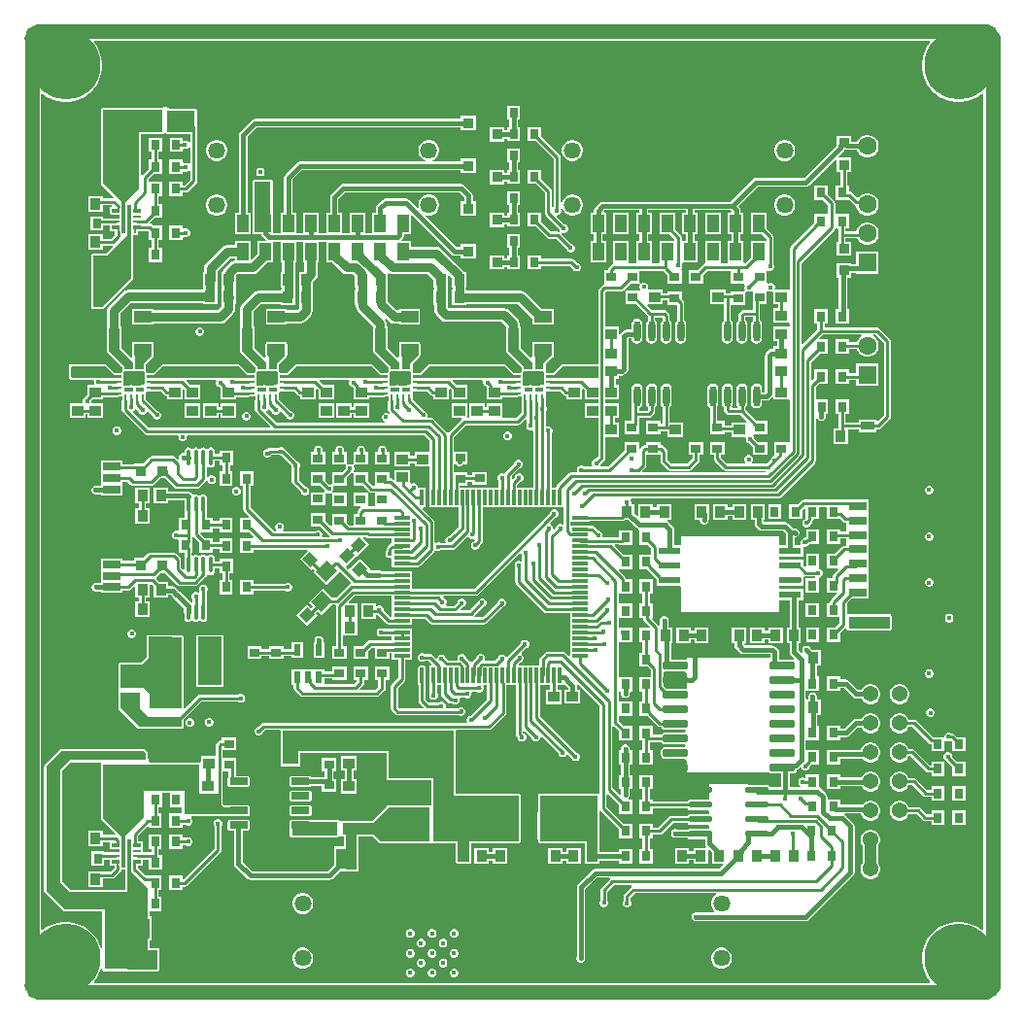
<source format=gbr>
G04*
G04 #@! TF.GenerationSoftware,Altium Limited,Altium Designer,24.1.2 (44)*
G04*
G04 Layer_Physical_Order=1*
G04 Layer_Color=255*
%FSLAX44Y44*%
%MOMM*%
G71*
G04*
G04 #@! TF.SameCoordinates,1E5C80FD-96BC-4AB1-9BEB-1594B19F9C97*
G04*
G04*
G04 #@! TF.FilePolarity,Positive*
G04*
G01*
G75*
%ADD11C,0.3810*%
%ADD14C,0.2540*%
%ADD25C,1.2700*%
%ADD26R,0.3300X1.3500*%
%ADD27R,1.3500X0.3300*%
%ADD28R,0.9000X0.8000*%
%ADD29R,1.2000X0.8000*%
%ADD30R,0.9000X1.0000*%
%ADD31R,2.0000X4.2000*%
%ADD32R,1.0000X0.9000*%
%ADD33R,0.4500X0.3000*%
%ADD34R,1.4000X1.8000*%
%ADD35R,1.8000X1.8000*%
%ADD36R,0.8000X0.9000*%
G04:AMPARAMS|DCode=37|XSize=1mm|YSize=0.9mm|CornerRadius=0mm|HoleSize=0mm|Usage=FLASHONLY|Rotation=225.000|XOffset=0mm|YOffset=0mm|HoleType=Round|Shape=Rectangle|*
%AMROTATEDRECTD37*
4,1,4,0.0354,0.6718,0.6718,0.0354,-0.0354,-0.6718,-0.6718,-0.0354,0.0354,0.6718,0.0*
%
%ADD37ROTATEDRECTD37*%

%ADD38R,0.9500X0.9000*%
%ADD39R,0.6500X0.2500*%
%ADD40R,0.6500X0.3000*%
%ADD41R,0.2500X0.6500*%
%ADD42R,0.3000X2.4000*%
%ADD43R,1.6000X0.8000*%
%ADD44R,3.0000X2.1000*%
%ADD45R,1.0000X1.5000*%
%ADD46R,1.5000X1.0000*%
%ADD47O,0.3500X1.4000*%
%ADD48O,0.6000X1.8000*%
%ADD49R,0.6500X0.3000*%
%ADD50R,0.7000X1.0000*%
%ADD51R,0.6500X0.2286*%
%ADD52R,1.5494X0.6604*%
%ADD53R,3.0988X2.2098*%
%ADD54R,1.7018X0.8128*%
%ADD55R,0.6000X1.0000*%
G04:AMPARAMS|DCode=56|XSize=1.4mm|YSize=1.2mm|CornerRadius=0mm|HoleSize=0mm|Usage=FLASHONLY|Rotation=45.000|XOffset=0mm|YOffset=0mm|HoleType=Round|Shape=Rectangle|*
%AMROTATEDRECTD56*
4,1,4,-0.0707,-0.9192,-0.9192,-0.0707,0.0707,0.9192,0.9192,0.0707,-0.0707,-0.9192,0.0*
%
%ADD56ROTATEDRECTD56*%

G04:AMPARAMS|DCode=57|XSize=1mm|YSize=0.9mm|CornerRadius=0mm|HoleSize=0mm|Usage=FLASHONLY|Rotation=315.000|XOffset=0mm|YOffset=0mm|HoleType=Round|Shape=Rectangle|*
%AMROTATEDRECTD57*
4,1,4,-0.6718,0.0354,-0.0354,0.6718,0.6718,-0.0354,0.0354,-0.6718,-0.6718,0.0354,0.0*
%
%ADD57ROTATEDRECTD57*%

%ADD58R,1.8000X1.4000*%
G04:AMPARAMS|DCode=59|XSize=0.7mm|YSize=2.4mm|CornerRadius=0.049mm|HoleSize=0mm|Usage=FLASHONLY|Rotation=180.000|XOffset=0mm|YOffset=0mm|HoleType=Round|Shape=RoundedRectangle|*
%AMROUNDEDRECTD59*
21,1,0.7000,2.3020,0,0,180.0*
21,1,0.6020,2.4000,0,0,180.0*
1,1,0.0980,-0.3010,1.1510*
1,1,0.0980,0.3010,1.1510*
1,1,0.0980,0.3010,-1.1510*
1,1,0.0980,-0.3010,-1.1510*
%
%ADD59ROUNDEDRECTD59*%
G04:AMPARAMS|DCode=60|XSize=3.2mm|YSize=2.4mm|CornerRadius=0.048mm|HoleSize=0mm|Usage=FLASHONLY|Rotation=180.000|XOffset=0mm|YOffset=0mm|HoleType=Round|Shape=RoundedRectangle|*
%AMROUNDEDRECTD60*
21,1,3.2000,2.3040,0,0,180.0*
21,1,3.1040,2.4000,0,0,180.0*
1,1,0.0960,-1.5520,1.1520*
1,1,0.0960,1.5520,1.1520*
1,1,0.0960,1.5520,-1.1520*
1,1,0.0960,-1.5520,-1.1520*
%
%ADD60ROUNDEDRECTD60*%
%ADD61R,3.5000X2.9500*%
G04:AMPARAMS|DCode=62|XSize=1.55mm|YSize=0.6mm|CornerRadius=0.03mm|HoleSize=0mm|Usage=FLASHONLY|Rotation=180.000|XOffset=0mm|YOffset=0mm|HoleType=Round|Shape=RoundedRectangle|*
%AMROUNDEDRECTD62*
21,1,1.5500,0.5400,0,0,180.0*
21,1,1.4900,0.6000,0,0,180.0*
1,1,0.0600,-0.7450,0.2700*
1,1,0.0600,0.7450,0.2700*
1,1,0.0600,0.7450,-0.2700*
1,1,0.0600,-0.7450,-0.2700*
%
%ADD62ROUNDEDRECTD62*%
G04:AMPARAMS|DCode=63|XSize=1.96mm|YSize=0.57mm|CornerRadius=0.1397mm|HoleSize=0mm|Usage=FLASHONLY|Rotation=0.000|XOffset=0mm|YOffset=0mm|HoleType=Round|Shape=RoundedRectangle|*
%AMROUNDEDRECTD63*
21,1,1.9600,0.2907,0,0,0.0*
21,1,1.6807,0.5700,0,0,0.0*
1,1,0.2793,0.8404,-0.1454*
1,1,0.2793,-0.8404,-0.1454*
1,1,0.2793,-0.8404,0.1454*
1,1,0.2793,0.8404,0.1454*
%
%ADD63ROUNDEDRECTD63*%
G04:AMPARAMS|DCode=64|XSize=2.16mm|YSize=0.72mm|CornerRadius=0.18mm|HoleSize=0mm|Usage=FLASHONLY|Rotation=180.000|XOffset=0mm|YOffset=0mm|HoleType=Round|Shape=RoundedRectangle|*
%AMROUNDEDRECTD64*
21,1,2.1600,0.3600,0,0,180.0*
21,1,1.8000,0.7200,0,0,180.0*
1,1,0.3600,-0.9000,0.1800*
1,1,0.3600,0.9000,0.1800*
1,1,0.3600,0.9000,-0.1800*
1,1,0.3600,-0.9000,-0.1800*
%
%ADD64ROUNDEDRECTD64*%
%ADD65R,1.9539X0.5821*%
%ADD66R,0.9000X0.9500*%
%ADD87R,1.9050X1.2954*%
%ADD105R,1.0000X1.6000*%
%ADD106R,2.9500X4.9000*%
%ADD107C,0.8000*%
%ADD108C,1.0000*%
%ADD109R,2.5606X2.8691*%
%ADD110R,2.9617X2.9437*%
%ADD111R,3.5281X3.3425*%
%ADD112R,3.1836X3.8025*%
%ADD113R,3.6068X1.0414*%
%ADD114R,1.4356X4.3646*%
%ADD115R,2.4265X1.8755*%
%ADD116R,2.3008X6.2150*%
%ADD117R,3.2228X0.6293*%
%ADD118R,4.0132X1.1430*%
%ADD119R,1.5972X0.9999*%
%ADD120R,1.6000X1.6000*%
%ADD121C,1.6000*%
%ADD122C,1.4580*%
%ADD123C,0.3000*%
%ADD124C,1.3700*%
%ADD125R,1.3700X1.3700*%
%ADD126C,1.0000*%
%ADD127C,6.0000*%
%ADD128C,0.4000*%
G36*
X788735Y835446D02*
X789382Y834176D01*
X786822Y830653D01*
X784551Y826196D01*
X783006Y821439D01*
X782223Y816498D01*
Y811496D01*
X783006Y806555D01*
X784551Y801797D01*
X786822Y797340D01*
X789763Y793294D01*
X793300Y789756D01*
X797347Y786816D01*
X801804Y784545D01*
X806561Y782999D01*
X811502Y782217D01*
X816504D01*
X821445Y782999D01*
X826202Y784545D01*
X830659Y786816D01*
X834183Y789376D01*
X835453Y788729D01*
X835453Y61265D01*
X834183Y60618D01*
X830659Y63177D01*
X826202Y65448D01*
X821445Y66994D01*
X816504Y67777D01*
X811502D01*
X806561Y66994D01*
X801804Y65448D01*
X797347Y63177D01*
X793300Y60237D01*
X789763Y56700D01*
X786822Y52653D01*
X784551Y48196D01*
X783006Y43439D01*
X782223Y38498D01*
Y33496D01*
X783006Y28555D01*
X784551Y23798D01*
X786822Y19340D01*
X789382Y15817D01*
X788735Y14547D01*
X61271Y14547D01*
X60624Y15817D01*
X63184Y19340D01*
X65455Y23798D01*
X66514Y27058D01*
X67784Y26857D01*
Y26493D01*
X67922Y25798D01*
X68316Y25210D01*
X68905Y24816D01*
X69599Y24678D01*
X115678D01*
X115728Y24668D01*
X116074Y24598D01*
X116078Y24599D01*
X116081Y24598D01*
X116423Y24666D01*
X116769Y24734D01*
X116772Y24735D01*
X116776Y24736D01*
X117068Y24932D01*
X117264Y25062D01*
X117952D01*
Y31562D01*
Y41355D01*
X117958Y42833D01*
X117957Y42836D01*
X117958Y42840D01*
X117952Y42868D01*
Y44622D01*
X116313D01*
X116150Y44655D01*
X116146Y44654D01*
X116143Y44655D01*
X109260D01*
Y51305D01*
X110787D01*
Y72865D01*
X109260D01*
Y77238D01*
X119644D01*
Y89798D01*
X116974D01*
Y95332D01*
X119644D01*
Y107893D01*
X111434D01*
X111134Y107952D01*
X106036D01*
X99102Y114886D01*
Y117138D01*
X103022D01*
Y122065D01*
X108461D01*
Y113429D01*
X120021D01*
Y125989D01*
X118184D01*
X116974Y126059D01*
X116974Y126060D01*
Y131524D01*
X119644D01*
Y144084D01*
X108084D01*
Y131524D01*
X110754D01*
Y128285D01*
X103051D01*
Y137698D01*
X99131D01*
Y142906D01*
X106911Y150685D01*
X108084Y150199D01*
Y149620D01*
X119644D01*
Y162180D01*
X116974D01*
Y167717D01*
X119892D01*
Y179825D01*
X126491D01*
Y167718D01*
X137480D01*
Y162181D01*
X126243D01*
Y149621D01*
X137803D01*
Y152474D01*
X140456D01*
X140551Y152380D01*
X141940Y151804D01*
X143444D01*
X144833Y152380D01*
X145897Y153443D01*
X146472Y154832D01*
Y156336D01*
X145897Y157725D01*
X145131Y158491D01*
X145552Y159761D01*
X194680D01*
X195374Y159899D01*
X195963Y160293D01*
X196356Y160881D01*
X196495Y161576D01*
X196429Y161907D01*
Y167590D01*
X196290Y168285D01*
X195897Y168873D01*
X195308Y169267D01*
X194614Y169405D01*
X194518D01*
X194203Y169468D01*
X179303D01*
X178988Y169405D01*
X174650D01*
X172933Y171122D01*
Y198949D01*
X177878D01*
Y194296D01*
X177803Y194246D01*
X177344Y193558D01*
X177182Y192747D01*
Y187347D01*
X177344Y186535D01*
X177803Y185847D01*
X178491Y185387D01*
X179303Y185226D01*
X194203D01*
X195015Y185387D01*
X195703Y185847D01*
X196162Y186535D01*
X196324Y187347D01*
Y192747D01*
X196162Y193558D01*
X195703Y194246D01*
X195015Y194706D01*
X194203Y194868D01*
X184097D01*
Y198949D01*
X184748D01*
Y210509D01*
X172933D01*
Y217108D01*
X184747D01*
Y228668D01*
X172187D01*
Y225997D01*
X171311D01*
X170121Y225761D01*
X169112Y225087D01*
X167624Y223599D01*
X166950Y222590D01*
X166714Y221400D01*
Y212028D01*
X153635D01*
Y207622D01*
X152584Y206586D01*
X109816D01*
X108608Y207727D01*
X108221Y209671D01*
X107739Y210835D01*
Y214512D01*
X107601Y215207D01*
X107207Y215795D01*
X104918Y218085D01*
X104330Y218478D01*
X103635Y218616D01*
X32403D01*
X31709Y218478D01*
X31120Y218085D01*
X17770Y204734D01*
X17376Y204145D01*
X17238Y203451D01*
X17238Y94739D01*
X17376Y94044D01*
X17770Y93455D01*
X33772Y77453D01*
X34360Y77060D01*
X35055Y76922D01*
X67784D01*
Y45137D01*
X66514Y44935D01*
X65455Y48196D01*
X63184Y52653D01*
X60244Y56700D01*
X56706Y60237D01*
X52659Y63177D01*
X48202Y65448D01*
X43445Y66994D01*
X38504Y67777D01*
X33502D01*
X28561Y66994D01*
X23804Y65448D01*
X19347Y63177D01*
X15823Y60618D01*
X14553Y61265D01*
X14554Y788729D01*
X15824Y789376D01*
X19347Y786816D01*
X23804Y784545D01*
X28561Y782999D01*
X33502Y782217D01*
X38504D01*
X43445Y782999D01*
X48202Y784545D01*
X52659Y786816D01*
X56706Y789756D01*
X60244Y793294D01*
X63184Y797340D01*
X65455Y801797D01*
X67000Y806555D01*
X67783Y811496D01*
Y816498D01*
X67000Y821439D01*
X65455Y826196D01*
X63184Y830653D01*
X60624Y834176D01*
X61271Y835446D01*
X788735Y835446D01*
D02*
G37*
G36*
X68532Y204771D02*
X152585D01*
Y179245D01*
X171079D01*
Y170409D01*
X173898Y167590D01*
X194614D01*
Y161642D01*
X194680Y161576D01*
X139555D01*
X139295Y161836D01*
X139295Y181640D01*
X103635Y181640D01*
Y158747D01*
X87728Y142839D01*
Y115428D01*
X84853D01*
Y142115D01*
X68329Y158638D01*
Y204975D01*
X68532Y204771D01*
D02*
G37*
G36*
X66435Y185430D02*
X66514D01*
Y158638D01*
X66652Y157944D01*
X67046Y157355D01*
X79421Y144980D01*
X78895Y143710D01*
X68142D01*
Y147380D01*
X55582D01*
Y133820D01*
X68142D01*
Y137490D01*
X74492D01*
Y131138D01*
X82982D01*
Y128205D01*
X79923D01*
X79522Y128285D01*
X69674D01*
Y129277D01*
X58114D01*
Y116717D01*
X69674D01*
Y122065D01*
X74492D01*
Y117138D01*
X78028D01*
X78398Y116688D01*
Y114991D01*
X75177Y111771D01*
X68283D01*
Y111777D01*
X55723D01*
Y98217D01*
X68283D01*
Y105552D01*
X76466D01*
X77656Y105788D01*
X78665Y106462D01*
X83707Y111504D01*
X84381Y112513D01*
X84602Y113628D01*
X84782D01*
X84853Y113613D01*
X87728D01*
X87951Y112373D01*
Y95792D01*
X40633D01*
X33060Y103364D01*
Y199421D01*
X40626Y206884D01*
X66435D01*
Y185430D01*
D02*
G37*
G36*
X105924Y214512D02*
Y208699D01*
X39881D01*
X31245Y200180D01*
Y102613D01*
X39881Y93977D01*
X89766D01*
Y139425D01*
X92759Y139418D01*
Y111901D01*
X107445Y97215D01*
Y42840D01*
X116143D01*
X116081Y26413D01*
X116001Y26493D01*
X89766D01*
Y78737D01*
X35055D01*
X19053Y94739D01*
X19053Y203451D01*
X32403Y216801D01*
X103635D01*
X105924Y214512D01*
D02*
G37*
%LPC*%
G36*
X123477Y777576D02*
X122486Y777576D01*
X121494Y777576D01*
X119549Y777189D01*
X119440Y777144D01*
X68329D01*
X67635Y777005D01*
X67046Y776612D01*
X67028Y776595D01*
X66635Y776006D01*
X66497Y775311D01*
Y711439D01*
X66635Y710745D01*
X67028Y710156D01*
X77545Y699640D01*
X77019Y698370D01*
X68263D01*
Y700109D01*
X55703D01*
Y686549D01*
X68263D01*
Y692150D01*
X76095D01*
X76437Y691697D01*
X75804Y690427D01*
X74612D01*
Y683867D01*
X83021D01*
X83021Y680934D01*
X80043D01*
X79642Y681013D01*
X68903D01*
Y682721D01*
X57343D01*
Y670161D01*
X68903D01*
Y674794D01*
X74612D01*
Y669867D01*
X77327D01*
X78533Y669417D01*
Y666339D01*
X75300Y663107D01*
X68263D01*
Y666777D01*
X55703D01*
Y653217D01*
X68263D01*
Y656887D01*
X76588D01*
X76743Y656918D01*
X77369Y655748D01*
X71895Y650274D01*
X60210D01*
X59516Y650136D01*
X58927Y649742D01*
X58534Y649153D01*
X58396Y648459D01*
Y603600D01*
X58459Y603280D01*
X58473Y603197D01*
Y601717D01*
X62443D01*
X67864Y601553D01*
X67892Y601558D01*
X67919Y601552D01*
X68239Y601616D01*
X68562Y601670D01*
X68586Y601685D01*
X68614Y601690D01*
X68886Y601872D01*
X69163Y602046D01*
X69179Y602068D01*
X69202Y602084D01*
X94175Y627056D01*
X94568Y627645D01*
X94707Y628340D01*
Y666367D01*
X99143D01*
Y669867D01*
X103143D01*
Y670037D01*
X108205D01*
Y661916D01*
X110875D01*
Y655277D01*
X108205D01*
Y642717D01*
X119765D01*
Y655277D01*
X117094D01*
Y661916D01*
X119765D01*
Y674476D01*
X112579D01*
X111709Y675346D01*
X110700Y676020D01*
X109848Y676190D01*
X109268Y677405D01*
X112980Y681117D01*
X120142D01*
Y693677D01*
X117094D01*
Y700316D01*
X119765D01*
Y712876D01*
X108324D01*
Y715237D01*
X112603Y719516D01*
X119765D01*
Y732076D01*
X117094D01*
Y738717D01*
X119967D01*
Y751277D01*
X108407D01*
Y738717D01*
X110875D01*
Y732076D01*
X108205D01*
Y723913D01*
X103164Y718873D01*
X102554Y718974D01*
X101894Y719332D01*
X101894Y754254D01*
X120433Y754255D01*
X121128Y754394D01*
X121128Y754394D01*
X121711Y754783D01*
X121717Y754787D01*
X122896Y754925D01*
X123119Y754874D01*
X123200Y754842D01*
X123757Y754470D01*
X124452Y754332D01*
X144363D01*
Y747638D01*
X143607Y747312D01*
X143093Y747249D01*
X142141Y748201D01*
X140751Y748777D01*
X139248D01*
X139182Y748750D01*
X138126Y749455D01*
Y751278D01*
X126566D01*
Y738718D01*
X138126D01*
Y740538D01*
X139182Y741244D01*
X139248Y741217D01*
X140751D01*
X142141Y741792D01*
X143093Y742745D01*
X143607Y742682D01*
X144363Y742356D01*
Y728847D01*
X143093Y728321D01*
X142797Y728618D01*
X141407Y729193D01*
X139903D01*
X139193Y728899D01*
X137923Y729686D01*
Y732077D01*
X126363D01*
Y719517D01*
X137923D01*
Y721140D01*
X139193Y721927D01*
X139903Y721633D01*
X141407D01*
X142797Y722209D01*
X143093Y722505D01*
X144363Y721980D01*
Y714579D01*
X139491Y709706D01*
X137923D01*
Y712877D01*
X126363D01*
Y700317D01*
X137923D01*
Y703487D01*
X140779D01*
X141969Y703724D01*
X142978Y704398D01*
X149672Y711092D01*
X150346Y712101D01*
X150583Y713291D01*
X150583Y713291D01*
Y755928D01*
X150556Y756064D01*
Y760281D01*
X150531Y760406D01*
Y774901D01*
X150393Y775596D01*
X150000Y776185D01*
X149411Y776578D01*
X148716Y776716D01*
X126564D01*
X125422Y777189D01*
X123477Y777576D01*
D02*
G37*
G36*
X432121Y779198D02*
X420561D01*
Y766638D01*
X422584D01*
Y760561D01*
X420561D01*
Y757983D01*
X418523D01*
Y760452D01*
X405463D01*
Y747892D01*
X418523D01*
Y750469D01*
X420561D01*
Y748000D01*
X432121D01*
Y760561D01*
X430098D01*
Y766638D01*
X432121D01*
Y779198D01*
D02*
G37*
G36*
X393523Y769952D02*
X380463D01*
Y767429D01*
X200814D01*
X199376Y767143D01*
X198157Y766328D01*
X187846Y756018D01*
X187032Y754799D01*
X186746Y753361D01*
Y685777D01*
X183223D01*
Y667217D01*
X196783D01*
Y685777D01*
X194260D01*
Y751805D01*
X202370Y759914D01*
X380463D01*
Y757392D01*
X393523D01*
Y769952D01*
D02*
G37*
G36*
X735891Y753545D02*
X733316D01*
X730828Y752879D01*
X728598Y751591D01*
X726777Y749771D01*
X725717Y747934D01*
X720835D01*
Y752885D01*
X707775D01*
Y744378D01*
X679490Y716093D01*
X637406D01*
X635968Y715807D01*
X634749Y714993D01*
X615156Y695399D01*
X503857D01*
X502420Y695113D01*
X501201Y694299D01*
X497346Y690444D01*
X496532Y689225D01*
X496246Y687788D01*
Y685777D01*
X493223D01*
Y667217D01*
X496246D01*
Y660777D01*
X493223D01*
Y642217D01*
X506783D01*
Y660777D01*
X503760D01*
Y667217D01*
X506783D01*
Y685777D01*
X505102D01*
X504576Y687047D01*
X505414Y687885D01*
X536246D01*
Y685777D01*
X533223D01*
Y667217D01*
X536246D01*
Y660777D01*
X533223D01*
Y642795D01*
X533223Y642217D01*
X532240Y641525D01*
X527766D01*
X526783Y642217D01*
X526783Y642795D01*
Y660777D01*
X513223D01*
X513223Y642507D01*
X513083Y641915D01*
X512730Y641151D01*
X511927Y640614D01*
X509440Y638128D01*
X508766Y637119D01*
X508530Y635929D01*
Y635387D01*
X505191D01*
Y623827D01*
X504244Y623049D01*
X503565Y622595D01*
X500938Y619968D01*
X500264Y618959D01*
X500027Y617769D01*
Y553560D01*
X499871Y553432D01*
X468638D01*
X467943Y553294D01*
X467355Y552901D01*
X460854Y546400D01*
X454850D01*
X454399Y547113D01*
X454213Y547576D01*
Y553980D01*
X459981Y559748D01*
X460938D01*
Y561200D01*
X461002Y561520D01*
Y571528D01*
X460938Y571847D01*
Y573307D01*
X459363D01*
X459187Y573342D01*
X444182D01*
X444006Y573307D01*
X442378D01*
Y571632D01*
X442355Y571516D01*
Y561554D01*
X442378Y561439D01*
Y560101D01*
X441231Y559452D01*
X432405Y568278D01*
Y585257D01*
X432376Y585402D01*
Y587034D01*
X431489D01*
Y589213D01*
X431040Y591469D01*
X429763Y593381D01*
X422272Y600872D01*
X420360Y602150D01*
X418104Y602598D01*
X369918D01*
X368684Y603832D01*
Y605103D01*
X369092D01*
Y618663D01*
X368705D01*
Y620339D01*
X369092D01*
Y630384D01*
X370265Y630870D01*
X372419Y628717D01*
Y627623D01*
X372532Y627054D01*
Y620343D01*
X372919D01*
Y618663D01*
X372532D01*
Y605103D01*
X385092D01*
Y605990D01*
X429825D01*
X442378Y593436D01*
Y588210D01*
X460938D01*
Y601770D01*
X450713D01*
X436433Y616050D01*
X434521Y617327D01*
X432266Y617776D01*
X385092D01*
Y618663D01*
X384705D01*
Y620343D01*
X385092D01*
Y633903D01*
X383429D01*
X382479Y635325D01*
X382479Y635325D01*
X363183Y654621D01*
X361271Y655898D01*
X359016Y656347D01*
X336783D01*
Y660777D01*
X328547D01*
X328021Y662047D01*
X329756Y663782D01*
X330570Y665001D01*
X330856Y666439D01*
Y667217D01*
X336783D01*
Y683291D01*
X337956Y683777D01*
X372432Y649301D01*
X373651Y648486D01*
X375089Y648200D01*
X380463D01*
Y645678D01*
X393523D01*
Y658238D01*
X380463D01*
Y655715D01*
X376645D01*
X349860Y682500D01*
X350517Y683639D01*
X351309Y683427D01*
X353697D01*
X356004Y684045D01*
X358072Y685239D01*
X359761Y686928D01*
X360955Y688996D01*
X361573Y691303D01*
Y693691D01*
X360955Y695998D01*
X359761Y698066D01*
X358072Y699755D01*
X356004Y700949D01*
X353697Y701567D01*
X351309D01*
X349002Y700949D01*
X346934Y699755D01*
X345245Y698066D01*
X344051Y695998D01*
X343433Y693691D01*
Y691303D01*
X343645Y690511D01*
X342506Y689854D01*
X335229Y697131D01*
X334010Y697945D01*
X332573Y698232D01*
X314736D01*
X313299Y697945D01*
X312080Y697131D01*
X307346Y692398D01*
X306532Y691179D01*
X306246Y689741D01*
Y685777D01*
X303223D01*
Y667964D01*
X296783D01*
Y685777D01*
X283223D01*
Y667964D01*
X276783D01*
Y685777D01*
X273760D01*
Y697927D01*
X279209Y703376D01*
X379071D01*
X383236Y699210D01*
Y695476D01*
X380463D01*
Y682916D01*
X393523D01*
Y695476D01*
X390750D01*
Y700767D01*
X390464Y702205D01*
X389650Y703423D01*
X383284Y709790D01*
X382065Y710604D01*
X380627Y710890D01*
X277652D01*
X276215Y710604D01*
X274996Y709790D01*
X267346Y702140D01*
X266532Y700921D01*
X266246Y699483D01*
Y685777D01*
X263223D01*
Y667964D01*
X256783D01*
Y685777D01*
X243223D01*
Y667964D01*
X236783D01*
Y685777D01*
X233760D01*
Y714850D01*
X241586Y722676D01*
X380463D01*
Y720154D01*
X393523D01*
Y732714D01*
X380463D01*
Y730191D01*
X355857D01*
X355690Y731461D01*
X356004Y731545D01*
X358072Y732739D01*
X359761Y734428D01*
X360955Y736496D01*
X361573Y738803D01*
Y741191D01*
X360955Y743498D01*
X359761Y745566D01*
X358072Y747255D01*
X356004Y748449D01*
X353697Y749067D01*
X351309D01*
X349002Y748449D01*
X346934Y747255D01*
X345245Y745566D01*
X344051Y743498D01*
X343433Y741191D01*
Y738803D01*
X344051Y736496D01*
X345245Y734428D01*
X346934Y732739D01*
X349002Y731545D01*
X349316Y731461D01*
X349149Y730191D01*
X240030D01*
X238592Y729905D01*
X237374Y729090D01*
X227346Y719063D01*
X226532Y717844D01*
X226246Y716406D01*
Y685777D01*
X223223D01*
Y667964D01*
X216783D01*
Y685777D01*
X216580D01*
Y712721D01*
X216442Y713415D01*
X216048Y714004D01*
X215459Y714398D01*
X214765Y714536D01*
X200409D01*
X199715Y714398D01*
X199126Y714004D01*
X198732Y713415D01*
X198594Y712721D01*
Y669075D01*
X198732Y668381D01*
X199126Y667792D01*
X199715Y667398D01*
X200409Y667260D01*
X203223D01*
Y667217D01*
X206342D01*
X206532Y666261D01*
X207346Y665042D01*
X210342Y662047D01*
X209816Y660777D01*
X203223D01*
Y650551D01*
X197956Y645284D01*
X196783Y645770D01*
Y660777D01*
X183223D01*
Y657392D01*
X176604D01*
X174348Y656943D01*
X172437Y655666D01*
X158199Y641428D01*
X156921Y639516D01*
X156473Y637261D01*
Y633903D01*
X155753D01*
Y620343D01*
X155753D01*
Y619808D01*
X154851Y618538D01*
X90173D01*
X87918Y618089D01*
X86006Y616812D01*
X73835Y604641D01*
X72557Y602729D01*
X72109Y600474D01*
Y587034D01*
X71722D01*
Y585386D01*
X71697Y585257D01*
Y575258D01*
Y564939D01*
X71835Y564245D01*
X72228Y563656D01*
X85059Y550825D01*
Y547576D01*
X84873Y547113D01*
X84423Y546400D01*
X78418D01*
X71918Y552901D01*
X71329Y553294D01*
X70634Y553432D01*
X41009D01*
X40827Y553396D01*
X39248D01*
Y551894D01*
X39194Y551617D01*
Y542086D01*
X39248Y541810D01*
Y540836D01*
X39702D01*
X39725Y540802D01*
X40314Y540409D01*
X41009Y540271D01*
X60136Y540271D01*
X60753Y539348D01*
X60754Y539001D01*
Y537499D01*
X61016Y536867D01*
X60184Y535597D01*
X54904D01*
Y527435D01*
X52625Y525156D01*
X52242Y524582D01*
X51340Y523680D01*
X50764Y522291D01*
Y520787D01*
X50820Y520653D01*
X50114Y519597D01*
X39369D01*
Y507037D01*
X52929D01*
Y510207D01*
X54904D01*
Y507037D01*
X68464D01*
Y519597D01*
X58974D01*
X58269Y520653D01*
X58324Y520787D01*
Y522059D01*
X59302Y523037D01*
X68464D01*
Y525227D01*
X81339D01*
X81740Y525307D01*
X85059D01*
Y522758D01*
X84959Y522257D01*
Y521893D01*
X84858Y521383D01*
Y514204D01*
X85095Y513014D01*
X85769Y512005D01*
X104676Y493098D01*
X105685Y492424D01*
X106875Y492187D01*
X133500D01*
X134142Y491226D01*
Y489722D01*
X134718Y488333D01*
X135781Y487270D01*
X137170Y486694D01*
X138674D01*
X140063Y487270D01*
X141126Y488333D01*
X141702Y489722D01*
Y491226D01*
X142344Y492187D01*
X348525D01*
X353281Y487431D01*
Y477356D01*
X339976D01*
Y473636D01*
X336380D01*
Y477354D01*
X322820D01*
Y464794D01*
X336380D01*
Y467417D01*
X339976D01*
Y464796D01*
X353281D01*
Y446069D01*
X352960D01*
Y429009D01*
X378281D01*
Y412052D01*
X372635Y406406D01*
X372635Y406406D01*
X370087Y403858D01*
X369953D01*
X368563Y403282D01*
X367500Y402219D01*
X366924Y400830D01*
Y399326D01*
X367022Y399091D01*
X366316Y398035D01*
X362924D01*
X362881Y398078D01*
X361492Y398653D01*
X359988D01*
X358801Y398162D01*
X358015Y398476D01*
X357531Y398807D01*
Y416106D01*
X357295Y417296D01*
X356620Y418305D01*
X347090Y427836D01*
X347576Y429009D01*
X349820D01*
Y446069D01*
X344042D01*
X342960Y446069D01*
X342869Y447085D01*
X342869Y447087D01*
X342793Y447270D01*
X342294Y448476D01*
X341230Y449540D01*
X339841Y450115D01*
X338337D01*
X337650Y449830D01*
X336380Y450631D01*
Y461354D01*
X322820D01*
Y453765D01*
X321646Y453279D01*
X321190Y453735D01*
X320181Y454409D01*
X318991Y454646D01*
X317880D01*
Y459463D01*
X305319D01*
Y447903D01*
X304069Y447856D01*
X303783D01*
X299342Y452298D01*
Y459460D01*
X287739Y459460D01*
X287731D01*
X287731D01*
X287538Y459460D01*
X287298Y459923D01*
X286926Y460644D01*
X287501Y462033D01*
Y463537D01*
X286982Y464789D01*
X287218Y465425D01*
X287589Y466059D01*
X287707Y466059D01*
X287707Y466059D01*
X287716Y466059D01*
X299341D01*
Y477618D01*
X297611D01*
X297180Y478264D01*
Y479767D01*
X296604Y481157D01*
X295541Y482220D01*
X294152Y482795D01*
X292648D01*
X291259Y482220D01*
X290196Y481157D01*
X289620Y479767D01*
Y478264D01*
X289189Y477618D01*
X286781D01*
X286781Y466994D01*
Y466918D01*
Y466918D01*
X286781Y466867D01*
X286500Y466598D01*
X286408Y466555D01*
X285511Y466135D01*
X284473Y466565D01*
X282969D01*
X282074Y466194D01*
X280899Y466822D01*
X280804Y466938D01*
Y477618D01*
X279074D01*
X278643Y478264D01*
Y479767D01*
X278067Y481157D01*
X277004Y482220D01*
X275615Y482795D01*
X274111D01*
X272722Y482220D01*
X271658Y481157D01*
X271083Y479767D01*
Y478264D01*
X270652Y477618D01*
X268244D01*
Y466059D01*
X279853D01*
X280224Y465425D01*
X280459Y464789D01*
X279941Y463537D01*
Y462994D01*
X276407Y459460D01*
X268245D01*
Y449236D01*
X268173Y449144D01*
X266975Y448492D01*
X266101Y448854D01*
X265712D01*
X262268Y452298D01*
Y459460D01*
X249708D01*
Y447900D01*
X257870D01*
X261656Y444114D01*
X261889Y443552D01*
X261136Y442282D01*
X249707D01*
Y430722D01*
X262267D01*
Y441015D01*
X262571Y441291D01*
X263537Y441733D01*
X264598Y441294D01*
X266101D01*
X266974Y441655D01*
X268173Y441002D01*
X268244Y440911D01*
X268244Y440830D01*
X268244D01*
X268244Y440732D01*
Y430098D01*
X280804D01*
Y441658D01*
X269253D01*
X269075Y441658D01*
X268977Y441896D01*
X268549Y442928D01*
X268554Y442933D01*
X269130Y444322D01*
Y445826D01*
X268797Y446630D01*
X269521Y447886D01*
X269541Y447900D01*
X280805D01*
Y455062D01*
X284942Y459199D01*
X285512Y459435D01*
X286500Y458973D01*
X286782Y458704D01*
X286782Y458562D01*
X286782D01*
X286782Y458503D01*
Y447900D01*
X294944D01*
X300296Y442548D01*
X301305Y441874D01*
X302495Y441637D01*
X305318D01*
Y430098D01*
X304151Y429849D01*
X300508D01*
X299341Y430098D01*
X299341Y431119D01*
Y441658D01*
X286781D01*
Y430098D01*
X292593D01*
X292976Y429290D01*
X293033Y428828D01*
X290863Y426658D01*
X290189Y425649D01*
X289953Y424459D01*
Y423499D01*
X286782D01*
Y413451D01*
X283191D01*
X280805Y415837D01*
Y423499D01*
X268245D01*
Y412861D01*
X268245Y412780D01*
X266975Y412254D01*
X262268Y416961D01*
Y424123D01*
X249708D01*
Y412563D01*
X257870D01*
X265937Y404496D01*
X265411Y403226D01*
X260082D01*
X259376Y404282D01*
X259431Y404414D01*
Y405918D01*
X258855Y407307D01*
X257792Y408371D01*
X256403Y408946D01*
X254899D01*
X253510Y408371D01*
X253459Y408320D01*
X225989D01*
X225463Y409590D01*
X225709Y409836D01*
X226284Y411225D01*
Y412729D01*
X225709Y414118D01*
X224645Y415181D01*
X223256Y415757D01*
X221752D01*
X220363Y415181D01*
X219300Y414118D01*
X218724Y412729D01*
Y411225D01*
X219300Y409836D01*
X219545Y409590D01*
X219019Y408320D01*
X217470D01*
X196894Y428897D01*
Y447717D01*
X199564D01*
Y460277D01*
X188004D01*
Y447717D01*
X190674D01*
Y427608D01*
X190911Y426418D01*
X191585Y425410D01*
X195732Y421262D01*
X195246Y420089D01*
X188094D01*
Y407529D01*
X195756D01*
X199671Y403615D01*
X199671Y403112D01*
X198418Y401858D01*
X188094D01*
Y389299D01*
X199654D01*
Y391958D01*
X246284D01*
X246770Y390785D01*
X239993Y384007D01*
X249581Y374419D01*
X251308Y376146D01*
X253259Y374195D01*
X251847Y372784D01*
X262850Y361781D01*
X274694Y373626D01*
X284226Y364094D01*
X283901Y362623D01*
X283339Y362248D01*
X271529Y350438D01*
X267914D01*
X260021Y358330D01*
X247605Y345914D01*
X251111Y342407D01*
X249855Y341151D01*
X246630Y344376D01*
X237042Y334787D01*
X245923Y325906D01*
X255511Y335494D01*
X254252Y336753D01*
X255509Y338009D01*
X258607Y334911D01*
X267914Y344218D01*
X270634D01*
X271440Y343236D01*
X271414Y343107D01*
Y308237D01*
X268244D01*
Y296677D01*
X280804D01*
Y308237D01*
X277634D01*
Y317591D01*
X290188D01*
Y331151D01*
X290188D01*
Y331900D01*
X290188D01*
Y345460D01*
X282934D01*
X282448Y346634D01*
X287744Y351929D01*
X320360D01*
Y341609D01*
Y333149D01*
X318990D01*
X313075Y339064D01*
Y340553D01*
X312499Y341942D01*
X311436Y343005D01*
X310047Y343581D01*
X308543D01*
X307458Y343131D01*
X306188Y343699D01*
Y345460D01*
X293628D01*
Y331900D01*
X306188D01*
Y335722D01*
X307622D01*
X315503Y327840D01*
X316512Y327166D01*
X317702Y326929D01*
X320360D01*
Y326609D01*
X337420D01*
Y331929D01*
X349276D01*
X353260Y327945D01*
X354269Y327271D01*
X355459Y327034D01*
X400552D01*
X401742Y327271D01*
X402751Y327945D01*
X416729Y341923D01*
X416863D01*
X418252Y342499D01*
X419316Y343562D01*
X419891Y344951D01*
Y346455D01*
X419316Y347844D01*
X418252Y348908D01*
X416863Y349483D01*
X415359D01*
X413970Y348908D01*
X412906Y347844D01*
X412331Y346455D01*
Y346321D01*
X399264Y333254D01*
X392629D01*
X392103Y334524D01*
X399574Y341995D01*
X399708D01*
X401098Y342571D01*
X402161Y343634D01*
X402737Y345023D01*
Y346527D01*
X402161Y347916D01*
X401098Y348980D01*
X399708Y349555D01*
X398205D01*
X396815Y348980D01*
X395752Y347916D01*
X395177Y346527D01*
Y346393D01*
X387892Y339109D01*
X380509D01*
X380023Y340282D01*
X381664Y341923D01*
X381798D01*
X383187Y342499D01*
X384250Y343562D01*
X384826Y344951D01*
Y346455D01*
X384250Y347844D01*
X383187Y348908D01*
X381798Y349483D01*
X380294D01*
X378905Y348908D01*
X377841Y347844D01*
X377266Y346455D01*
Y346321D01*
X374094Y343149D01*
X367904D01*
X367357Y344398D01*
X367932Y345787D01*
Y347291D01*
X367357Y348680D01*
X366293Y349744D01*
X365086Y350244D01*
X364793Y350532D01*
X364726Y350659D01*
X365496Y351929D01*
X393399D01*
X394589Y352166D01*
X395598Y352840D01*
X431700Y388942D01*
X432434Y388742D01*
X433023Y388469D01*
X433545Y387207D01*
X433640Y387113D01*
Y382829D01*
X432370Y382040D01*
X431663Y382332D01*
X430160D01*
X428770Y381757D01*
X427707Y380694D01*
X427132Y379304D01*
Y377800D01*
X427707Y376411D01*
X427802Y376316D01*
Y363955D01*
X428038Y362765D01*
X428713Y361757D01*
X452629Y337840D01*
X453638Y337166D01*
X454828Y336929D01*
X475360D01*
Y336609D01*
X475360D01*
Y331609D01*
Y321609D01*
Y311609D01*
Y299812D01*
X474187Y299326D01*
X471221Y302292D01*
X470212Y302966D01*
X469022Y303203D01*
X455839D01*
X455839Y303203D01*
X454649Y302966D01*
X453640Y302292D01*
X449493Y298146D01*
X448819Y297137D01*
X448583Y295947D01*
Y291069D01*
X431090D01*
X430564Y292339D01*
X432008Y293784D01*
X432142D01*
X433531Y294359D01*
X434595Y295422D01*
X435170Y296812D01*
Y298316D01*
X434595Y299705D01*
X433531Y300768D01*
X433378Y300832D01*
X433080Y302330D01*
X436759Y306008D01*
X436893D01*
X438282Y306584D01*
X439346Y307647D01*
X439921Y309036D01*
Y310540D01*
X439346Y311929D01*
X438282Y312993D01*
X436893Y313568D01*
X435389D01*
X434000Y312993D01*
X432936Y311929D01*
X432361Y310540D01*
Y310406D01*
X427315Y305360D01*
X427315Y305360D01*
X420644Y298689D01*
X419399Y298937D01*
X419316Y299138D01*
X418252Y300201D01*
X416863Y300777D01*
X415359D01*
X413970Y300201D01*
X412906Y299138D01*
X412331Y297749D01*
Y297615D01*
X410163Y295447D01*
X401983D01*
X401277Y296503D01*
X401405Y296812D01*
Y298316D01*
X400830Y299705D01*
X399767Y300768D01*
X398377Y301344D01*
X396874D01*
X395484Y300768D01*
X394421Y299705D01*
X393845Y298316D01*
Y298181D01*
X390091Y294427D01*
X388659Y294391D01*
X388441Y294537D01*
X384856Y298122D01*
Y298256D01*
X384280Y299646D01*
X383217Y300709D01*
X381828Y301285D01*
X380324D01*
X378934Y300709D01*
X377871Y299646D01*
X377296Y298256D01*
Y296753D01*
X377350Y296622D01*
X376644Y295566D01*
X369310D01*
X367314Y297562D01*
Y297696D01*
X366739Y299086D01*
X365675Y300149D01*
X364286Y300725D01*
X362782D01*
X361393Y300149D01*
X360330Y299086D01*
X359866Y297967D01*
X358581Y297457D01*
X355688Y300349D01*
X354679Y301024D01*
X353489Y301260D01*
X348800D01*
X348706Y301355D01*
X347316Y301931D01*
X345813D01*
X344423Y301355D01*
X343360Y300292D01*
X342785Y298902D01*
Y297399D01*
X343360Y296009D01*
X344423Y294946D01*
X345813Y294370D01*
X347316D01*
X348706Y294946D01*
X348800Y295041D01*
X352201D01*
X355000Y292242D01*
X354514Y291069D01*
X352960D01*
Y274009D01*
X353321D01*
Y267298D01*
X353267Y267243D01*
X352691Y265854D01*
Y264350D01*
X353267Y262961D01*
X354330Y261897D01*
X355719Y261322D01*
X357223D01*
X358612Y261897D01*
X359676Y262961D01*
X360251Y264350D01*
Y265854D01*
X359676Y267243D01*
X359540Y267378D01*
Y274009D01*
X359820D01*
Y274009D01*
X362960D01*
Y274009D01*
X363281D01*
Y266245D01*
X363517Y265055D01*
X364191Y264046D01*
X369290Y258948D01*
X369290Y258948D01*
X370299Y258274D01*
X371489Y258037D01*
X371489Y258037D01*
X372957D01*
X373331Y257663D01*
X374720Y257087D01*
X376224D01*
X377613Y257663D01*
X378676Y258726D01*
X379252Y260115D01*
Y261619D01*
X379143Y261883D01*
X379991Y263153D01*
X383440D01*
X383535Y263058D01*
X384924Y262483D01*
X386428D01*
X387817Y263058D01*
X388881Y264122D01*
X389456Y265511D01*
Y267015D01*
X389361Y267245D01*
X390066Y268301D01*
X394154D01*
X394249Y268206D01*
X395639Y267631D01*
X397142D01*
X398532Y268206D01*
X399595Y269269D01*
X400170Y270659D01*
Y271390D01*
X400174Y271411D01*
X400170Y271431D01*
Y272162D01*
X399932Y272739D01*
X400780Y274009D01*
X403281D01*
Y261880D01*
X388726Y247325D01*
X388592D01*
X387202Y246749D01*
X386139Y245686D01*
X385564Y244297D01*
Y242793D01*
X385719Y242417D01*
X384870Y241147D01*
X208306D01*
X207116Y240911D01*
X206107Y240236D01*
X203626Y237756D01*
X203492D01*
X202103Y237181D01*
X201040Y236117D01*
X200464Y234728D01*
Y233224D01*
X201040Y231835D01*
X202103Y230771D01*
X203492Y230196D01*
X204996D01*
X206385Y230771D01*
X207449Y231835D01*
X208024Y233224D01*
Y233358D01*
X209594Y234928D01*
X222059D01*
X223207Y234188D01*
Y225028D01*
X223203D01*
Y203468D01*
X226014D01*
X238945Y203410D01*
X238949Y203411D01*
X238953Y203410D01*
X239247Y203468D01*
X240763D01*
Y205193D01*
X240768Y205217D01*
X240767Y205221D01*
X240768Y205225D01*
Y215098D01*
X315688D01*
Y192783D01*
X315721Y192616D01*
Y190967D01*
X354281D01*
X354804Y189913D01*
Y170580D01*
X354281Y169527D01*
X353534Y169527D01*
X315721D01*
Y168422D01*
X302922Y155622D01*
X280065D01*
X279722Y155554D01*
X279578Y155527D01*
X275947D01*
X275339Y155579D01*
X274404Y156119D01*
X274336Y156220D01*
X273748Y156614D01*
X273053Y156752D01*
X248283D01*
X248203Y156768D01*
X233303D01*
X233223Y156752D01*
X232921D01*
X232227Y156614D01*
X231638Y156220D01*
X231244Y155631D01*
X231106Y154937D01*
Y143507D01*
X231244Y142812D01*
X231638Y142224D01*
X232227Y141830D01*
X232921Y141692D01*
X273053D01*
X273748Y141830D01*
X274159Y142105D01*
X275429Y141967D01*
X275692Y141967D01*
X278167D01*
Y133524D01*
X269723D01*
Y117311D01*
X264121Y111709D01*
X198668D01*
X190323Y120053D01*
Y147126D01*
X194203D01*
X195015Y147288D01*
X195703Y147747D01*
X196162Y148435D01*
X196324Y149247D01*
Y154647D01*
X196162Y155458D01*
X195703Y156146D01*
X195015Y156606D01*
X194203Y156768D01*
X179303D01*
X178491Y156606D01*
X177803Y156146D01*
X177344Y155458D01*
X177182Y154647D01*
Y149247D01*
X177344Y148435D01*
X177803Y147747D01*
X178491Y147288D01*
X179303Y147126D01*
X182809D01*
Y118497D01*
X183095Y117059D01*
X183909Y115840D01*
X194454Y105295D01*
X195673Y104480D01*
X197111Y104194D01*
X265677D01*
X267115Y104480D01*
X268333Y105295D01*
X275002Y111964D01*
X279777D01*
X279982Y111923D01*
X289681D01*
X289886Y111964D01*
X291283D01*
Y112932D01*
X291357Y113043D01*
X291495Y113738D01*
Y142044D01*
X303801D01*
X308876Y136969D01*
X309465Y136576D01*
X310160Y136438D01*
X352555D01*
X352702Y136467D01*
X354281Y136467D01*
X355551Y136825D01*
X355924Y136576D01*
X356619Y136438D01*
X376025D01*
Y119885D01*
X376026Y119879D01*
X376025Y119873D01*
X376096Y119530D01*
X376163Y119190D01*
X376166Y119185D01*
X376168Y119180D01*
X376314Y118963D01*
Y118178D01*
X377292D01*
X377499Y118138D01*
X377840Y118070D01*
X377846Y118071D01*
X377851Y118070D01*
X387611Y118132D01*
X387834Y118178D01*
X388874D01*
Y118658D01*
X388883Y118663D01*
X388886Y118668D01*
X388891Y118672D01*
X389084Y118963D01*
X389276Y119252D01*
X389277Y119258D01*
X389281Y119263D01*
X389347Y119606D01*
X389415Y119946D01*
X389418Y136438D01*
X430787D01*
X431482Y136576D01*
X432070Y136969D01*
X432464Y137558D01*
X432602Y138253D01*
Y140528D01*
X432611Y140575D01*
Y163595D01*
X432602Y163641D01*
Y177797D01*
X432464Y178491D01*
X432070Y179080D01*
X431482Y179474D01*
X430787Y179612D01*
X400167D01*
Y179692D01*
X378607D01*
Y179612D01*
X376214D01*
Y234188D01*
X377362Y234928D01*
X404963D01*
X406152Y235165D01*
X407161Y235839D01*
X419169Y247847D01*
X419843Y248855D01*
X420080Y250045D01*
Y274009D01*
X424820D01*
Y274009D01*
X427960D01*
Y274009D01*
X428233D01*
Y231282D01*
X428470Y230092D01*
X429144Y229083D01*
X429813Y228414D01*
Y227885D01*
X430388Y226496D01*
X431451Y225432D01*
X432841Y224857D01*
X434344D01*
X435734Y225432D01*
X436797Y226496D01*
X437373Y227885D01*
Y229389D01*
X436797Y230778D01*
X435734Y231842D01*
X434790Y232232D01*
X434452Y232570D01*
Y233840D01*
X435626Y234326D01*
X442007Y227945D01*
Y227811D01*
X442582Y226421D01*
X443646Y225358D01*
X445035Y224783D01*
X446539D01*
X447928Y225358D01*
X448992Y226421D01*
X449567Y227811D01*
Y228840D01*
X450801Y229403D01*
X465361Y214842D01*
Y214383D01*
X465937Y212994D01*
X467000Y211930D01*
X468389Y211355D01*
X469893D01*
X471282Y211930D01*
X472346Y212994D01*
X472452Y213250D01*
X473950Y213548D01*
X476537Y210961D01*
Y210827D01*
X477113Y209438D01*
X478176Y208374D01*
X479565Y207799D01*
X481069D01*
X482458Y208374D01*
X483522Y209438D01*
X484097Y210827D01*
Y212331D01*
X483522Y213720D01*
X482458Y214783D01*
X481069Y215359D01*
X480935D01*
X449500Y246794D01*
Y274009D01*
X458281D01*
Y270142D01*
X454610D01*
Y257582D01*
X468170D01*
Y270142D01*
X464500D01*
Y274009D01*
X469820D01*
Y274185D01*
X470994Y274671D01*
X472425Y273240D01*
X472482Y273202D01*
X472991Y272692D01*
X473117Y272640D01*
X474065Y271693D01*
Y270398D01*
X471042D01*
Y257838D01*
X484602D01*
Y270398D01*
X481579D01*
Y273249D01*
X481350Y274399D01*
X482375Y275138D01*
X482398Y275148D01*
X501236Y256309D01*
Y180761D01*
X500751Y179692D01*
X499966Y179692D01*
X479191D01*
Y179612D01*
X449329D01*
X448634Y179474D01*
X448046Y179080D01*
X447937Y178971D01*
X447935Y178969D01*
X447933Y178967D01*
X447740Y178677D01*
X447543Y178382D01*
X447543Y178380D01*
X447541Y178378D01*
X447474Y178032D01*
X447405Y177688D01*
X447406Y177685D01*
X447405Y177683D01*
X447444Y164005D01*
X447362Y163595D01*
Y140575D01*
X447512Y139822D01*
X447516Y138247D01*
X447586Y137900D01*
X447654Y137558D01*
X447656Y137556D01*
X447656Y137553D01*
X447852Y137262D01*
X448048Y136969D01*
X448050Y136968D01*
X448051Y136966D01*
X448344Y136771D01*
X448637Y136576D01*
X448639Y136575D01*
X448641Y136574D01*
X448989Y136506D01*
X449331Y136438D01*
X488154D01*
Y119967D01*
X488292Y119272D01*
X488389Y119128D01*
Y118178D01*
X489839D01*
X489969Y118152D01*
X499113D01*
X499243Y118178D01*
X500949D01*
Y121200D01*
X517955D01*
Y118678D01*
X529515D01*
Y131238D01*
X517955D01*
Y128715D01*
X500949D01*
Y131738D01*
X500928D01*
Y164163D01*
X501980Y164561D01*
X502198Y164573D01*
X517955Y148816D01*
Y140654D01*
X529515D01*
Y153214D01*
X522353D01*
X507456Y168111D01*
Y178977D01*
X508629Y179463D01*
X517955Y170137D01*
Y161975D01*
X529515D01*
Y174535D01*
X526732D01*
X526206Y175805D01*
X526819Y176418D01*
X527394Y177807D01*
Y178527D01*
X527407Y178595D01*
Y183296D01*
X529515D01*
Y195856D01*
X527492D01*
Y204617D01*
X529515D01*
Y217176D01*
X527407D01*
Y218661D01*
X527394Y218729D01*
Y219450D01*
X526819Y220839D01*
X525755Y221902D01*
X524366Y222478D01*
X522862D01*
X521473Y221902D01*
X520409Y220839D01*
X519834Y219450D01*
Y217946D01*
X518860Y217176D01*
X517955D01*
Y204617D01*
X519978D01*
Y195856D01*
X517955D01*
Y183296D01*
X519893D01*
Y179454D01*
X519834Y179311D01*
Y178850D01*
X518564Y178324D01*
X512564Y184323D01*
Y237694D01*
X513834Y238220D01*
X517955Y234100D01*
Y225937D01*
X529515D01*
Y238497D01*
X522353D01*
X517986Y242864D01*
Y247258D01*
X529515D01*
Y259818D01*
X517986D01*
Y268579D01*
X520070D01*
Y266665D01*
X520084Y266597D01*
Y265877D01*
X520659Y264487D01*
X521723Y263424D01*
X523112Y262849D01*
X524616D01*
X526005Y263424D01*
X527068Y264487D01*
X527644Y265877D01*
Y267381D01*
X528188Y268579D01*
X529515D01*
Y281139D01*
X517986D01*
Y311221D01*
X529515D01*
Y323781D01*
X523068D01*
X522384Y324064D01*
X520880D01*
X520196Y323781D01*
X517986D01*
Y332542D01*
X529515D01*
Y345102D01*
X517986D01*
Y353862D01*
X529515D01*
Y366423D01*
X524215D01*
X523995Y367528D01*
X523321Y368536D01*
X517936Y373921D01*
X518470Y375183D01*
X519012Y375183D01*
X529515D01*
Y387743D01*
X522353D01*
X514597Y395500D01*
X515083Y396673D01*
X517955D01*
Y396504D01*
X529515D01*
Y409064D01*
X517955D01*
Y402892D01*
X504289D01*
X503583Y403948D01*
X503667Y404149D01*
Y405653D01*
X503091Y407042D01*
X502028Y408106D01*
X500638Y408681D01*
X500504D01*
X496948Y412238D01*
X495939Y412912D01*
X494749Y413149D01*
X492420D01*
Y413469D01*
X476133D01*
Y416609D01*
X492420D01*
Y416929D01*
X520787D01*
X521977Y417166D01*
X522985Y417840D01*
X523372Y418226D01*
X526220D01*
X533435Y411012D01*
X534654Y410198D01*
X535415Y410046D01*
X536114Y409065D01*
Y396505D01*
X543276D01*
X546201Y393580D01*
Y387744D01*
X536114D01*
Y375185D01*
X542300D01*
X542425Y374997D01*
X550948Y366474D01*
Y360956D01*
X571242D01*
X572140Y360057D01*
X572110Y337353D01*
X657860D01*
Y348256D01*
X666786D01*
Y324282D01*
X664263D01*
Y310722D01*
X666786D01*
Y303144D01*
X667072Y301707D01*
X667886Y300488D01*
X670696Y297678D01*
X670071Y296507D01*
X669519Y296617D01*
X657651D01*
Y302767D01*
X657364Y304205D01*
X656550Y305424D01*
X654318Y307656D01*
X653099Y308470D01*
X651661Y308757D01*
X628123D01*
X627522Y309520D01*
X628053Y310722D01*
X628947D01*
Y324282D01*
X616387D01*
Y310722D01*
X618910D01*
Y308630D01*
X619196Y307193D01*
X620011Y305974D01*
X623642Y302342D01*
X624861Y301528D01*
X626298Y301242D01*
X650105D01*
X650136Y301211D01*
Y298898D01*
X650063Y297659D01*
X577224D01*
X577224Y297195D01*
X576519Y296617D01*
X563647D01*
Y298897D01*
X563670Y298952D01*
Y300455D01*
X563647Y300511D01*
Y310722D01*
X564688D01*
Y324282D01*
X561464D01*
Y329682D01*
X561487Y329737D01*
Y331241D01*
X560912Y332630D01*
X559848Y333694D01*
X558459Y334269D01*
X556955D01*
X555566Y333694D01*
X554503Y332630D01*
X553927Y331241D01*
Y329737D01*
X553950Y329682D01*
Y326152D01*
X552680Y325767D01*
X552229Y326441D01*
X547221Y331450D01*
X547674Y332543D01*
X547674D01*
Y345103D01*
X545004D01*
Y353864D01*
X547674D01*
Y366424D01*
X536114D01*
Y353864D01*
X538784D01*
Y345103D01*
X536114D01*
Y332543D01*
X539162D01*
Y332001D01*
X539399Y330811D01*
X540073Y329802D01*
X544920Y324955D01*
X544434Y323782D01*
X536114D01*
Y311222D01*
X538784D01*
Y302461D01*
X536114D01*
Y289901D01*
X543276D01*
X545832Y287345D01*
Y281140D01*
X536114D01*
Y268580D01*
X538784D01*
Y259819D01*
X536114D01*
Y247259D01*
X542847D01*
X551769Y238337D01*
X552778Y237663D01*
X553968Y237427D01*
X555096D01*
X555147Y237170D01*
X555938Y235986D01*
X557122Y235195D01*
X558519Y234917D01*
X575709D01*
X576212Y234100D01*
X575517Y233117D01*
X558519D01*
X557122Y232839D01*
X555938Y232048D01*
X555147Y230864D01*
X555129Y230777D01*
X547674D01*
Y238498D01*
X536114D01*
Y225938D01*
X538784D01*
Y217178D01*
X536114D01*
Y204618D01*
X547674D01*
Y217178D01*
X545004D01*
Y224557D01*
X555129D01*
X555147Y224470D01*
X555938Y223286D01*
X557122Y222495D01*
X558519Y222217D01*
X575629D01*
X576185Y221357D01*
X575542Y220417D01*
X558519D01*
X557122Y220139D01*
X555938Y219348D01*
X555147Y218164D01*
X554869Y216767D01*
Y213167D01*
X555147Y211770D01*
X555938Y210586D01*
X557122Y209795D01*
X558519Y209517D01*
X575841D01*
X577110Y208491D01*
X577096Y197866D01*
X648968D01*
X650122Y197095D01*
X651519Y196817D01*
X659408D01*
Y185243D01*
X649754D01*
X649125Y186185D01*
X648074Y186887D01*
X646835Y187134D01*
X630712D01*
Y187456D01*
X596851D01*
X596834Y174434D01*
X580628D01*
X579388Y174187D01*
X578338Y173485D01*
X577914Y172851D01*
X547674D01*
Y174536D01*
X545004D01*
Y183297D01*
X547674D01*
Y195857D01*
X536114D01*
Y183297D01*
X538784D01*
Y174536D01*
X536114D01*
Y161976D01*
X547674D01*
Y166632D01*
X577914D01*
X578338Y165998D01*
X579388Y165296D01*
X580628Y165049D01*
X595923D01*
X596821Y164151D01*
X596818Y161734D01*
X580628D01*
X579388Y161487D01*
X578338Y160785D01*
X577914Y160151D01*
X563821D01*
X563821Y160151D01*
X562631Y159915D01*
X561622Y159241D01*
X561622Y159240D01*
X552426Y150045D01*
X547674D01*
Y153215D01*
X536114D01*
Y140655D01*
X538784D01*
Y131239D01*
X536114D01*
Y118679D01*
X547674D01*
Y131239D01*
X545004D01*
Y140655D01*
X547674D01*
Y143825D01*
X553714D01*
X554904Y144062D01*
X555913Y144736D01*
X565109Y153932D01*
X577914D01*
X578338Y153298D01*
X579388Y152596D01*
X580628Y152349D01*
X595907D01*
X596804Y151451D01*
X596801Y149034D01*
X580628D01*
X579388Y148787D01*
X578854Y148431D01*
X568341D01*
X567958Y148589D01*
X566454D01*
X565065Y148014D01*
X564001Y146951D01*
X563426Y145561D01*
Y144058D01*
X564001Y142668D01*
X565065Y141605D01*
X565823Y141291D01*
X565956Y141202D01*
X566112Y141171D01*
X566454Y141030D01*
X566824D01*
X567393Y140916D01*
X578125D01*
X578338Y140598D01*
X579388Y139896D01*
X580628Y139649D01*
X593146D01*
Y136094D01*
X593432Y134656D01*
X594095Y133664D01*
X593695Y132394D01*
X583237D01*
Y129371D01*
X579416D01*
Y131738D01*
X566856D01*
Y118178D01*
X579416D01*
Y121857D01*
X583237D01*
Y118834D01*
X595797D01*
Y130227D01*
X596971Y130713D01*
X599165Y128518D01*
Y128209D01*
X599237Y127846D01*
Y118834D01*
X608646D01*
X609132Y117661D01*
X605476Y114005D01*
X497392D01*
X495955Y113719D01*
X494736Y112904D01*
X482346Y100515D01*
X481532Y99296D01*
X481246Y97858D01*
Y36804D01*
X481223Y36749D01*
Y35245D01*
X481799Y33856D01*
X482862Y32792D01*
X484251Y32217D01*
X485755D01*
X487144Y32792D01*
X488208Y33856D01*
X488783Y35245D01*
Y36749D01*
X488760Y36804D01*
Y96302D01*
X498949Y106490D01*
X510015D01*
X510401Y105220D01*
X510294Y105149D01*
X502756Y97611D01*
X502082Y96602D01*
X501845Y95412D01*
Y86561D01*
X501750Y86466D01*
X501175Y85077D01*
Y83573D01*
X501750Y82184D01*
X502814Y81120D01*
X504203Y80545D01*
X505707D01*
X507096Y81120D01*
X508160Y82184D01*
X508735Y83573D01*
Y85077D01*
X508160Y86466D01*
X508065Y86561D01*
Y94124D01*
X513781Y99840D01*
X529067D01*
X529452Y98570D01*
X528855Y98171D01*
X522981Y92297D01*
X522307Y91289D01*
X522070Y90099D01*
Y86240D01*
X521976Y86145D01*
X521400Y84755D01*
Y83252D01*
X521976Y81862D01*
X523039Y80799D01*
X524428Y80224D01*
X525932D01*
X527321Y80799D01*
X528385Y81862D01*
X528960Y83252D01*
Y84755D01*
X528385Y86145D01*
X528290Y86240D01*
Y88811D01*
X532342Y92863D01*
X602526D01*
X602866Y91593D01*
X601934Y91055D01*
X600245Y89366D01*
X599051Y87298D01*
X598433Y84991D01*
Y82603D01*
X599051Y80296D01*
X600245Y78228D01*
X601218Y77255D01*
X600692Y75985D01*
X585958D01*
X585903Y76008D01*
X584399D01*
X583010Y75432D01*
X581947Y74369D01*
X581371Y72979D01*
Y71476D01*
X581947Y70086D01*
X583010Y69023D01*
X584399Y68448D01*
X585903D01*
X585958Y68470D01*
X681046D01*
X682484Y68756D01*
X683703Y69571D01*
X722358Y108226D01*
X723172Y109445D01*
X723458Y110883D01*
Y151235D01*
X723172Y152673D01*
X722358Y153891D01*
X715690Y160559D01*
X714884Y161098D01*
X715269Y162368D01*
X728966D01*
X729261Y161266D01*
X730397Y159298D01*
X732004Y157691D01*
X733972Y156555D01*
X736167Y155967D01*
X738439D01*
X740634Y156555D01*
X742602Y157691D01*
X744209Y159298D01*
X745345Y161266D01*
X745933Y163461D01*
Y165733D01*
X745345Y167928D01*
X744209Y169896D01*
X742602Y171503D01*
X740634Y172639D01*
X738439Y173227D01*
X736167D01*
X733972Y172639D01*
X732004Y171503D01*
X730397Y169896D01*
X730390Y169883D01*
X710690D01*
Y174666D01*
X699867D01*
Y176558D01*
X699581Y177996D01*
X698766Y179215D01*
X693838Y184143D01*
X692619Y184957D01*
X692531Y184975D01*
Y196049D01*
X680971D01*
Y194100D01*
X679701Y193288D01*
X679034Y193564D01*
X677530D01*
X676141Y192988D01*
X675077Y191925D01*
X674502Y190536D01*
Y189032D01*
X675077Y187643D01*
X676141Y186579D01*
X676300Y186513D01*
X676047Y185243D01*
X666923D01*
Y196817D01*
X669519D01*
X670916Y197095D01*
X672100Y197886D01*
X672891Y199070D01*
X673163Y200435D01*
X673442Y200491D01*
X674661Y201305D01*
X675673Y202317D01*
X677136Y201985D01*
X677421Y201297D01*
X678485Y200233D01*
X679874Y199658D01*
X681378D01*
X682767Y200233D01*
X683830Y201297D01*
X684406Y202686D01*
Y202959D01*
X686220Y204772D01*
X686288Y204874D01*
X692531D01*
Y217434D01*
X680971D01*
X680805Y218636D01*
Y225058D01*
X680971Y226259D01*
X682075Y226259D01*
X692531D01*
Y238819D01*
X691018D01*
Y248046D01*
X694050D01*
Y261606D01*
X690704D01*
Y263880D01*
X690690Y263948D01*
Y264668D01*
X690115Y266058D01*
X689052Y267121D01*
X687662Y267696D01*
X686159D01*
X684769Y267121D01*
X683706Y266058D01*
X683130Y264668D01*
Y263165D01*
X683190Y263022D01*
Y262504D01*
X682619Y261933D01*
X681196Y262028D01*
X680805Y262592D01*
Y267828D01*
X680971Y269030D01*
X682075Y269030D01*
X692531D01*
Y281590D01*
X690571D01*
Y290816D01*
X694050D01*
Y304376D01*
X686803D01*
X684827Y306352D01*
X684690Y306684D01*
X683626Y307747D01*
X682237Y308323D01*
X680733D01*
X679344Y307747D01*
X678280Y306684D01*
X677705Y305295D01*
Y303791D01*
X678030Y303005D01*
X678050Y302906D01*
X678106Y302823D01*
X678280Y302402D01*
X677301Y301700D01*
X674300Y304701D01*
Y310722D01*
X676823D01*
Y324282D01*
X674300D01*
Y348256D01*
X679058D01*
Y357637D01*
X657860D01*
Y360956D01*
X679058D01*
Y367962D01*
X680328Y368808D01*
X680912Y368692D01*
X680912Y368692D01*
X689170D01*
X689450Y368400D01*
X688909Y367130D01*
X680955D01*
Y354570D01*
X692515D01*
Y366848D01*
X692633Y367331D01*
X693115Y368151D01*
X694192Y368597D01*
X695255Y369661D01*
X695830Y371050D01*
Y372554D01*
X695255Y373943D01*
X694192Y375006D01*
X693671Y375222D01*
X692704Y375955D01*
Y388515D01*
X681144D01*
Y377627D01*
X679971Y377141D01*
X679058Y378054D01*
Y383037D01*
X657860D01*
Y386356D01*
X679058D01*
Y394438D01*
X679292Y394595D01*
X680796D01*
X682185Y395170D01*
X683248Y396233D01*
X683682Y397280D01*
X684194D01*
X684495Y397340D01*
X692704D01*
Y409900D01*
X681144D01*
Y403277D01*
X681072Y403263D01*
X680063Y402589D01*
X679629Y402155D01*
X679292D01*
X677903Y401579D01*
X676839Y400516D01*
X676264Y399127D01*
Y397623D01*
X676518Y397007D01*
X675676Y395737D01*
X671265D01*
Y402919D01*
X672506D01*
X673895Y403494D01*
X674959Y404558D01*
X675534Y405947D01*
Y407451D01*
X674959Y408840D01*
X673895Y409903D01*
X672506Y410479D01*
X671786D01*
X671718Y410492D01*
X670257D01*
X665714Y415036D01*
X664495Y415850D01*
X663057Y416136D01*
X643871D01*
X643840Y416167D01*
Y418226D01*
X645396D01*
Y431786D01*
X632836D01*
Y418226D01*
X636326D01*
Y414611D01*
X636612Y413173D01*
X637426Y411954D01*
X639658Y409722D01*
X640877Y408908D01*
X642315Y408622D01*
X661501D01*
X663751Y406371D01*
Y395737D01*
X657860D01*
Y403617D01*
X572196D01*
X572186Y395737D01*
X566255D01*
Y409560D01*
X565969Y410998D01*
X565154Y412217D01*
X562217Y415154D01*
X562217Y415154D01*
X561046Y416325D01*
X560102Y416956D01*
X560380Y418226D01*
X563770D01*
Y431786D01*
X551210D01*
Y428764D01*
X547534D01*
Y431786D01*
X534974D01*
Y421759D01*
X533801Y421273D01*
X531534Y423540D01*
Y431786D01*
X529557D01*
X529034Y432569D01*
Y434073D01*
X528458Y435462D01*
X528375Y435545D01*
X528901Y436815D01*
X656847D01*
X658037Y437052D01*
X659046Y437726D01*
X688764Y467444D01*
X689438Y468453D01*
X689675Y469643D01*
Y506684D01*
X690945Y506937D01*
X691380Y505886D01*
X692443Y504822D01*
X693833Y504247D01*
X695337D01*
X696726Y504822D01*
X697789Y505886D01*
X698365Y507275D01*
Y508779D01*
X698356Y508801D01*
Y510270D01*
X700392D01*
Y522830D01*
X689675D01*
Y533671D01*
X692556Y536552D01*
X700218D01*
Y549112D01*
X688658D01*
Y541450D01*
X686808Y539600D01*
X685635Y540086D01*
Y555413D01*
X693056Y562834D01*
X700218D01*
Y575394D01*
X693265D01*
X692779Y576568D01*
X695781Y579570D01*
X729084D01*
X729424Y578300D01*
X728598Y577823D01*
X726777Y576002D01*
X725490Y573772D01*
X725311Y573107D01*
X718377D01*
Y575396D01*
X706817D01*
Y562836D01*
X718377D01*
Y566887D01*
X725311D01*
X725490Y566222D01*
X726777Y563992D01*
X728598Y562171D01*
X730828Y560883D01*
X733316Y560217D01*
X735891D01*
X738378Y560883D01*
X740608Y562171D01*
X742429Y563992D01*
X743717Y566222D01*
X744383Y568709D01*
Y571284D01*
X743717Y573772D01*
X742429Y576002D01*
X740608Y577823D01*
X739782Y578300D01*
X740122Y579570D01*
X741814D01*
X748937Y572446D01*
Y509281D01*
X743956Y504300D01*
X742783Y504786D01*
Y505777D01*
X727223D01*
Y503107D01*
X715567D01*
Y510271D01*
X718551D01*
Y522831D01*
X706991D01*
Y510271D01*
X709348D01*
Y497947D01*
X705052D01*
Y484387D01*
X717612D01*
Y496887D01*
X727223D01*
Y494217D01*
X742783D01*
Y496887D01*
X744051D01*
X745241Y497124D01*
X746250Y497798D01*
X754246Y505794D01*
X754920Y506803D01*
X755157Y507993D01*
X755157Y507993D01*
Y573734D01*
X754920Y574924D01*
X754246Y575933D01*
X745301Y584878D01*
X744292Y585552D01*
X743102Y585789D01*
X697244D01*
Y589117D01*
X700218D01*
Y601677D01*
X688658D01*
Y589117D01*
X691025D01*
Y583610D01*
X678423Y571008D01*
X677250Y571494D01*
Y642011D01*
X705627Y670387D01*
X706144Y671161D01*
X706307Y671401D01*
X707207Y672152D01*
X708589Y672152D01*
X709487Y671254D01*
Y660683D01*
X707775D01*
Y648123D01*
X720835D01*
Y660683D01*
X715707D01*
Y663283D01*
X725782D01*
X726777Y661560D01*
X728598Y659740D01*
X730828Y658452D01*
X733316Y657785D01*
X735891D01*
X738378Y658452D01*
X740608Y659740D01*
X742429Y661560D01*
X743717Y663791D01*
X744383Y666278D01*
Y668853D01*
X743717Y671340D01*
X742429Y673570D01*
X740608Y675391D01*
X738378Y676679D01*
X735891Y677345D01*
X733316D01*
X730828Y676679D01*
X728598Y675391D01*
X726777Y673570D01*
X725490Y671340D01*
X724997Y669503D01*
X715707D01*
Y672152D01*
X718377D01*
Y684712D01*
X706817Y684712D01*
X706538Y685866D01*
Y693977D01*
X706538Y693978D01*
X706301Y695168D01*
X705627Y696177D01*
X700218Y701585D01*
Y709654D01*
X688658D01*
Y697094D01*
X695914D01*
X700318Y692689D01*
Y685939D01*
X700218Y684711D01*
X688658D01*
Y677049D01*
X667902Y656292D01*
X667227Y655283D01*
X666991Y654093D01*
Y619780D01*
X666419Y618747D01*
X665721Y618747D01*
X654638D01*
X653933Y619803D01*
X654023Y620021D01*
Y621525D01*
X653448Y622914D01*
X652384Y623977D01*
X650995Y624553D01*
X649491D01*
X648332Y624073D01*
X647511Y624465D01*
X647117Y624789D01*
X647117Y625234D01*
Y634688D01*
X648387Y635534D01*
X648998Y635281D01*
X650502D01*
X651891Y635856D01*
X652955Y636920D01*
X653530Y638309D01*
Y639813D01*
X652955Y641202D01*
X652860Y641297D01*
Y664446D01*
X652623Y665636D01*
X651949Y666645D01*
X646783Y671811D01*
Y685777D01*
X633223D01*
Y667217D01*
X642581D01*
X646640Y663158D01*
Y660777D01*
X633223D01*
Y647126D01*
X627869Y641772D01*
X626783Y642483D01*
X626783Y642679D01*
Y660777D01*
X623760D01*
Y667217D01*
X626783D01*
Y685777D01*
X624279D01*
Y687832D01*
X623993Y689270D01*
X623179Y690489D01*
X622025Y691642D01*
X638963Y708579D01*
X681047D01*
X682485Y708865D01*
X683703Y709679D01*
X706602Y732578D01*
X707775Y732092D01*
Y721325D01*
X711195D01*
Y709655D01*
X706817D01*
Y697095D01*
X718377D01*
X718377Y697095D01*
Y697095D01*
X719286Y696332D01*
X722817Y692801D01*
X723826Y692127D01*
X724823Y691928D01*
Y691678D01*
X725490Y689191D01*
X726777Y686960D01*
X728598Y685139D01*
X730828Y683852D01*
X733316Y683185D01*
X735891D01*
X738378Y683852D01*
X740608Y685139D01*
X742429Y686960D01*
X743717Y689191D01*
X744383Y691678D01*
Y694253D01*
X743717Y696740D01*
X742429Y698970D01*
X740608Y700791D01*
X738378Y702079D01*
X735891Y702745D01*
X733316D01*
X730828Y702079D01*
X728598Y700791D01*
X726777Y698970D01*
X725598Y698815D01*
X721118Y703295D01*
X720109Y703969D01*
X718919Y704206D01*
X718377D01*
Y709655D01*
X717415D01*
Y721325D01*
X720835D01*
Y733885D01*
X709568D01*
X709082Y735058D01*
X714117Y740093D01*
X714272Y740325D01*
X720835D01*
Y740419D01*
X725375D01*
X725490Y739990D01*
X726777Y737760D01*
X728598Y735939D01*
X730828Y734652D01*
X733316Y733985D01*
X735891D01*
X738378Y734652D01*
X740608Y735939D01*
X742429Y737760D01*
X743717Y739990D01*
X744383Y742478D01*
Y745053D01*
X743717Y747540D01*
X742429Y749771D01*
X740608Y751591D01*
X738378Y752879D01*
X735891Y753545D01*
D02*
G37*
G36*
X663697Y749067D02*
X661309D01*
X659002Y748449D01*
X656934Y747255D01*
X655245Y745566D01*
X654051Y743498D01*
X653433Y741191D01*
Y738803D01*
X654051Y736496D01*
X655245Y734428D01*
X656934Y732739D01*
X659002Y731545D01*
X661309Y730927D01*
X663697D01*
X666004Y731545D01*
X668072Y732739D01*
X669761Y734428D01*
X670955Y736496D01*
X671573Y738803D01*
Y741191D01*
X670955Y743498D01*
X669761Y745566D01*
X668072Y747255D01*
X666004Y748449D01*
X663697Y749067D01*
D02*
G37*
G36*
X478697D02*
X476309D01*
X474002Y748449D01*
X471934Y747255D01*
X470245Y745566D01*
X469051Y743498D01*
X468433Y741191D01*
Y738803D01*
X469051Y736496D01*
X470245Y734428D01*
X471934Y732739D01*
X474002Y731545D01*
X476309Y730927D01*
X478697D01*
X481004Y731545D01*
X483072Y732739D01*
X484761Y734428D01*
X485955Y736496D01*
X486573Y738803D01*
Y741191D01*
X485955Y743498D01*
X484761Y745566D01*
X483072Y747255D01*
X481004Y748449D01*
X478697Y749067D01*
D02*
G37*
G36*
X168697Y749067D02*
X166309D01*
X164002Y748449D01*
X161934Y747255D01*
X160245Y745566D01*
X159051Y743498D01*
X158433Y741191D01*
Y738803D01*
X159051Y736496D01*
X160245Y734428D01*
X161934Y732739D01*
X164002Y731545D01*
X166309Y730927D01*
X168697D01*
X171004Y731545D01*
X173072Y732739D01*
X174761Y734428D01*
X175955Y736496D01*
X176573Y738803D01*
Y741191D01*
X175955Y743498D01*
X174761Y745566D01*
X173072Y747255D01*
X171004Y748449D01*
X168697Y749067D01*
D02*
G37*
G36*
X432121Y741923D02*
X420561D01*
Y729363D01*
X422584D01*
Y723286D01*
X420561D01*
Y720727D01*
X418523D01*
Y723214D01*
X405463D01*
Y710654D01*
X418523D01*
Y713213D01*
X420561D01*
Y710726D01*
X432121D01*
Y723286D01*
X430098D01*
Y729363D01*
X432121D01*
Y741923D01*
D02*
G37*
G36*
X206400Y725052D02*
X204896D01*
X203507Y724477D01*
X202443Y723413D01*
X201868Y722024D01*
Y720520D01*
X202443Y719131D01*
X203507Y718068D01*
X204896Y717492D01*
X206400D01*
X207789Y718068D01*
X208852Y719131D01*
X209428Y720520D01*
Y722024D01*
X208852Y723413D01*
X207789Y724477D01*
X206400Y725052D01*
D02*
G37*
G36*
X450280Y760562D02*
X438720D01*
Y748002D01*
X445882D01*
X461183Y732701D01*
Y690716D01*
X460794Y690375D01*
X459524Y690950D01*
Y704593D01*
X459524Y704593D01*
X459287Y705783D01*
X458613Y706792D01*
X450280Y715125D01*
Y723287D01*
X438720D01*
Y710727D01*
X445882D01*
X453305Y703305D01*
Y685669D01*
X453541Y684479D01*
X454215Y683471D01*
X466258Y671428D01*
Y671294D01*
X466729Y670157D01*
X466101Y669343D01*
X465870Y669165D01*
X464762Y669386D01*
X458745D01*
X450280Y677851D01*
Y686013D01*
X438720D01*
Y673453D01*
X445882D01*
X455258Y664077D01*
X455258Y664077D01*
X456267Y663403D01*
X457457Y663166D01*
X457457Y663166D01*
X463474D01*
X472305Y654334D01*
Y654200D01*
X472881Y652811D01*
X473944Y651748D01*
X475333Y651172D01*
X476837D01*
X478227Y651748D01*
X479290Y652811D01*
X479865Y654200D01*
Y655704D01*
X479290Y657093D01*
X478227Y658157D01*
X476837Y658732D01*
X476703D01*
X468019Y667416D01*
X468739Y668493D01*
X469286Y668266D01*
X470790D01*
X472179Y668841D01*
X473242Y669905D01*
X473818Y671294D01*
Y672798D01*
X473242Y674187D01*
X472179Y675250D01*
X470790Y675826D01*
X470656D01*
X463988Y682494D01*
X464514Y683764D01*
X464801D01*
X466190Y684339D01*
X467253Y685403D01*
X467829Y686792D01*
Y688296D01*
X467541Y688991D01*
X467657Y689292D01*
X468991Y689221D01*
X469051Y688996D01*
X470245Y686928D01*
X471934Y685239D01*
X474002Y684045D01*
X476309Y683427D01*
X478697D01*
X481004Y684045D01*
X483072Y685239D01*
X484761Y686928D01*
X485955Y688996D01*
X486573Y691303D01*
Y693691D01*
X485955Y695998D01*
X484761Y698066D01*
X483072Y699755D01*
X481004Y700949D01*
X478697Y701567D01*
X476309D01*
X474002Y700949D01*
X471934Y699755D01*
X470245Y698066D01*
X469051Y695998D01*
X468672Y694584D01*
X467402Y694751D01*
Y733989D01*
X467165Y735179D01*
X466491Y736188D01*
X450280Y752400D01*
Y760562D01*
D02*
G37*
G36*
X432121Y704649D02*
X420561D01*
Y692089D01*
X422584D01*
Y686012D01*
X420561D01*
Y683471D01*
X418523D01*
Y685976D01*
X405463D01*
Y673416D01*
X418523D01*
Y675956D01*
X420561D01*
Y673452D01*
X432121D01*
Y686012D01*
X430098D01*
Y692089D01*
X432121D01*
Y704649D01*
D02*
G37*
G36*
X663697Y701567D02*
X661309D01*
X659002Y700949D01*
X656934Y699755D01*
X655245Y698066D01*
X654051Y695998D01*
X653433Y693691D01*
Y691303D01*
X654051Y688996D01*
X655245Y686928D01*
X656934Y685239D01*
X659002Y684045D01*
X661309Y683427D01*
X663697D01*
X666004Y684045D01*
X668072Y685239D01*
X669761Y686928D01*
X670955Y688996D01*
X671573Y691303D01*
Y693691D01*
X670955Y695998D01*
X669761Y698066D01*
X668072Y699755D01*
X666004Y700949D01*
X663697Y701567D01*
D02*
G37*
G36*
X168697Y701567D02*
X166309D01*
X164002Y700949D01*
X161934Y699755D01*
X160245Y698066D01*
X159051Y695998D01*
X158433Y693691D01*
Y691303D01*
X159051Y688996D01*
X160245Y686928D01*
X161934Y685239D01*
X164002Y684045D01*
X166309Y683427D01*
X168697D01*
X171004Y684045D01*
X173072Y685239D01*
X174761Y686928D01*
X175955Y688996D01*
X176573Y691303D01*
Y693691D01*
X175955Y695998D01*
X174761Y698066D01*
X173072Y699755D01*
X171004Y700949D01*
X168697Y701567D01*
D02*
G37*
G36*
X526783Y685777D02*
X513223D01*
Y667217D01*
X526783D01*
Y685777D01*
D02*
G37*
G36*
X137923Y674477D02*
X126363D01*
Y661917D01*
X137923D01*
Y664017D01*
X137960Y664067D01*
X139193Y664761D01*
X140027Y664416D01*
X141531D01*
X142921Y664991D01*
X143984Y666054D01*
X144559Y667444D01*
Y668948D01*
X143984Y670337D01*
X142921Y671400D01*
X141531Y671976D01*
X140027D01*
X139193Y671630D01*
X137960Y672324D01*
X137923Y672374D01*
Y674477D01*
D02*
G37*
G36*
X432121Y667375D02*
X420561D01*
Y654815D01*
X422584D01*
Y648738D01*
X420561D01*
Y646215D01*
X418523D01*
Y648738D01*
X405463D01*
Y636178D01*
X418523D01*
Y638700D01*
X420561D01*
Y636178D01*
X432121D01*
Y648738D01*
X430098D01*
Y654815D01*
X432121D01*
Y667375D01*
D02*
G37*
G36*
X744383Y651945D02*
X724823D01*
Y641031D01*
X720835D01*
Y641683D01*
X707775D01*
Y629123D01*
X709694D01*
Y601678D01*
X706817D01*
Y589118D01*
X718377D01*
Y601678D01*
X717208D01*
Y629123D01*
X720835D01*
Y633517D01*
X724823D01*
Y632385D01*
X744383D01*
Y651945D01*
D02*
G37*
G36*
X450280Y648739D02*
X438720D01*
Y636179D01*
X450280D01*
Y639349D01*
X475391D01*
X477673Y637067D01*
X478064Y636123D01*
X479127Y635060D01*
X480516Y634484D01*
X482020D01*
X483409Y635060D01*
X484473Y636123D01*
X485048Y637513D01*
Y639016D01*
X484473Y640406D01*
X483409Y641469D01*
X482020Y642045D01*
X481491D01*
X478878Y644658D01*
X477869Y645332D01*
X476679Y645568D01*
X450280D01*
Y648739D01*
D02*
G37*
G36*
X744383Y554377D02*
X724823D01*
Y545943D01*
X718377D01*
Y549113D01*
X706817D01*
Y536553D01*
X718377D01*
Y539724D01*
X724823D01*
Y534817D01*
X744383D01*
Y554377D01*
D02*
G37*
G36*
X81135Y499772D02*
X79631D01*
X78242Y499196D01*
X77179Y498133D01*
X76603Y496744D01*
Y495240D01*
X77179Y493850D01*
X78242Y492787D01*
X79631Y492212D01*
X81135D01*
X82524Y492787D01*
X83588Y493850D01*
X84163Y495240D01*
Y496744D01*
X83588Y498133D01*
X82524Y499196D01*
X81135Y499772D01*
D02*
G37*
G36*
X162381Y481374D02*
X161004Y481100D01*
X159836Y480320D01*
X159766Y480215D01*
X158496D01*
X158426Y480320D01*
X157259Y481100D01*
X155881Y481374D01*
X154504Y481100D01*
X153417Y480374D01*
X153047Y480215D01*
X152215D01*
X151845Y480374D01*
X150758Y481100D01*
X149381Y481374D01*
X148004Y481100D01*
X146836Y480320D01*
X146766Y480215D01*
X145496D01*
X145426Y480320D01*
X144258Y481100D01*
X142881Y481374D01*
X141504Y481100D01*
X140336Y480320D01*
X139556Y479152D01*
X139282Y477775D01*
Y476367D01*
X139235Y476336D01*
X137731D01*
X136342Y475760D01*
X135279Y474697D01*
X134703Y473308D01*
Y471804D01*
X134739Y471717D01*
X133663Y470997D01*
X131917Y472743D01*
X130909Y473417D01*
X129719Y473653D01*
X111038D01*
X109848Y473417D01*
X108839Y472743D01*
X103341Y467245D01*
X95179D01*
Y466683D01*
X85742D01*
Y469715D01*
X66688D01*
Y459551D01*
Y447957D01*
X62160D01*
X62092Y447943D01*
X61372D01*
X59983Y447368D01*
X58919Y446304D01*
X58344Y444915D01*
Y443411D01*
X58919Y442022D01*
X59983Y440959D01*
X61372Y440383D01*
X62876D01*
X63019Y440442D01*
X66688D01*
Y439551D01*
X85742D01*
Y451475D01*
X89711D01*
X92550Y448636D01*
X92550Y448636D01*
X93559Y447962D01*
X94749Y447725D01*
X94749Y447725D01*
X110436D01*
X111626Y447962D01*
X112635Y448636D01*
X118184Y454185D01*
X122778D01*
X130684Y446279D01*
X131693Y445605D01*
X132883Y445368D01*
X150531D01*
X151721Y445605D01*
X152730Y446279D01*
X158080Y451629D01*
X158216Y451831D01*
X159649Y451690D01*
X159958Y450944D01*
X161021Y449880D01*
X162410Y449305D01*
X163914D01*
X165303Y449880D01*
X166367Y450944D01*
X166942Y452333D01*
Y453837D01*
X166367Y455226D01*
X165303Y456289D01*
X163914Y456865D01*
X162410D01*
X161021Y456289D01*
X160261Y455529D01*
X158991Y455958D01*
Y463883D01*
X160261Y464446D01*
X161004Y463950D01*
X162381Y463676D01*
X163759Y463950D01*
X164926Y464730D01*
X165706Y465898D01*
X165980Y467275D01*
Y469415D01*
X170314D01*
Y465811D01*
X172984D01*
Y460276D01*
X169845D01*
Y447716D01*
X181405D01*
Y460276D01*
X179204D01*
Y465811D01*
X181874D01*
Y478371D01*
X170314D01*
Y475635D01*
X165980D01*
Y477775D01*
X165706Y479152D01*
X164926Y480320D01*
X163759Y481100D01*
X162381Y481374D01*
D02*
G37*
G36*
X312667Y482821D02*
X311163D01*
X309774Y482245D01*
X308710Y481182D01*
X308135Y479793D01*
Y478289D01*
X307689Y477622D01*
X305318D01*
Y466062D01*
X317878D01*
Y477622D01*
X316141D01*
X315695Y478289D01*
Y479793D01*
X315120Y481182D01*
X314056Y482245D01*
X312667Y482821D01*
D02*
G37*
G36*
X257077Y482795D02*
X255574D01*
X254184Y482220D01*
X253121Y481157D01*
X252546Y479767D01*
Y478264D01*
X252115Y477618D01*
X249707D01*
Y466059D01*
X262267D01*
Y477618D01*
X260536D01*
X260106Y478264D01*
Y479767D01*
X259530Y481157D01*
X258467Y482220D01*
X257077Y482795D01*
D02*
G37*
G36*
X789209Y447930D02*
X787705D01*
X786316Y447354D01*
X785253Y446291D01*
X784677Y444902D01*
Y443398D01*
X785253Y442009D01*
X786316Y440945D01*
X787705Y440370D01*
X789209D01*
X790598Y440945D01*
X791662Y442009D01*
X792237Y443398D01*
Y444902D01*
X791662Y446291D01*
X790598Y447354D01*
X789209Y447930D01*
D02*
G37*
G36*
X224590Y481583D02*
X223086D01*
X221697Y481007D01*
X221602Y480913D01*
X213905D01*
X212715Y480676D01*
X211706Y480002D01*
X211541Y479837D01*
X211012D01*
X209623Y479262D01*
X208559Y478198D01*
X207984Y476809D01*
Y475305D01*
X208559Y473916D01*
X209623Y472853D01*
X211012Y472277D01*
X212516D01*
X213905Y472853D01*
X214968Y473916D01*
X215290Y474693D01*
X221602D01*
X221697Y474598D01*
X223086Y474023D01*
X223975D01*
X232481Y465517D01*
Y465004D01*
X233056Y463615D01*
X233151Y463520D01*
Y451488D01*
X233388Y450298D01*
X234062Y449289D01*
X240805Y442546D01*
Y442412D01*
X241380Y441023D01*
X242444Y439959D01*
X243833Y439384D01*
X245337D01*
X246726Y439959D01*
X247789Y441023D01*
X248365Y442412D01*
Y443916D01*
X247789Y445305D01*
X246726Y446368D01*
X245337Y446944D01*
X245203D01*
X239370Y452776D01*
Y463520D01*
X239465Y463615D01*
X240041Y465004D01*
Y466508D01*
X239465Y467897D01*
X238402Y468960D01*
X237431Y469362D01*
X227179Y479614D01*
X227043Y479944D01*
X225979Y481007D01*
X224590Y481583D01*
D02*
G37*
G36*
X185410Y446817D02*
X183906D01*
X182517Y446241D01*
X181453Y445178D01*
X180878Y443789D01*
Y442285D01*
X181453Y440896D01*
X182517Y439832D01*
X183906Y439257D01*
X185410D01*
X186799Y439832D01*
X187862Y440896D01*
X188438Y442285D01*
Y443789D01*
X187862Y445178D01*
X186799Y446241D01*
X185410Y446817D01*
D02*
G37*
G36*
X735783Y435777D02*
X716223D01*
Y435664D01*
X679108D01*
X679108Y435664D01*
X677918Y435427D01*
X676909Y434753D01*
X673442Y431286D01*
X666280D01*
Y418726D01*
X677840D01*
Y426888D01*
X679685Y428734D01*
X680955Y428208D01*
Y422575D01*
X680895Y422275D01*
Y419274D01*
X680486Y418864D01*
X679542Y418473D01*
X678479Y417410D01*
X677903Y416021D01*
Y414517D01*
X678479Y413128D01*
X679542Y412064D01*
X680931Y411489D01*
X682435D01*
X683824Y412064D01*
X684888Y413128D01*
X685463Y414517D01*
Y415046D01*
X686204Y415787D01*
X686878Y416796D01*
X687115Y417986D01*
X688032Y418725D01*
X692515D01*
Y429444D01*
X699114D01*
Y418726D01*
X710674D01*
X710674Y418726D01*
Y418726D01*
X711755Y418245D01*
X713482Y416518D01*
X714491Y415844D01*
X715681Y415607D01*
X716223D01*
Y412047D01*
X716223Y411717D01*
Y410777D01*
X716223Y410447D01*
Y408046D01*
X710863D01*
Y409901D01*
X699303D01*
Y397341D01*
X710863D01*
Y401826D01*
X716223D01*
Y399547D01*
X716223Y399217D01*
Y398277D01*
X716223Y397947D01*
Y395607D01*
X714718D01*
X714717Y395607D01*
X713528Y395370D01*
X712519Y394696D01*
X706339Y388516D01*
X699303D01*
Y375956D01*
X708615D01*
X709101Y374783D01*
X705425Y371107D01*
X704751Y370098D01*
X704514Y368908D01*
Y367131D01*
X699114D01*
Y354571D01*
X707337D01*
X707823Y353398D01*
X703076Y348651D01*
X702402Y347642D01*
X702165Y346452D01*
Y345746D01*
X699114D01*
Y333186D01*
X710433D01*
Y328329D01*
X706465Y324361D01*
X699303D01*
Y311801D01*
X710863D01*
Y319963D01*
X714976Y324076D01*
X716145Y323631D01*
X716253Y323557D01*
X716384Y322898D01*
X716778Y322309D01*
X717366Y321916D01*
X718061Y321778D01*
X754129D01*
X754824Y321916D01*
X755412Y322309D01*
X755806Y322898D01*
X755944Y323593D01*
Y334007D01*
X755806Y334701D01*
X755412Y335290D01*
X754824Y335684D01*
X754129Y335822D01*
X718061D01*
X717923Y335794D01*
X716653Y335846D01*
Y345249D01*
X720621Y349217D01*
X735783D01*
Y360777D01*
X735783D01*
Y361717D01*
X735783D01*
Y373277D01*
X735783Y373277D01*
Y374217D01*
X735783D01*
X735783Y374547D01*
Y385777D01*
X735783D01*
Y386717D01*
X735783D01*
Y397947D01*
X735783Y398277D01*
Y399217D01*
X735783Y399547D01*
Y410447D01*
X735783Y410777D01*
Y411717D01*
X735783Y412047D01*
Y423277D01*
X735783D01*
Y424217D01*
X735783D01*
Y435777D01*
D02*
G37*
G36*
X629396Y431786D02*
X616836D01*
Y428764D01*
X612583D01*
Y431786D01*
X600023D01*
Y418226D01*
X612583D01*
Y421249D01*
X616836D01*
Y418226D01*
X629396D01*
Y431786D01*
D02*
G37*
G36*
X659681Y431285D02*
X648121D01*
Y418725D01*
X659681D01*
Y431285D01*
D02*
G37*
G36*
X109239Y445959D02*
X96679D01*
Y432399D01*
X99850D01*
Y428671D01*
X96679D01*
Y415111D01*
X109239D01*
Y428671D01*
X106069D01*
Y432399D01*
X109239D01*
Y445959D01*
D02*
G37*
G36*
X596583Y431786D02*
X584023D01*
Y418226D01*
X588670D01*
Y417999D01*
X588684Y417931D01*
Y417211D01*
X589259Y415822D01*
X590323Y414759D01*
X591712Y414183D01*
X593216D01*
X594605Y414759D01*
X595668Y415822D01*
X596244Y417211D01*
Y418226D01*
X596583D01*
Y431786D01*
D02*
G37*
G36*
X125239Y445959D02*
X112679D01*
Y432399D01*
X125239D01*
Y435422D01*
X139282D01*
Y426275D01*
X139556Y424898D01*
X139771Y424575D01*
Y420089D01*
X134404D01*
Y409169D01*
X133348Y408463D01*
X133135Y408551D01*
X131631D01*
X130242Y407976D01*
X129178Y406912D01*
X128603Y405523D01*
Y404019D01*
X129178Y402630D01*
X130242Y401567D01*
X131631Y400991D01*
X133135D01*
X133348Y401080D01*
X134404Y400374D01*
Y389535D01*
X139579D01*
Y385533D01*
X139556Y385498D01*
X139282Y384121D01*
Y375354D01*
X138012Y374828D01*
X136434Y376406D01*
Y383530D01*
X136434Y383530D01*
X136197Y384720D01*
X135523Y385729D01*
X132405Y388847D01*
X131396Y389521D01*
X130206Y389758D01*
X109622D01*
X109622Y389758D01*
X108432Y389521D01*
X107423Y388847D01*
X107423Y388847D01*
X103341Y384765D01*
X95179D01*
Y382430D01*
X85742D01*
Y384488D01*
X66688D01*
Y374324D01*
Y363164D01*
X63040D01*
X62985Y363187D01*
X61481D01*
X60092Y362611D01*
X59029Y361548D01*
X58453Y360159D01*
Y358655D01*
X59029Y357266D01*
X60092Y356202D01*
X61481Y355627D01*
X62985D01*
X63040Y355649D01*
X66688D01*
Y354324D01*
X85742D01*
Y356297D01*
X90167D01*
X91357Y356534D01*
X92365Y357208D01*
X95506Y360348D01*
X96679Y359862D01*
Y350591D01*
X99849D01*
Y346865D01*
X96679D01*
Y333305D01*
X109239D01*
Y346865D01*
X106069D01*
Y350591D01*
X109239D01*
Y361613D01*
X110509Y361923D01*
X112679Y359753D01*
Y350591D01*
X125239D01*
Y352774D01*
X127618D01*
X129691Y350701D01*
X129728Y350676D01*
X129779Y350600D01*
X139124Y341255D01*
Y337871D01*
X139282Y337076D01*
Y332621D01*
X139556Y331244D01*
X140336Y330076D01*
X141504Y329296D01*
X142881Y329022D01*
X144259Y329296D01*
X145426Y330076D01*
X145496Y330181D01*
X146766D01*
X146836Y330076D01*
X148004Y329296D01*
X149381Y329022D01*
X150759Y329296D01*
X151845Y330022D01*
X152215Y330181D01*
X153047D01*
X153417Y330022D01*
X154504Y329296D01*
X155881Y329022D01*
X157259Y329296D01*
X158426Y330076D01*
X159206Y331244D01*
X159480Y332621D01*
Y343121D01*
X159206Y344498D01*
X158991Y344821D01*
Y355635D01*
X159086Y355730D01*
X159661Y357119D01*
Y358623D01*
X159086Y360012D01*
X158022Y361076D01*
X156633Y361651D01*
X155129D01*
X153740Y361076D01*
X152677Y360012D01*
X152101Y358623D01*
Y357119D01*
X152677Y355730D01*
X151736Y354935D01*
X151501Y354832D01*
X150395Y355291D01*
X148891D01*
X147502Y354715D01*
X146439Y353652D01*
X145863Y352263D01*
Y350759D01*
X146403Y349457D01*
Y346425D01*
X146127Y346211D01*
X145265Y345878D01*
X145133Y345873D01*
X135672Y355334D01*
X135604Y355499D01*
X134540Y356562D01*
X134397Y356621D01*
X131831Y359188D01*
X130612Y360002D01*
X129174Y360288D01*
X125239D01*
Y364151D01*
X117077D01*
X114713Y366515D01*
X114874Y368150D01*
X114963Y368209D01*
X118458Y371705D01*
X122589D01*
X133187Y361107D01*
X134196Y360433D01*
X135386Y360196D01*
X148767D01*
X149957Y360433D01*
X150966Y361107D01*
X158080Y368221D01*
X158754Y369230D01*
X158958Y370252D01*
X159007Y370298D01*
X159479Y370563D01*
X160261Y370792D01*
X161004Y370296D01*
X162381Y370022D01*
X163759Y370296D01*
X164926Y371076D01*
X165706Y372244D01*
X165980Y373621D01*
Y375761D01*
X170222D01*
Y371321D01*
X172605D01*
Y365711D01*
X169829D01*
Y353151D01*
X181389D01*
Y365711D01*
X178825D01*
Y371321D01*
X181782D01*
Y383881D01*
X170222D01*
Y381981D01*
X165980D01*
Y384121D01*
X165706Y385498D01*
X164926Y386666D01*
X163759Y387446D01*
X162381Y387720D01*
X161004Y387446D01*
X159836Y386666D01*
X159766Y386561D01*
X158496D01*
X158426Y386666D01*
X157259Y387446D01*
X155881Y387720D01*
X154504Y387446D01*
X153417Y386720D01*
X153047Y386561D01*
X152215D01*
X151845Y386720D01*
X150759Y387446D01*
X149381Y387720D01*
X148004Y387446D01*
X147069Y386821D01*
X146223Y387090D01*
X145799Y387384D01*
Y389535D01*
X145964D01*
Y398378D01*
X145991Y398512D01*
Y402970D01*
X146927Y403365D01*
X147261Y403394D01*
X152520Y398135D01*
X152563Y397918D01*
Y389536D01*
X164123D01*
Y392706D01*
X169935D01*
Y389297D01*
X181495D01*
Y401857D01*
X169935D01*
Y398926D01*
X164123D01*
Y402096D01*
X157355D01*
X153191Y406260D01*
X153717Y407530D01*
X164123D01*
Y410700D01*
X169935D01*
Y407528D01*
X181495D01*
Y420088D01*
X169935D01*
Y416920D01*
X164123D01*
Y420090D01*
X158991D01*
Y424575D01*
X159206Y424898D01*
X159480Y426275D01*
Y436775D01*
X159206Y438152D01*
X158426Y439320D01*
X157259Y440100D01*
X155881Y440374D01*
X154504Y440100D01*
X153417Y439374D01*
X153047Y439215D01*
X152215D01*
X151845Y439374D01*
X150758Y440100D01*
X149381Y440374D01*
X148004Y440100D01*
X147751Y439931D01*
X146224Y440438D01*
X146002Y440974D01*
X144938Y442038D01*
X144454Y442238D01*
X143838Y442650D01*
X142400Y442936D01*
X125239D01*
Y445959D01*
D02*
G37*
G36*
X789294Y407205D02*
X787790D01*
X786401Y406630D01*
X785338Y405566D01*
X784762Y404177D01*
Y402673D01*
X785338Y401284D01*
X786401Y400221D01*
X787790Y399645D01*
X789294D01*
X790683Y400221D01*
X791747Y401284D01*
X792322Y402673D01*
Y404177D01*
X791747Y405566D01*
X790683Y406630D01*
X789294Y407205D01*
D02*
G37*
G36*
X789331Y367255D02*
X787827D01*
X786438Y366679D01*
X785375Y365616D01*
X784799Y364227D01*
Y362723D01*
X785375Y361334D01*
X786438Y360270D01*
X787827Y359695D01*
X789331D01*
X790720Y360270D01*
X791784Y361334D01*
X792359Y362723D01*
Y364227D01*
X791784Y365616D01*
X790720Y366679D01*
X789331Y367255D01*
D02*
G37*
G36*
X199548Y365712D02*
X187988D01*
Y353152D01*
X199548D01*
Y356338D01*
X227369D01*
X227463Y356243D01*
X228853Y355667D01*
X230356D01*
X231746Y356243D01*
X232809Y357306D01*
X233384Y358695D01*
Y360199D01*
X232809Y361589D01*
X231746Y362652D01*
X230356Y363227D01*
X228853D01*
X227463Y362652D01*
X227369Y362557D01*
X199548D01*
Y365712D01*
D02*
G37*
G36*
X692515Y345745D02*
X680955D01*
Y333185D01*
X692515D01*
Y345745D01*
D02*
G37*
G36*
X806694Y336266D02*
X805190D01*
X803801Y335690D01*
X802738Y334627D01*
X802162Y333238D01*
Y331734D01*
X802738Y330345D01*
X803801Y329282D01*
X805190Y328706D01*
X806694D01*
X808083Y329282D01*
X809146Y330345D01*
X809722Y331734D01*
Y333238D01*
X809146Y334627D01*
X808083Y335690D01*
X806694Y336266D01*
D02*
G37*
G36*
X660823Y324282D02*
X648263D01*
Y321259D01*
X644947D01*
Y324282D01*
X632387D01*
Y310722D01*
X644947D01*
Y313745D01*
X648263D01*
Y310722D01*
X660823D01*
Y324282D01*
D02*
G37*
G36*
X596310D02*
X583750D01*
Y321259D01*
X580688D01*
Y324282D01*
X568128D01*
Y310722D01*
X580688D01*
Y313745D01*
X583750D01*
Y310722D01*
X596310D01*
Y324282D01*
D02*
G37*
G36*
X137041Y317813D02*
X137040Y317813D01*
X137039Y317813D01*
X108348Y317788D01*
X108293Y317777D01*
X106523D01*
Y298657D01*
X101524Y293658D01*
X83433D01*
X82738Y293520D01*
X82149Y293126D01*
X81756Y292537D01*
X81618Y291843D01*
Y272033D01*
X81756Y271338D01*
X81759Y271334D01*
Y270093D01*
X81759Y270093D01*
Y269281D01*
X81759D01*
X81759Y268823D01*
Y267622D01*
X81753Y267590D01*
Y254665D01*
X81891Y253970D01*
X82284Y253382D01*
X99389Y236276D01*
X99978Y235883D01*
X100673Y235745D01*
X107223D01*
Y235717D01*
X120783D01*
Y235745D01*
X125179D01*
Y235717D01*
X138739D01*
Y243879D01*
X154306Y259447D01*
X186391D01*
X186486Y259352D01*
X187875Y258776D01*
X189379D01*
X190768Y259352D01*
X191831Y260415D01*
X192407Y261804D01*
Y263308D01*
X191831Y264697D01*
X190768Y265761D01*
X189379Y266336D01*
X187875D01*
X186486Y265761D01*
X186391Y265666D01*
X153018D01*
X151828Y265429D01*
X150819Y264755D01*
X139912Y253848D01*
X138739Y254334D01*
Y262305D01*
X138775Y262485D01*
Y315592D01*
X138785Y315643D01*
X138855Y315998D01*
X138855Y315999D01*
X138855Y316000D01*
X138788Y316338D01*
X138717Y316693D01*
X138717Y316694D01*
X138717Y316695D01*
X138534Y316967D01*
X138324Y317282D01*
X138323Y317282D01*
X138323Y317283D01*
X138046Y317467D01*
X137735Y317675D01*
X137734Y317675D01*
X137734Y317676D01*
X137396Y317743D01*
X137041Y317813D01*
D02*
G37*
G36*
X94224Y322550D02*
X92720D01*
X91331Y321974D01*
X90267Y320911D01*
X89692Y319522D01*
Y318018D01*
X90267Y316629D01*
X91331Y315565D01*
X92720Y314990D01*
X94224D01*
X95613Y315565D01*
X96677Y316629D01*
X97252Y318018D01*
Y319522D01*
X96677Y320911D01*
X95613Y321974D01*
X94224Y322550D01*
D02*
G37*
G36*
X692704Y324360D02*
X681144D01*
Y311800D01*
X692704D01*
Y324360D01*
D02*
G37*
G36*
X242629Y311604D02*
X233069D01*
Y305567D01*
X225729D01*
Y308237D01*
X213169D01*
Y305567D01*
X206906D01*
Y308237D01*
X194346D01*
Y296677D01*
X206906D01*
Y299348D01*
X213169D01*
Y296677D01*
X225729D01*
Y299348D01*
X233069D01*
Y298044D01*
X242629D01*
Y311604D01*
D02*
G37*
G36*
X257263Y316938D02*
X255759D01*
X254370Y316362D01*
X253306Y315299D01*
X252731Y313909D01*
Y312406D01*
X252069Y311604D01*
X252069D01*
Y298044D01*
X261629D01*
Y311604D01*
X260304D01*
Y313121D01*
X260291Y313189D01*
Y313909D01*
X259715Y315299D01*
X258652Y316362D01*
X257263Y316938D01*
D02*
G37*
G36*
X789221Y288088D02*
X787718D01*
X786328Y287512D01*
X785265Y286449D01*
X784690Y285060D01*
Y283556D01*
X785265Y282166D01*
X786328Y281103D01*
X787718Y280528D01*
X789221D01*
X790611Y281103D01*
X791674Y282166D01*
X792250Y283556D01*
Y285060D01*
X791674Y286449D01*
X790611Y287512D01*
X789221Y288088D01*
D02*
G37*
G36*
X173483Y317777D02*
X149923D01*
Y310707D01*
X149507Y309702D01*
Y308198D01*
X149923Y307193D01*
Y301349D01*
X149507Y300344D01*
Y298840D01*
X149923Y297835D01*
Y272217D01*
X173483D01*
Y317777D01*
D02*
G37*
G36*
X317880Y290079D02*
X305319D01*
Y278519D01*
X308490D01*
Y272773D01*
X305735Y270018D01*
X292868D01*
X292382Y271192D01*
X295261Y274071D01*
X295935Y275080D01*
X296172Y276270D01*
Y278519D01*
X299342D01*
Y290079D01*
X286782D01*
Y278519D01*
X289205D01*
X289643Y277249D01*
X287505Y275110D01*
X261629D01*
Y279942D01*
X268245D01*
Y278519D01*
X280805D01*
Y290079D01*
X268245D01*
Y286161D01*
X261629D01*
Y287604D01*
X233069D01*
Y274044D01*
X234637D01*
Y271485D01*
X234874Y270295D01*
X235548Y269286D01*
X240124Y264709D01*
X241133Y264035D01*
X242323Y263799D01*
X307023D01*
X308213Y264035D01*
X309222Y264709D01*
X313798Y269286D01*
X314473Y270295D01*
X314709Y271485D01*
Y278519D01*
X317880D01*
Y290079D01*
D02*
G37*
G36*
X763839Y274827D02*
X761567D01*
X759372Y274239D01*
X757404Y273103D01*
X755797Y271496D01*
X754661Y269528D01*
X754073Y267333D01*
Y265061D01*
X754661Y262866D01*
X755797Y260898D01*
X757404Y259291D01*
X759372Y258155D01*
X761567Y257567D01*
X763839D01*
X766034Y258155D01*
X768002Y259291D01*
X769609Y260898D01*
X770745Y262866D01*
X771333Y265061D01*
Y267333D01*
X770745Y269528D01*
X769609Y271496D01*
X768002Y273103D01*
X766034Y274239D01*
X763839Y274827D01*
D02*
G37*
G36*
X710690Y281591D02*
X699130D01*
Y269031D01*
X710690D01*
Y271553D01*
X714366D01*
X722379Y263540D01*
X723598Y262726D01*
X725036Y262440D01*
X729507D01*
X730397Y260898D01*
X732004Y259291D01*
X733972Y258155D01*
X736167Y257567D01*
X738439D01*
X740634Y258155D01*
X742602Y259291D01*
X744209Y260898D01*
X745345Y262866D01*
X745933Y265061D01*
Y267333D01*
X745345Y269528D01*
X744209Y271496D01*
X742602Y273103D01*
X740634Y274239D01*
X738439Y274827D01*
X736167D01*
X733972Y274239D01*
X732004Y273103D01*
X730397Y271496D01*
X729507Y269954D01*
X726592D01*
X718579Y277967D01*
X717360Y278782D01*
X715922Y279068D01*
X710690D01*
Y281591D01*
D02*
G37*
G36*
X311451Y323827D02*
X309948D01*
X308558Y323251D01*
X307495Y322188D01*
X306919Y320799D01*
Y319295D01*
X307495Y317906D01*
X308558Y316842D01*
X309948Y316267D01*
X311451D01*
X312841Y316842D01*
X312927Y316929D01*
X320360D01*
Y313032D01*
X301026D01*
X299836Y312795D01*
X298827Y312121D01*
X294943Y308237D01*
X286781D01*
Y296677D01*
X299341D01*
Y303839D01*
X302314Y306812D01*
X305318D01*
Y296677D01*
X317878D01*
Y301929D01*
X320360D01*
Y296609D01*
X325765D01*
Y280605D01*
X320298Y275139D01*
X319624Y274130D01*
X319387Y272940D01*
Y253689D01*
X319624Y252498D01*
X320298Y251490D01*
X323178Y248609D01*
X324187Y247935D01*
X325377Y247698D01*
X378469D01*
X379740Y247172D01*
X381244D01*
X382633Y247747D01*
X383697Y248811D01*
X384272Y250200D01*
Y251704D01*
X383697Y253093D01*
X382633Y254156D01*
X381244Y254732D01*
X379740D01*
X378351Y254156D01*
X378112Y253918D01*
X367837D01*
X367132Y254974D01*
X367188Y255110D01*
Y256614D01*
X366613Y258004D01*
X365549Y259067D01*
X364160Y259642D01*
X362656D01*
X361267Y259067D01*
X361172Y258972D01*
X352389D01*
X349500Y261861D01*
Y274009D01*
X349820D01*
Y291069D01*
X342960D01*
Y274009D01*
X343281D01*
Y260573D01*
X343517Y259383D01*
X344191Y258374D01*
X347474Y255091D01*
X346988Y253918D01*
X326665D01*
X325607Y254977D01*
Y271652D01*
X331073Y277118D01*
X331748Y278127D01*
X331984Y279317D01*
Y296609D01*
X337420D01*
Y301609D01*
Y311609D01*
Y323469D01*
X320360D01*
Y323149D01*
X312944D01*
X312841Y323251D01*
X311451Y323827D01*
D02*
G37*
G36*
X790319Y253842D02*
X788816D01*
X787426Y253267D01*
X786363Y252204D01*
X785788Y250814D01*
Y249310D01*
X786363Y247921D01*
X787426Y246858D01*
X788816Y246282D01*
X790319D01*
X791709Y246858D01*
X792772Y247921D01*
X793347Y249310D01*
Y250814D01*
X792772Y252204D01*
X791709Y253267D01*
X790319Y253842D01*
D02*
G37*
G36*
X161638Y245414D02*
X160135D01*
X158745Y244839D01*
X157682Y243775D01*
X157106Y242386D01*
Y240882D01*
X157682Y239493D01*
X158745Y238430D01*
X160135Y237854D01*
X161638D01*
X163028Y238430D01*
X164091Y239493D01*
X164666Y240882D01*
Y242386D01*
X164091Y243775D01*
X163028Y244839D01*
X161638Y245414D01*
D02*
G37*
G36*
X145009Y245182D02*
X143505D01*
X142115Y244607D01*
X141052Y243544D01*
X140477Y242154D01*
Y240651D01*
X141052Y239261D01*
X142115Y238198D01*
X143505Y237623D01*
X145009D01*
X146398Y238198D01*
X147461Y239261D01*
X148037Y240651D01*
Y242154D01*
X147461Y243544D01*
X146398Y244607D01*
X145009Y245182D01*
D02*
G37*
G36*
X738439Y249427D02*
X736167D01*
X733972Y248839D01*
X732004Y247703D01*
X730397Y246096D01*
X729507Y244554D01*
X724637D01*
X723199Y244268D01*
X721980Y243454D01*
X714825Y236298D01*
X710690D01*
Y238821D01*
X699130D01*
Y226261D01*
X710690D01*
Y228783D01*
X716381D01*
X717819Y229069D01*
X719038Y229884D01*
X726193Y237040D01*
X729507D01*
X730397Y235498D01*
X732004Y233891D01*
X733972Y232755D01*
X736167Y232167D01*
X738439D01*
X740634Y232755D01*
X742602Y233891D01*
X744209Y235498D01*
X745345Y237466D01*
X745933Y239661D01*
Y241933D01*
X745345Y244128D01*
X744209Y246096D01*
X742602Y247703D01*
X740634Y248839D01*
X738439Y249427D01*
D02*
G37*
G36*
X763839D02*
X761567D01*
X759372Y248839D01*
X757404Y247703D01*
X755797Y246096D01*
X754661Y244128D01*
X754073Y241933D01*
Y239661D01*
X754661Y237466D01*
X755797Y235498D01*
X757404Y233891D01*
X759372Y232755D01*
X761567Y232167D01*
X763839D01*
X766034Y232755D01*
X768002Y233891D01*
X769609Y235498D01*
X770745Y237466D01*
X770804Y237687D01*
X774105D01*
X788287Y223505D01*
X789296Y222831D01*
X790349Y222622D01*
Y216259D01*
X801909D01*
Y225337D01*
X803179Y225863D01*
X803215Y225827D01*
X804604Y225252D01*
X806108D01*
X807219Y225712D01*
X808508Y224423D01*
Y216261D01*
X820068D01*
Y228821D01*
X812906D01*
X810554Y231172D01*
X809545Y231846D01*
X808355Y232083D01*
X807651D01*
X807497Y232236D01*
X806108Y232812D01*
X804604D01*
X803215Y232236D01*
X802152Y231173D01*
X801576Y229784D01*
Y228819D01*
X791768D01*
X777592Y242996D01*
X776583Y243670D01*
X775393Y243907D01*
X770804D01*
X770745Y244128D01*
X769609Y246096D01*
X768002Y247703D01*
X766034Y248839D01*
X763839Y249427D01*
D02*
G37*
G36*
X738439Y224027D02*
X736167D01*
X733972Y223439D01*
X732004Y222303D01*
X730397Y220696D01*
X729261Y218728D01*
X728924Y217469D01*
X707005D01*
X706836Y217436D01*
X699130D01*
Y204876D01*
X710690D01*
Y209955D01*
X730540D01*
X732004Y208491D01*
X733972Y207355D01*
X736167Y206767D01*
X738439D01*
X740634Y207355D01*
X742602Y208491D01*
X744209Y210098D01*
X745345Y212066D01*
X745933Y214261D01*
Y216533D01*
X745345Y218728D01*
X744209Y220696D01*
X742602Y222303D01*
X740634Y223439D01*
X738439Y224027D01*
D02*
G37*
G36*
X805640Y215665D02*
X804137D01*
X802747Y215089D01*
X801684Y214026D01*
X801108Y212637D01*
Y211133D01*
X801684Y209744D01*
X802747Y208680D01*
X802958Y208593D01*
X802969Y208577D01*
X808508Y203038D01*
Y194876D01*
X820068D01*
Y207436D01*
X812906D01*
X808668Y211673D01*
Y212637D01*
X808093Y214026D01*
X807030Y215089D01*
X805640Y215665D01*
D02*
G37*
G36*
X763839Y224027D02*
X761567D01*
X759372Y223439D01*
X757404Y222303D01*
X755797Y220696D01*
X754661Y218728D01*
X754073Y216533D01*
Y214261D01*
X754661Y212066D01*
X755797Y210098D01*
X757404Y208491D01*
X759372Y207355D01*
X761567Y206767D01*
X763839D01*
X766034Y207355D01*
X768002Y208491D01*
X769609Y210098D01*
X770745Y212066D01*
X770804Y212287D01*
X772307D01*
X785638Y198955D01*
X786647Y198281D01*
X787837Y198045D01*
X790349D01*
Y194874D01*
X801909D01*
Y207434D01*
X790349D01*
Y204376D01*
X789079Y204310D01*
X775794Y217596D01*
X774785Y218270D01*
X773595Y218507D01*
X770804D01*
X770745Y218728D01*
X769609Y220696D01*
X768002Y222303D01*
X766034Y223439D01*
X763839Y224027D01*
D02*
G37*
G36*
X271654Y210509D02*
X259094D01*
Y198949D01*
X261616D01*
Y194076D01*
X249816D01*
X249703Y194246D01*
X249015Y194706D01*
X248203Y194868D01*
X233303D01*
X232491Y194706D01*
X231803Y194246D01*
X231344Y193558D01*
X231182Y192747D01*
Y187347D01*
X231344Y186535D01*
X231803Y185847D01*
X232491Y185387D01*
X233303Y185226D01*
X248203D01*
X249015Y185387D01*
X249703Y185847D01*
X250162Y186535D01*
X250168Y186562D01*
X259093D01*
Y180857D01*
X271653D01*
Y192417D01*
X269131D01*
Y198949D01*
X271654D01*
Y210509D01*
D02*
G37*
G36*
X738439Y198627D02*
X736167D01*
X733972Y198039D01*
X732004Y196903D01*
X730397Y195296D01*
X729442Y193641D01*
X710690D01*
Y196050D01*
X699130D01*
Y183491D01*
X710690D01*
Y186126D01*
X729573D01*
X730397Y184698D01*
X732004Y183091D01*
X733972Y181955D01*
X736167Y181367D01*
X738439D01*
X740634Y181955D01*
X742602Y183091D01*
X744209Y184698D01*
X745345Y186666D01*
X745933Y188861D01*
Y191133D01*
X745345Y193328D01*
X744209Y195296D01*
X742602Y196903D01*
X740634Y198039D01*
X738439Y198627D01*
D02*
G37*
G36*
X289790Y212028D02*
X276230D01*
Y199468D01*
X279253D01*
Y192277D01*
X276230D01*
Y179717D01*
X289790D01*
Y192277D01*
X286767D01*
Y199468D01*
X289790D01*
Y212028D01*
D02*
G37*
G36*
X820068Y186050D02*
X808508D01*
Y173491D01*
X820068D01*
Y186050D01*
D02*
G37*
G36*
X763839Y198627D02*
X761567D01*
X759372Y198039D01*
X757404Y196903D01*
X755797Y195296D01*
X754661Y193328D01*
X754073Y191133D01*
Y188861D01*
X754661Y186666D01*
X755797Y184698D01*
X757404Y183091D01*
X759372Y181955D01*
X761567Y181367D01*
X763839D01*
X766034Y181955D01*
X768002Y183091D01*
X769609Y184698D01*
X770745Y186666D01*
X770804Y186887D01*
X773908D01*
X783225Y177570D01*
X784234Y176896D01*
X785424Y176660D01*
X790349D01*
Y173489D01*
X801909D01*
Y186049D01*
X790349D01*
Y182879D01*
X786712D01*
X777395Y192196D01*
X776386Y192870D01*
X775196Y193107D01*
X770804D01*
X770745Y193328D01*
X769609Y195296D01*
X768002Y196903D01*
X766034Y198039D01*
X763839Y198627D01*
D02*
G37*
G36*
X248203Y182168D02*
X233303D01*
X232491Y182006D01*
X231803Y181546D01*
X231344Y180858D01*
X231182Y180047D01*
Y174647D01*
X231344Y173835D01*
X231803Y173147D01*
X232491Y172687D01*
X233303Y172526D01*
X248203D01*
X249015Y172687D01*
X249703Y173147D01*
X250162Y173835D01*
X250324Y174647D01*
Y180047D01*
X250162Y180858D01*
X249703Y181546D01*
X249015Y182006D01*
X248203Y182168D01*
D02*
G37*
G36*
Y169468D02*
X233303D01*
X232491Y169306D01*
X231803Y168846D01*
X231344Y168158D01*
X231182Y167347D01*
Y161947D01*
X231344Y161135D01*
X231803Y160447D01*
X232491Y159987D01*
X233303Y159826D01*
X248203D01*
X249015Y159987D01*
X249703Y160447D01*
X250162Y161135D01*
X250324Y161947D01*
Y167347D01*
X250162Y168158D01*
X249703Y168846D01*
X249015Y169306D01*
X248203Y169468D01*
D02*
G37*
G36*
X820070Y164666D02*
X808510D01*
Y152106D01*
X820070D01*
Y164666D01*
D02*
G37*
G36*
X763839Y173227D02*
X761567D01*
X759372Y172639D01*
X757404Y171503D01*
X755797Y169896D01*
X754661Y167928D01*
X754073Y165733D01*
Y163461D01*
X754661Y161266D01*
X755797Y159298D01*
X757404Y157691D01*
X759372Y156555D01*
X761567Y155967D01*
X763839D01*
X766034Y156555D01*
X768002Y157691D01*
X769609Y159298D01*
X770745Y161266D01*
X770804Y161487D01*
X777595D01*
X782896Y156185D01*
X783905Y155511D01*
X785095Y155274D01*
X785096Y155274D01*
X790351D01*
Y152104D01*
X801911D01*
Y164664D01*
X790351D01*
Y161494D01*
X786384D01*
X781082Y166796D01*
X780073Y167470D01*
X778883Y167707D01*
X770804D01*
X770745Y167928D01*
X769609Y169896D01*
X768002Y171503D01*
X766034Y172639D01*
X763839Y173227D01*
D02*
G37*
G36*
X137803Y144085D02*
X126243D01*
Y131525D01*
X137803D01*
Y134694D01*
X140456D01*
X140551Y134600D01*
X141940Y134024D01*
X143444D01*
X144833Y134600D01*
X145897Y135663D01*
X146472Y137052D01*
Y138556D01*
X145897Y139945D01*
X144833Y141009D01*
X143444Y141584D01*
X141940D01*
X140551Y141009D01*
X140456Y140914D01*
X137803D01*
Y144085D01*
D02*
G37*
G36*
X484949Y131738D02*
X472389D01*
Y128715D01*
X468924D01*
Y131738D01*
X456364D01*
Y118178D01*
X468924D01*
Y121200D01*
X472389D01*
Y118178D01*
X484949D01*
Y131738D01*
D02*
G37*
G36*
X420899D02*
X408339D01*
Y128715D01*
X404874D01*
Y131738D01*
X392314D01*
Y118178D01*
X404874D01*
Y121200D01*
X408339D01*
Y118178D01*
X420899D01*
Y131738D01*
D02*
G37*
G36*
X169366Y157216D02*
X167862D01*
X166473Y156641D01*
X165410Y155577D01*
X164834Y154188D01*
Y152684D01*
X165410Y151295D01*
X165504Y151200D01*
Y131710D01*
X139073Y105278D01*
X137803Y105804D01*
Y107894D01*
X126243D01*
Y95334D01*
X137803D01*
Y98504D01*
X139806D01*
X140997Y98741D01*
X142005Y99415D01*
X170813Y128223D01*
X171487Y129231D01*
X171724Y130421D01*
Y151200D01*
X171819Y151295D01*
X172394Y152684D01*
Y154188D01*
X171819Y155577D01*
X170756Y156641D01*
X169366Y157216D01*
D02*
G37*
G36*
X738439Y147827D02*
X736167D01*
X733972Y147239D01*
X732004Y146103D01*
X730397Y144496D01*
X729261Y142528D01*
X728673Y140333D01*
Y138061D01*
X729261Y135866D01*
X730397Y133898D01*
X730464Y133831D01*
Y119163D01*
X730397Y119096D01*
X729261Y117128D01*
X728673Y114933D01*
Y112661D01*
X729261Y110466D01*
X730397Y108498D01*
X732004Y106891D01*
X733972Y105755D01*
X736167Y105167D01*
X738439D01*
X740634Y105755D01*
X742602Y106891D01*
X744209Y108498D01*
X745345Y110466D01*
X745933Y112661D01*
Y114933D01*
X745345Y117128D01*
X744209Y119096D01*
X744141Y119163D01*
Y133831D01*
X744209Y133898D01*
X745345Y135866D01*
X745933Y138061D01*
Y140333D01*
X745345Y142528D01*
X744209Y144496D01*
X742602Y146103D01*
X740634Y147239D01*
X738439Y147827D01*
D02*
G37*
G36*
X243697Y92867D02*
X241309D01*
X239002Y92249D01*
X236934Y91055D01*
X235245Y89366D01*
X234051Y87298D01*
X233433Y84991D01*
Y82603D01*
X234051Y80296D01*
X235245Y78228D01*
X236934Y76539D01*
X239002Y75345D01*
X241309Y74727D01*
X243697D01*
X246004Y75345D01*
X248072Y76539D01*
X249761Y78228D01*
X250955Y80296D01*
X251573Y82603D01*
Y84991D01*
X250955Y87298D01*
X249761Y89366D01*
X248072Y91055D01*
X246004Y92249D01*
X243697Y92867D01*
D02*
G37*
G36*
X375151Y61436D02*
X373647D01*
X372258Y60861D01*
X371194Y59798D01*
X370619Y58408D01*
Y56905D01*
X371194Y55515D01*
X372258Y54452D01*
X373647Y53876D01*
X375151D01*
X376540Y54452D01*
X377604Y55515D01*
X378179Y56905D01*
Y58408D01*
X377604Y59798D01*
X376540Y60861D01*
X375151Y61436D01*
D02*
G37*
G36*
X356059D02*
X354555D01*
X353165Y60861D01*
X352102Y59798D01*
X351527Y58408D01*
Y56905D01*
X352102Y55515D01*
X353165Y54452D01*
X354555Y53876D01*
X356059D01*
X357448Y54452D01*
X358511Y55515D01*
X359087Y56905D01*
Y58408D01*
X358511Y59798D01*
X357448Y60861D01*
X356059Y61436D01*
D02*
G37*
G36*
X336966D02*
X335462D01*
X334073Y60861D01*
X333010Y59798D01*
X332434Y58408D01*
Y56905D01*
X333010Y55515D01*
X334073Y54452D01*
X335462Y53876D01*
X336966D01*
X338355Y54452D01*
X339419Y55515D01*
X339994Y56905D01*
Y58408D01*
X339419Y59798D01*
X338355Y60861D01*
X336966Y61436D01*
D02*
G37*
G36*
X365605Y52861D02*
X364101D01*
X362712Y52286D01*
X361648Y51222D01*
X361073Y49833D01*
Y48329D01*
X361648Y46940D01*
X362712Y45876D01*
X364101Y45301D01*
X365605D01*
X366994Y45876D01*
X368057Y46940D01*
X368633Y48329D01*
Y49833D01*
X368057Y51222D01*
X366994Y52286D01*
X365605Y52861D01*
D02*
G37*
G36*
X346512D02*
X345009D01*
X343619Y52286D01*
X342556Y51222D01*
X341980Y49833D01*
Y48329D01*
X342556Y46940D01*
X343619Y45876D01*
X345009Y45301D01*
X346512D01*
X347902Y45876D01*
X348965Y46940D01*
X349540Y48329D01*
Y49833D01*
X348965Y51222D01*
X347902Y52286D01*
X346512Y52861D01*
D02*
G37*
G36*
X375151Y44286D02*
X373647D01*
X372258Y43710D01*
X371194Y42647D01*
X370619Y41258D01*
Y39754D01*
X371194Y38365D01*
X372258Y37301D01*
X373647Y36726D01*
X375151D01*
X376540Y37301D01*
X377604Y38365D01*
X378179Y39754D01*
Y41258D01*
X377604Y42647D01*
X376540Y43710D01*
X375151Y44286D01*
D02*
G37*
G36*
X356059D02*
X354555D01*
X353165Y43710D01*
X352102Y42647D01*
X351527Y41258D01*
Y39754D01*
X352102Y38365D01*
X353165Y37301D01*
X354555Y36726D01*
X356059D01*
X357448Y37301D01*
X358511Y38365D01*
X359087Y39754D01*
Y41258D01*
X358511Y42647D01*
X357448Y43710D01*
X356059Y44286D01*
D02*
G37*
G36*
X336966D02*
X335462D01*
X334073Y43710D01*
X333010Y42647D01*
X332434Y41258D01*
Y39754D01*
X333010Y38365D01*
X334073Y37301D01*
X335462Y36726D01*
X336966D01*
X338355Y37301D01*
X339419Y38365D01*
X339994Y39754D01*
Y41258D01*
X339419Y42647D01*
X338355Y43710D01*
X336966Y44286D01*
D02*
G37*
G36*
X365605Y35710D02*
X364101D01*
X362712Y35135D01*
X361648Y34072D01*
X361073Y32682D01*
Y31179D01*
X361648Y29789D01*
X362712Y28726D01*
X364101Y28150D01*
X365605D01*
X366994Y28726D01*
X368057Y29789D01*
X368633Y31179D01*
Y32682D01*
X368057Y34072D01*
X366994Y35135D01*
X365605Y35710D01*
D02*
G37*
G36*
X346512D02*
X345009D01*
X343619Y35135D01*
X342556Y34072D01*
X341980Y32682D01*
Y31179D01*
X342556Y29789D01*
X343619Y28726D01*
X345009Y28150D01*
X346512D01*
X347902Y28726D01*
X348965Y29789D01*
X349540Y31179D01*
Y32682D01*
X348965Y34072D01*
X347902Y35135D01*
X346512Y35710D01*
D02*
G37*
G36*
X608697Y45267D02*
X606309D01*
X604002Y44649D01*
X601934Y43455D01*
X600245Y41766D01*
X599051Y39698D01*
X598433Y37391D01*
Y35003D01*
X599051Y32696D01*
X600245Y30628D01*
X601934Y28939D01*
X604002Y27745D01*
X606309Y27127D01*
X608697D01*
X611004Y27745D01*
X613072Y28939D01*
X614761Y30628D01*
X615955Y32696D01*
X616573Y35003D01*
Y37391D01*
X615955Y39698D01*
X614761Y41766D01*
X613072Y43455D01*
X611004Y44649D01*
X608697Y45267D01*
D02*
G37*
G36*
X243697D02*
X241309D01*
X239002Y44649D01*
X236934Y43455D01*
X235245Y41766D01*
X234051Y39698D01*
X233433Y37391D01*
Y35003D01*
X234051Y32696D01*
X235245Y30628D01*
X236934Y28939D01*
X239002Y27745D01*
X241309Y27127D01*
X243697D01*
X246004Y27745D01*
X248072Y28939D01*
X249761Y30628D01*
X250955Y32696D01*
X251573Y35003D01*
Y37391D01*
X250955Y39698D01*
X249761Y41766D01*
X248072Y43455D01*
X246004Y44649D01*
X243697Y45267D01*
D02*
G37*
G36*
X375151Y27135D02*
X373647D01*
X372258Y26560D01*
X371194Y25496D01*
X370619Y24107D01*
Y22603D01*
X371194Y21214D01*
X372258Y20151D01*
X373647Y19575D01*
X375151D01*
X376540Y20151D01*
X377604Y21214D01*
X378179Y22603D01*
Y24107D01*
X377604Y25496D01*
X376540Y26560D01*
X375151Y27135D01*
D02*
G37*
G36*
X356059D02*
X354555D01*
X353165Y26560D01*
X352102Y25496D01*
X351527Y24107D01*
Y22603D01*
X352102Y21214D01*
X353165Y20151D01*
X354555Y19575D01*
X356059D01*
X357448Y20151D01*
X358511Y21214D01*
X359087Y22603D01*
Y24107D01*
X358511Y25496D01*
X357448Y26560D01*
X356059Y27135D01*
D02*
G37*
G36*
X336966D02*
X335462D01*
X334073Y26560D01*
X333010Y25496D01*
X332434Y24107D01*
Y22603D01*
X333010Y21214D01*
X334073Y20151D01*
X335462Y19575D01*
X336966D01*
X338355Y20151D01*
X339419Y21214D01*
X339994Y22603D01*
Y24107D01*
X339419Y25496D01*
X338355Y26560D01*
X336966Y27135D01*
D02*
G37*
%LPD*%
G36*
X120433Y775293D02*
Y756070D01*
X100079Y756069D01*
X100079Y707078D01*
X87907Y694906D01*
Y668220D01*
X84836Y668194D01*
X84836Y694915D01*
X80820Y698931D01*
X68312Y711439D01*
Y775311D01*
X68329Y775329D01*
X120397D01*
X120433Y775293D01*
D02*
G37*
G36*
X92892Y628340D02*
X67919Y603367D01*
X60210Y603600D01*
Y648459D01*
X72647D01*
X90005Y665817D01*
Y692109D01*
X89977Y692137D01*
X92873D01*
X92892Y692155D01*
Y628340D01*
D02*
G37*
G36*
X576246Y685777D02*
X573223D01*
Y667217D01*
X576246D01*
Y661675D01*
X575348Y660777D01*
X573223Y660777D01*
X572835Y661886D01*
Y664088D01*
X572598Y665278D01*
X571924Y666287D01*
X566843Y671368D01*
Y672767D01*
X566843Y672767D01*
X566783Y673067D01*
Y685777D01*
X553223D01*
Y667217D01*
X562198D01*
X566615Y662800D01*
Y660777D01*
X553223D01*
Y642217D01*
X552240Y641525D01*
X547766D01*
X546783Y642217D01*
X546783Y642795D01*
Y660777D01*
X543760D01*
Y667217D01*
X546783D01*
Y685777D01*
X543760D01*
Y687885D01*
X576246D01*
Y685777D01*
D02*
G37*
G36*
X615994Y687047D02*
X615468Y685777D01*
X613223D01*
Y667217D01*
X616246D01*
Y660777D01*
X613223D01*
Y642679D01*
X613223Y642217D01*
X612288Y641409D01*
X607718D01*
X606783Y642217D01*
X606783Y642679D01*
Y660777D01*
X593223D01*
Y642589D01*
X593223Y642217D01*
X592656Y641182D01*
X592607Y641172D01*
X591598Y640498D01*
X586487Y635387D01*
X578825D01*
Y623827D01*
X591385D01*
Y631489D01*
X595085Y635189D01*
X615642D01*
Y623827D01*
X627355D01*
X627656Y623441D01*
X628034Y622557D01*
X627567Y621429D01*
Y619925D01*
X628142Y618536D01*
X628181Y618498D01*
X627655Y617228D01*
X627166Y617228D01*
X627166Y617228D01*
X627160Y617228D01*
X615643D01*
Y615700D01*
X611194D01*
Y618747D01*
X597634D01*
Y606187D01*
X609471D01*
Y592263D01*
X609135Y592039D01*
X608078Y590457D01*
X607707Y588592D01*
Y576592D01*
X608078Y574727D01*
X609135Y573146D01*
X610716Y572090D01*
X612581Y571719D01*
X614446Y572090D01*
X616027Y573146D01*
X617083Y574727D01*
X617454Y576592D01*
Y588592D01*
X617083Y590457D01*
X616027Y592039D01*
X615690Y592263D01*
Y605668D01*
X628203D01*
Y616117D01*
X628203Y616679D01*
X628638Y617023D01*
X629406Y617390D01*
X630595Y616897D01*
X632099D01*
X633288Y617390D01*
X634069Y617079D01*
X634558Y616747D01*
Y606047D01*
X634871D01*
Y600962D01*
X626769D01*
X625579Y600725D01*
X624570Y600051D01*
X623082Y598563D01*
X622408Y597554D01*
X622171Y596364D01*
Y592263D01*
X621835Y592039D01*
X620778Y590457D01*
X620407Y588592D01*
Y576592D01*
X620778Y574727D01*
X621835Y573146D01*
X623416Y572090D01*
X625281Y571719D01*
X627146Y572090D01*
X628727Y573146D01*
X629783Y574727D01*
X630154Y576592D01*
Y588592D01*
X629783Y590457D01*
X628727Y592039D01*
X628391Y592263D01*
Y594743D01*
X634871D01*
Y592263D01*
X634535Y592039D01*
X633478Y590457D01*
X633107Y588592D01*
Y576592D01*
X633478Y574727D01*
X634535Y573146D01*
X636116Y572090D01*
X637981Y571719D01*
X639846Y572090D01*
X641427Y573146D01*
X642483Y574727D01*
X642854Y576592D01*
Y588592D01*
X642483Y590457D01*
X641427Y592039D01*
X641090Y592263D01*
Y597852D01*
Y606047D01*
X647118D01*
Y616756D01*
X647471Y617047D01*
X648389Y617450D01*
X649491Y616993D01*
X650995D01*
X651589Y617239D01*
X652859Y616390D01*
Y606187D01*
X656529D01*
Y602381D01*
X652859D01*
Y589821D01*
X665721D01*
X666419Y589821D01*
X666991Y588787D01*
Y587414D01*
X666419Y586381D01*
X665721Y586381D01*
X652859D01*
Y573821D01*
X655882D01*
Y569564D01*
X652859D01*
Y567042D01*
X651231D01*
X649793Y566756D01*
X648574Y565941D01*
X646315Y563682D01*
X645501Y562463D01*
X645215Y561026D01*
Y555815D01*
X645156Y555672D01*
Y554168D01*
X645179Y554113D01*
Y529437D01*
X645148Y529406D01*
X642854D01*
Y532092D01*
X642483Y533957D01*
X641427Y535539D01*
X639846Y536595D01*
X637981Y536966D01*
X636116Y536595D01*
X634535Y535539D01*
X633478Y533957D01*
X633107Y532092D01*
Y520093D01*
X633478Y518227D01*
X634535Y516646D01*
X636116Y515590D01*
X637981Y515219D01*
X639846Y515590D01*
X641427Y516646D01*
X642483Y518227D01*
X642854Y520093D01*
Y521891D01*
X646704D01*
X648142Y522177D01*
X649361Y522992D01*
X651589Y525220D01*
X651604Y525220D01*
X652859Y524833D01*
Y523037D01*
X665721D01*
X666419Y523037D01*
X666991Y522004D01*
Y486582D01*
X665920Y486101D01*
X653360D01*
Y474541D01*
X653360Y474541D01*
X653072Y473391D01*
X651760Y472847D01*
X650696Y471784D01*
X650121Y470395D01*
Y470261D01*
X646985Y467125D01*
X634746D01*
X634220Y468395D01*
X634461Y468636D01*
X635037Y470025D01*
Y471529D01*
X634461Y472919D01*
X633398Y473982D01*
X632009Y474557D01*
X630505D01*
X629116Y473982D01*
X628052Y472919D01*
X627477Y471529D01*
Y470025D01*
X628052Y468636D01*
X628294Y468395D01*
X627768Y467125D01*
X612445D01*
X606856Y472714D01*
Y474541D01*
X610026D01*
Y486101D01*
X597466D01*
Y474541D01*
X600636D01*
Y471426D01*
X600873Y470236D01*
X601547Y469227D01*
X608958Y461816D01*
X609967Y461142D01*
X611157Y460905D01*
X645882D01*
X646561Y459635D01*
X646366Y459344D01*
X538609D01*
X538123Y460517D01*
X541286Y463680D01*
X541960Y464689D01*
X542197Y465879D01*
Y474541D01*
X554070D01*
Y469339D01*
X554307Y468149D01*
X554981Y467140D01*
X560519Y461602D01*
X561528Y460928D01*
X562718Y460691D01*
X578632D01*
X579822Y460928D01*
X580831Y461602D01*
X587314Y468085D01*
X587988Y469094D01*
X588224Y470284D01*
X588224Y470284D01*
Y474541D01*
X591395D01*
Y486101D01*
X578835D01*
Y474541D01*
X582005D01*
Y471572D01*
X577344Y466911D01*
X564006D01*
X560290Y470627D01*
Y477586D01*
X560053Y478776D01*
X559379Y479785D01*
X559379Y479785D01*
X556873Y482291D01*
X555864Y482965D01*
X554674Y483202D01*
X554132D01*
Y486101D01*
X541572D01*
Y483374D01*
X541030D01*
X539840Y483137D01*
X538831Y482463D01*
X536888Y480521D01*
X536772Y480346D01*
X535502Y480732D01*
Y486101D01*
X522942D01*
Y478939D01*
X508525Y464523D01*
X502522D01*
X501795Y465793D01*
X502131Y466605D01*
Y466739D01*
X505336Y469943D01*
X505336Y469944D01*
X506010Y470952D01*
X506246Y472142D01*
X506246Y472142D01*
Y490541D01*
X518270D01*
Y503101D01*
X514582D01*
Y507037D01*
X518253D01*
Y519597D01*
X506246D01*
Y523037D01*
X518253D01*
Y535597D01*
X515230D01*
Y541004D01*
X518253D01*
Y543671D01*
X520426D01*
X521864Y543957D01*
X523083Y544772D01*
X525314Y547004D01*
X526129Y548222D01*
X526415Y549660D01*
Y553210D01*
X526438Y553266D01*
Y554769D01*
X526415Y554824D01*
Y576395D01*
X526446Y576426D01*
X529000D01*
X529338Y574727D01*
X530395Y573146D01*
X531976Y572090D01*
X533841Y571719D01*
X535706Y572090D01*
X537287Y573146D01*
X538343Y574727D01*
X538714Y576592D01*
Y588592D01*
X538343Y590457D01*
X537287Y592039D01*
X535706Y593095D01*
X533841Y593466D01*
X531976Y593095D01*
X530395Y592039D01*
X529338Y590457D01*
X528967Y588592D01*
Y583941D01*
X524889D01*
X523452Y583655D01*
X522233Y582840D01*
X520001Y580608D01*
X519523Y579893D01*
X518253Y580278D01*
Y586381D01*
X506246D01*
Y616481D01*
X507052Y617287D01*
X519790D01*
X520980Y617524D01*
X521989Y618198D01*
X527997Y624206D01*
X534916D01*
X535906Y624206D01*
X536534Y623352D01*
X536656Y623141D01*
X536479Y622716D01*
X536092Y621781D01*
Y620278D01*
X536668Y618888D01*
X537047Y618509D01*
X536153Y617607D01*
X523600D01*
Y606047D01*
X532614D01*
X543082Y595580D01*
X543082Y595579D01*
X543431Y595230D01*
Y592263D01*
X543095Y592039D01*
X542038Y590457D01*
X541667Y588592D01*
Y576592D01*
X542038Y574727D01*
X543095Y573146D01*
X544676Y572090D01*
X546541Y571719D01*
X548406Y572090D01*
X549987Y573146D01*
X551043Y574727D01*
X551414Y576592D01*
Y588592D01*
X551043Y590457D01*
X549987Y592039D01*
X549650Y592263D01*
Y594669D01*
X556131D01*
Y592263D01*
X555795Y592039D01*
X554738Y590457D01*
X554367Y588592D01*
Y576592D01*
X554738Y574727D01*
X555795Y573146D01*
X557376Y572090D01*
X559241Y571719D01*
X561106Y572090D01*
X562687Y573146D01*
X563743Y574727D01*
X564114Y576592D01*
Y588592D01*
X563743Y590457D01*
X562687Y592039D01*
X562351Y592263D01*
Y596291D01*
X562114Y597481D01*
X561440Y598489D01*
X559952Y599977D01*
X558943Y600651D01*
X557753Y600888D01*
X546569D01*
X542540Y604917D01*
X543066Y606187D01*
X555968D01*
Y609481D01*
X560418D01*
Y605668D01*
X568900D01*
Y592310D01*
X568495Y592039D01*
X567438Y590457D01*
X567067Y588592D01*
Y576592D01*
X567438Y574727D01*
X568495Y573146D01*
X570076Y572090D01*
X571941Y571719D01*
X573806Y572090D01*
X575387Y573146D01*
X576443Y574727D01*
X576814Y576592D01*
Y588592D01*
X576443Y590457D01*
X575387Y592039D01*
X575120Y592217D01*
Y607129D01*
X574883Y608319D01*
X574209Y609328D01*
X572978Y610559D01*
Y617228D01*
X560418D01*
Y615700D01*
X555968D01*
Y618747D01*
X544393D01*
X543544Y620017D01*
X543652Y620278D01*
Y621781D01*
X543077Y623171D01*
X542013Y624234D01*
X540624Y624809D01*
X539120D01*
X537731Y624234D01*
X537235Y623738D01*
X536171Y624450D01*
X536159Y624486D01*
X536159Y625371D01*
Y635305D01*
X556533D01*
X560417Y631422D01*
Y623827D01*
X572977D01*
Y635387D01*
X572572D01*
X572159Y636657D01*
X572930Y637428D01*
X573505Y638817D01*
Y640321D01*
X573246Y640947D01*
X574082Y642217D01*
X586783D01*
Y660777D01*
X583760D01*
Y667217D01*
X586783D01*
Y685777D01*
X583760D01*
Y687885D01*
X615156D01*
X615994Y687047D01*
D02*
G37*
G36*
X263223Y642217D02*
X268257D01*
X276422Y634052D01*
X278334Y632774D01*
X280589Y632326D01*
X286215D01*
X287917Y630624D01*
Y627623D01*
X288030Y627054D01*
Y620343D01*
X288417D01*
Y618663D01*
X288030D01*
Y605103D01*
X288916D01*
Y604067D01*
X289365Y601812D01*
X290643Y599900D01*
X303671Y586871D01*
Y580755D01*
X303759Y580313D01*
Y575258D01*
Y564939D01*
X303897Y564245D01*
X304291Y563656D01*
X317122Y550825D01*
Y547576D01*
X316936Y547113D01*
X316485Y546400D01*
X310480D01*
X303980Y552901D01*
X303391Y553294D01*
X302697Y553432D01*
X236575D01*
X235881Y553294D01*
X235292Y552901D01*
X228792Y546400D01*
X222787D01*
X222337Y547113D01*
X222150Y547576D01*
Y553980D01*
X227918Y559748D01*
X228876D01*
Y561200D01*
X228939Y561520D01*
Y571528D01*
X228876Y571847D01*
Y573307D01*
X227300D01*
X227125Y573342D01*
X212119D01*
X211943Y573307D01*
X210316D01*
Y571632D01*
X210293Y571516D01*
Y561554D01*
X210316Y561439D01*
Y560101D01*
X209168Y559452D01*
X200342Y568278D01*
Y585257D01*
X200313Y585402D01*
Y587034D01*
X199926D01*
Y599772D01*
X206144Y605990D01*
X223215D01*
Y605103D01*
X235775D01*
Y612281D01*
X235896Y612891D01*
Y642217D01*
X236783D01*
Y660450D01*
X243223D01*
Y642217D01*
X244041D01*
Y634503D01*
X243441Y633903D01*
X239215D01*
Y620343D01*
X239602D01*
Y618663D01*
X239215D01*
Y605103D01*
X239396D01*
Y602304D01*
X238162Y601070D01*
X228876D01*
Y601770D01*
X210316D01*
Y588210D01*
X228876D01*
Y589283D01*
X240603D01*
X242858Y589732D01*
X244770Y591009D01*
X249456Y595696D01*
X250734Y597607D01*
X251182Y599863D01*
Y605103D01*
X251775D01*
Y618663D01*
X251388D01*
Y620343D01*
X251775D01*
Y625569D01*
X254101Y627895D01*
X254102Y627895D01*
X255379Y629807D01*
X255828Y632062D01*
Y642217D01*
X256783D01*
Y660450D01*
X263223D01*
Y642217D01*
D02*
G37*
G36*
X223223D02*
X224110D01*
Y633903D01*
X223215D01*
Y620343D01*
X224110D01*
Y618663D01*
X223215D01*
Y617776D01*
X203703D01*
X201448Y617327D01*
X199536Y616050D01*
X189866Y606380D01*
X188589Y604468D01*
X188140Y602213D01*
Y587034D01*
X187753D01*
Y585386D01*
X187728Y585257D01*
Y575258D01*
Y564939D01*
X187866Y564245D01*
X188259Y563656D01*
X201091Y550825D01*
Y547576D01*
X200904Y547113D01*
X200454Y546400D01*
X194449D01*
X187949Y552901D01*
X187360Y553294D01*
X186666Y553432D01*
X120544D01*
X119850Y553294D01*
X119261Y552901D01*
X112761Y546400D01*
X106756D01*
X106305Y547113D01*
X106119Y547576D01*
Y553980D01*
X111887Y559748D01*
X112845D01*
Y561200D01*
X112908Y561520D01*
Y571528D01*
X112845Y571847D01*
Y573307D01*
X111269D01*
X111093Y573342D01*
X96088D01*
X95912Y573307D01*
X94285D01*
Y571632D01*
X94262Y571516D01*
Y561554D01*
X94285Y561439D01*
Y560101D01*
X93137Y559452D01*
X84311Y568278D01*
Y585257D01*
X84282Y585402D01*
Y587034D01*
X83895D01*
Y598033D01*
X92614Y606752D01*
X155753D01*
Y605865D01*
X168313D01*
Y619425D01*
X168313D01*
Y620343D01*
X168313D01*
Y633903D01*
X168313Y633903D01*
X168313D01*
X168313Y633903D01*
X168525Y635085D01*
X179045Y645605D01*
X183223D01*
Y644040D01*
X183220D01*
X180964Y643591D01*
X179053Y642313D01*
X174366Y637627D01*
X173089Y635715D01*
X172728Y633903D01*
X171753D01*
Y620695D01*
X171753Y620343D01*
X171753Y620343D01*
Y619425D01*
X171753D01*
X171753Y619073D01*
Y605865D01*
X172207D01*
Y604549D01*
X168541Y600883D01*
X112845D01*
Y601770D01*
X94285D01*
Y588210D01*
X112845D01*
Y589097D01*
X170982D01*
X173238Y589546D01*
X175150Y590823D01*
X182267Y597940D01*
X183545Y599852D01*
X183993Y602108D01*
X183993Y602108D01*
Y605865D01*
X184313D01*
Y619425D01*
X184313D01*
Y620343D01*
X184313D01*
Y627054D01*
X184427Y627623D01*
Y631019D01*
X185661Y632253D01*
X199153D01*
X201408Y632702D01*
X203320Y633979D01*
X211557Y642217D01*
X216783D01*
Y660450D01*
X223223D01*
Y642217D01*
D02*
G37*
G36*
X318526Y632774D02*
X320781Y632326D01*
X351109D01*
X356532Y626903D01*
Y620339D01*
X356919D01*
Y618663D01*
X356532D01*
Y605103D01*
X356898D01*
Y601391D01*
X357346Y599136D01*
X358624Y597224D01*
X363310Y592538D01*
X365222Y591260D01*
X367477Y590812D01*
X415663D01*
X419703Y586772D01*
Y581255D01*
X419790Y580813D01*
Y575258D01*
Y564939D01*
X419929Y564245D01*
X420322Y563656D01*
X433153Y550825D01*
Y547576D01*
X432967Y547113D01*
X432516Y546400D01*
X426512D01*
X420011Y552901D01*
X419423Y553294D01*
X418728Y553432D01*
X352607D01*
X351912Y553294D01*
X351323Y552901D01*
X344823Y546400D01*
X338818D01*
X338368Y547113D01*
X338182Y547576D01*
Y553980D01*
X343950Y559748D01*
X344907D01*
Y561200D01*
X344971Y561520D01*
Y571528D01*
X344907Y571847D01*
Y573307D01*
X343331D01*
X343156Y573342D01*
X328150D01*
X327975Y573307D01*
X326347D01*
Y571632D01*
X326324Y571516D01*
Y561554D01*
X326347Y561439D01*
Y560101D01*
X325200Y559452D01*
X316373Y568278D01*
Y585257D01*
X316345Y585402D01*
Y587034D01*
X315458D01*
Y589313D01*
X315009Y591568D01*
X314182Y592806D01*
X315168Y593616D01*
X317975Y590809D01*
X319887Y589531D01*
X322142Y589083D01*
X326347D01*
Y588210D01*
X344907D01*
Y601770D01*
X326347D01*
Y600869D01*
X324584D01*
X316703Y608750D01*
Y611383D01*
X316590Y611952D01*
Y618663D01*
X316203D01*
Y620339D01*
X316590D01*
Y632540D01*
X317539Y633145D01*
X317860Y633219D01*
X318526Y632774D01*
D02*
G37*
G36*
X459187Y561520D02*
X452391Y554724D01*
Y549207D01*
X444945Y549231D01*
Y560779D01*
X444170Y561554D01*
Y571516D01*
X444182Y571528D01*
X459187D01*
Y561520D01*
D02*
G37*
G36*
X343156D02*
X336360Y554724D01*
Y549207D01*
X328914Y549231D01*
Y560779D01*
X328139Y561554D01*
Y571516D01*
X328150Y571528D01*
X343156D01*
Y561520D01*
D02*
G37*
G36*
X227125D02*
X220328Y554724D01*
Y549207D01*
X212883Y549231D01*
Y560779D01*
X212108Y561554D01*
Y571516D01*
X212119Y571528D01*
X227125D01*
Y561520D01*
D02*
G37*
G36*
X111093D02*
X104297Y554724D01*
Y549207D01*
X96851Y549231D01*
Y560779D01*
X96076Y561554D01*
Y571516D01*
X96088Y571528D01*
X111093D01*
Y561520D01*
D02*
G37*
G36*
X430590Y567526D02*
X442436Y555681D01*
Y549189D01*
X437356Y549188D01*
X421605Y564939D01*
Y575258D01*
Y585257D01*
X430590D01*
Y567526D01*
D02*
G37*
G36*
X314559D02*
X326404Y555681D01*
Y549189D01*
X321325Y549188D01*
X305574Y564939D01*
Y575258D01*
Y585257D01*
X314559D01*
Y567526D01*
D02*
G37*
G36*
X198527D02*
X210373Y555681D01*
Y549189D01*
X205294Y549188D01*
X189543Y564939D01*
Y575258D01*
Y585257D01*
X198527D01*
Y567526D01*
D02*
G37*
G36*
X82496D02*
X94342Y555681D01*
Y549189D01*
X89262Y549188D01*
X73511Y564939D01*
Y575258D01*
Y585257D01*
X82496D01*
Y567526D01*
D02*
G37*
G36*
X452313Y547393D02*
X452716Y546693D01*
X452903Y546289D01*
X452903Y546137D01*
Y544773D01*
X452865Y544580D01*
Y542086D01*
X452903Y541893D01*
Y536375D01*
X451633Y535527D01*
X451421Y535614D01*
X449918D01*
X448711Y535114D01*
X443129D01*
X441922Y535614D01*
X440418D01*
X439211Y535114D01*
X434463D01*
Y541893D01*
X434501Y542086D01*
Y544580D01*
X434463Y544773D01*
Y546137D01*
X434463Y546367D01*
X435018Y547407D01*
X437189D01*
X437356Y547374D01*
X442436Y547374D01*
X442602Y547407D01*
X447933D01*
X452313Y547393D01*
D02*
G37*
G36*
X336282D02*
X336684Y546693D01*
X336872Y546289D01*
X336872Y546137D01*
Y544773D01*
X336833Y544580D01*
Y542086D01*
X336872Y541893D01*
Y536375D01*
X335602Y535527D01*
X335390Y535614D01*
X333886D01*
X332679Y535114D01*
X327097D01*
X325890Y535614D01*
X324386D01*
X323179Y535114D01*
X318432D01*
Y541893D01*
X318470Y542086D01*
Y544580D01*
X318432Y544773D01*
Y546137D01*
X318432Y546367D01*
X318987Y547407D01*
X321158D01*
X321325Y547374D01*
X326404Y547374D01*
X326571Y547407D01*
X331902D01*
X336282Y547393D01*
D02*
G37*
G36*
X220250D02*
X220653Y546693D01*
X220840Y546289D01*
X220840Y546137D01*
Y544773D01*
X220802Y544580D01*
Y542086D01*
X220840Y541893D01*
Y536375D01*
X219570Y535527D01*
X219359Y535614D01*
X217855D01*
X216648Y535114D01*
X211066D01*
X209859Y535614D01*
X208355D01*
X207148Y535114D01*
X202400D01*
Y541893D01*
X202439Y542086D01*
Y544580D01*
X202400Y544773D01*
Y546137D01*
X202400Y546367D01*
X202956Y547407D01*
X205126D01*
X205294Y547374D01*
X210373Y547374D01*
X210539Y547407D01*
X215870D01*
X220250Y547393D01*
D02*
G37*
G36*
X104219D02*
X104622Y546693D01*
X104809Y546289D01*
X104809Y546137D01*
Y544773D01*
X104771Y544580D01*
Y542086D01*
X104809Y541893D01*
Y536375D01*
X103539Y535527D01*
X103328Y535614D01*
X101824D01*
X100617Y535114D01*
X95035D01*
X93828Y535614D01*
X92324D01*
X91117Y535114D01*
X86369D01*
Y541893D01*
X86408Y542086D01*
Y544580D01*
X86369Y544773D01*
Y546137D01*
X86369Y546367D01*
X86924Y547407D01*
X89095D01*
X89262Y547374D01*
X94342Y547374D01*
X94508Y547407D01*
X99839D01*
X104219Y547393D01*
D02*
G37*
G36*
X77666Y544586D02*
X84587D01*
X84593Y544580D01*
Y542086D01*
X41009Y542086D01*
Y551617D01*
X70634D01*
X77666Y544586D01*
D02*
G37*
G36*
X499871Y542086D02*
X454679Y542086D01*
Y544580D01*
X454685Y544586D01*
X461606D01*
X468638Y551617D01*
X499871D01*
Y542086D01*
D02*
G37*
G36*
X425760Y544586D02*
X432681D01*
X432687Y544580D01*
Y542086D01*
X394122Y542086D01*
Y542086D01*
X338648Y542086D01*
Y544580D01*
X338654Y544586D01*
X345575D01*
X352607Y551617D01*
X418728D01*
X425760Y544586D01*
D02*
G37*
G36*
X309729D02*
X316649D01*
X316655Y544580D01*
Y542086D01*
X278091Y542086D01*
Y542086D01*
X222617Y542086D01*
Y544580D01*
X222623Y544586D01*
X229544D01*
X236575Y551617D01*
X302697D01*
X309729Y544586D01*
D02*
G37*
G36*
X193697D02*
X200618D01*
X200624Y544580D01*
Y542086D01*
X162060Y542086D01*
Y542086D01*
X106586Y542086D01*
Y544580D01*
X106592Y544586D01*
X113512D01*
X120544Y551617D01*
X186666D01*
X193697Y544586D01*
D02*
G37*
G36*
X399736Y539001D02*
X399607Y538689D01*
Y537185D01*
X400182Y535796D01*
X401246Y534733D01*
X402635Y534157D01*
X402769D01*
X402938Y533988D01*
Y532547D01*
X402998Y532246D01*
Y523037D01*
X416558D01*
Y525227D01*
X429433D01*
X429834Y525307D01*
X433153D01*
Y522758D01*
X433053Y522257D01*
Y521725D01*
X432994Y521425D01*
Y511235D01*
X428559Y506800D01*
X417730D01*
X416558Y507037D01*
X416558Y508070D01*
Y519597D01*
X402998D01*
Y516427D01*
X401022D01*
Y519597D01*
X387462D01*
X387462Y507819D01*
X386542Y507279D01*
X385621Y507819D01*
Y519597D01*
X372061D01*
Y507037D01*
X380594D01*
X380971Y506276D01*
X381040Y505767D01*
X369955Y494682D01*
X368613Y494445D01*
X368298Y494732D01*
X356726Y506303D01*
X355717Y506977D01*
X354527Y507214D01*
X351942D01*
X351237Y508270D01*
X351338Y508516D01*
Y510019D01*
X350763Y511409D01*
X349700Y512472D01*
X348310Y513047D01*
X348176D01*
X338261Y522962D01*
Y524237D01*
X338182Y524638D01*
Y529267D01*
X338737Y530307D01*
X341501D01*
X341902Y530227D01*
X350672D01*
X353643Y527255D01*
X353643Y527255D01*
X354652Y526581D01*
X355842Y526344D01*
X356392Y525300D01*
Y523037D01*
X369952D01*
Y531649D01*
X371125Y532135D01*
X372061Y531199D01*
Y523037D01*
X385621D01*
Y535597D01*
X376459D01*
X372958Y539097D01*
X373444Y540271D01*
X394122Y540271D01*
X394123Y540271D01*
X398888D01*
X399736Y539001D01*
D02*
G37*
G36*
X283210D02*
X282989Y538467D01*
Y536963D01*
X283564Y535574D01*
X284628Y534510D01*
X286017Y533935D01*
X286151D01*
X286907Y533179D01*
Y532547D01*
X286966Y532246D01*
Y523037D01*
X300526D01*
Y525227D01*
X313402D01*
X313803Y525307D01*
X317122D01*
Y522758D01*
X317022Y522257D01*
Y521651D01*
X316981Y521443D01*
Y514144D01*
X317217Y512954D01*
X317892Y511945D01*
X318155Y511681D01*
X317322Y510756D01*
X315933Y511332D01*
X314429D01*
X313040Y510756D01*
X311976Y509693D01*
X311401Y508304D01*
Y506800D01*
X311976Y505411D01*
X313040Y504347D01*
X313941Y503974D01*
X313689Y502704D01*
X219897D01*
X210870Y511730D01*
X211118Y512976D01*
X211248Y513030D01*
X212312Y514094D01*
X212447Y514419D01*
X213692Y514667D01*
X215238Y513121D01*
Y512987D01*
X215814Y511598D01*
X216877Y510535D01*
X218266Y509959D01*
X219770D01*
X221159Y510535D01*
X222223Y511598D01*
X222451Y512149D01*
X223949Y512447D01*
X227747Y508650D01*
Y508516D01*
X228323Y507126D01*
X229386Y506063D01*
X230775Y505487D01*
X232279D01*
X233668Y506063D01*
X234732Y507126D01*
X235307Y508516D01*
Y510019D01*
X234732Y511409D01*
X233668Y512472D01*
X232279Y513047D01*
X232145D01*
X222150Y523042D01*
Y529267D01*
X222706Y530307D01*
X225469D01*
X225870Y530227D01*
X234640D01*
X237612Y527255D01*
X237612Y527255D01*
X238621Y526581D01*
X239811Y526344D01*
X240361Y525300D01*
Y523037D01*
X253920D01*
Y531649D01*
X255094Y532135D01*
X256030Y531199D01*
Y523037D01*
X269590D01*
Y535597D01*
X260428D01*
X256927Y539097D01*
X257413Y540271D01*
X278091Y540271D01*
X278091Y540271D01*
X282362D01*
X283210Y539001D01*
D02*
G37*
G36*
X167252D02*
X166944Y538257D01*
Y536753D01*
X167519Y535364D01*
X168583Y534300D01*
X169852Y533774D01*
X170875Y532751D01*
Y532547D01*
X170935Y532246D01*
Y523037D01*
X184495D01*
Y525211D01*
X195390D01*
X195874Y525307D01*
X201091D01*
Y522758D01*
X200991Y522257D01*
Y521651D01*
X200949Y521443D01*
Y514144D01*
X201186Y512954D01*
X201860Y511945D01*
X214225Y499580D01*
X213739Y498407D01*
X108163D01*
X94839Y511730D01*
X95087Y512976D01*
X95217Y513030D01*
X96280Y514094D01*
X96415Y514419D01*
X97661Y514667D01*
X99207Y513121D01*
Y512987D01*
X99782Y511598D01*
X100846Y510535D01*
X102235Y509959D01*
X103739D01*
X105128Y510535D01*
X106192Y511598D01*
X106420Y512149D01*
X107918Y512447D01*
X111716Y508650D01*
Y508516D01*
X112291Y507126D01*
X113355Y506063D01*
X114744Y505487D01*
X116248D01*
X117637Y506063D01*
X118700Y507126D01*
X119276Y508516D01*
Y510019D01*
X118700Y511409D01*
X117637Y512472D01*
X116248Y513047D01*
X116114D01*
X106119Y523042D01*
Y529267D01*
X106674Y530307D01*
X109438D01*
X109839Y530227D01*
X118609D01*
X121581Y527255D01*
X121581Y527255D01*
X122590Y526581D01*
X123780Y526344D01*
X124329Y525300D01*
Y523037D01*
X137889D01*
Y531649D01*
X139062Y532135D01*
X139999Y531199D01*
Y523037D01*
X153559D01*
Y535597D01*
X144396D01*
X140896Y539097D01*
X141382Y540271D01*
X162060Y540271D01*
X162060Y540271D01*
X166485D01*
X167252Y539001D01*
D02*
G37*
G36*
X488092Y531199D02*
Y523037D01*
X500027D01*
Y519597D01*
X488092D01*
Y507037D01*
X500027D01*
Y473430D01*
X497733Y471137D01*
X497599D01*
X496210Y470561D01*
X495146Y469498D01*
X494571Y468109D01*
Y466605D01*
X494907Y465793D01*
X494180Y464523D01*
X487468D01*
X487373Y464618D01*
X485984Y465193D01*
X484480D01*
X483091Y464618D01*
X482028Y463554D01*
X481452Y462165D01*
Y460661D01*
X481560Y460400D01*
X480855Y459344D01*
X476232D01*
X475042Y459107D01*
X474033Y458433D01*
X464192Y448592D01*
X463517Y447583D01*
X463281Y446393D01*
Y446069D01*
X459538D01*
Y493448D01*
X459671Y493581D01*
X460247Y494970D01*
Y496474D01*
X459671Y497863D01*
X458608Y498927D01*
X457219Y499502D01*
X455715D01*
X455536Y499428D01*
X454480Y500134D01*
Y512427D01*
X454761Y512708D01*
X455336Y514097D01*
Y515601D01*
X454761Y516990D01*
X454293Y517458D01*
Y524237D01*
X454213Y524638D01*
Y529267D01*
X454768Y530307D01*
X457532D01*
X457933Y530227D01*
X466703D01*
X469675Y527255D01*
X469675Y527255D01*
X470684Y526581D01*
X471874Y526344D01*
X472423Y525300D01*
Y523037D01*
X485983D01*
Y531649D01*
X487156Y532135D01*
X488092Y531199D01*
D02*
G37*
G36*
X437973Y505759D02*
Y502256D01*
X437794Y502078D01*
X437219Y500688D01*
Y499184D01*
X437794Y497795D01*
X438858Y496732D01*
X440247Y496156D01*
X441751D01*
X441911Y496223D01*
X443181Y495374D01*
Y446069D01*
X429500D01*
Y448724D01*
X431656Y450880D01*
X431790D01*
X433179Y451455D01*
X434243Y452519D01*
X434818Y453908D01*
Y455412D01*
X434243Y456801D01*
X433179Y457864D01*
X431790Y458440D01*
X430286D01*
X428897Y457864D01*
X427834Y456801D01*
X427258Y455412D01*
Y455278D01*
X425798Y453818D01*
X424625Y454304D01*
Y456156D01*
X431208Y462739D01*
X431342D01*
X432732Y463315D01*
X433795Y464378D01*
X434370Y465767D01*
Y467271D01*
X433795Y468660D01*
X432732Y469724D01*
X431342Y470299D01*
X429839D01*
X428449Y469724D01*
X427386Y468660D01*
X426810Y467271D01*
Y467137D01*
X419316Y459643D01*
X418862Y458963D01*
X418642Y458634D01*
X417290Y458344D01*
X417058Y458440D01*
X415554D01*
X414165Y457864D01*
X413102Y456801D01*
X412526Y455412D01*
Y453908D01*
X413102Y452519D01*
X413238Y452382D01*
Y446069D01*
X379500D01*
Y448114D01*
X386001D01*
Y451162D01*
X390570D01*
Y448493D01*
X403130D01*
Y460053D01*
X390570D01*
Y457382D01*
X386001D01*
Y459674D01*
X374500D01*
Y466273D01*
X376665D01*
X377250Y465688D01*
X378639Y465113D01*
X380143D01*
X381532Y465688D01*
X382117Y466273D01*
X386000D01*
Y477833D01*
X374500D01*
Y490431D01*
X384649Y500580D01*
X429847D01*
X431037Y500817D01*
X432046Y501491D01*
X436799Y506245D01*
X437973Y505759D01*
D02*
G37*
G36*
X469820Y429009D02*
X469913Y427777D01*
Y414940D01*
X468643Y414182D01*
X467883Y414496D01*
X466380D01*
X464990Y413921D01*
X463927Y412857D01*
X463351Y411468D01*
Y411334D01*
X462076Y410058D01*
X460806Y410584D01*
Y411167D01*
X460230Y412557D01*
X459167Y413620D01*
X458465Y413911D01*
X458127Y415369D01*
X462338Y419580D01*
X462502D01*
X463892Y420155D01*
X464955Y421219D01*
X465530Y422608D01*
Y424112D01*
X464955Y425501D01*
X463892Y426564D01*
X462502Y427140D01*
X460998D01*
X459609Y426564D01*
X458546Y425501D01*
X457970Y424112D01*
Y424008D01*
X392111Y358149D01*
X337420D01*
Y361609D01*
Y373469D01*
X320360D01*
Y373199D01*
X311627D01*
X311482Y373345D01*
X310092Y373920D01*
X308589D01*
X308534Y373898D01*
X301510D01*
X300984Y375168D01*
X301323Y375507D01*
X292442Y384388D01*
X283483Y375429D01*
X281798Y375318D01*
X280939Y376177D01*
X280421Y377232D01*
X289592Y386403D01*
X290548Y387162D01*
X290548D01*
X300137Y396750D01*
X294938Y401949D01*
X295424Y403122D01*
X297753D01*
X298035Y402840D01*
X299044Y402166D01*
X300234Y401929D01*
X320360D01*
Y397744D01*
X319688Y397610D01*
X318679Y396936D01*
X318679Y396936D01*
X316375Y394632D01*
X315701Y393623D01*
X315464Y392433D01*
Y391160D01*
X315090Y390786D01*
X314515Y389397D01*
Y387893D01*
X315090Y386503D01*
X316154Y385440D01*
X317543Y384865D01*
X319047D01*
X319304Y384971D01*
X320360Y384266D01*
Y376609D01*
X337420D01*
Y377038D01*
X342893D01*
X344083Y377275D01*
X345092Y377949D01*
X356620Y389478D01*
X357295Y390486D01*
X357409Y391062D01*
X358005Y391366D01*
X358716Y391601D01*
X358769Y391598D01*
X359988Y391093D01*
X361492D01*
X362881Y391669D01*
X363028Y391815D01*
X372934D01*
X374124Y392052D01*
X375133Y392726D01*
X385785Y403379D01*
X386841Y403169D01*
X387138Y402935D01*
X388156Y401917D01*
X389546Y401342D01*
X391049D01*
X392392Y400523D01*
X392461Y400091D01*
X391807Y399437D01*
X390864Y399046D01*
X389800Y397983D01*
X389225Y396593D01*
Y395089D01*
X389800Y393700D01*
X390864Y392637D01*
X392253Y392061D01*
X393757D01*
X395146Y392637D01*
X396209Y393700D01*
X396785Y395089D01*
Y395619D01*
X398589Y397423D01*
X399263Y398432D01*
X399500Y399622D01*
Y429009D01*
X469820D01*
D02*
G37*
G36*
X558519Y285717D02*
X575939D01*
X577208Y284732D01*
X577191Y271768D01*
X576519Y271217D01*
X559267D01*
X556781Y273703D01*
Y284811D01*
X558051Y285810D01*
X558519Y285717D01*
D02*
G37*
G36*
X352555Y138253D02*
X310160D01*
X304553Y143859D01*
X289681D01*
Y113738D01*
X279982D01*
Y143859D01*
X280065Y153807D01*
X303674D01*
X317503Y167637D01*
X352555D01*
Y138253D01*
D02*
G37*
G36*
X499113Y119967D02*
X489969D01*
Y138253D01*
X449331D01*
X449220Y177688D01*
X449329Y177797D01*
X499113D01*
Y119967D01*
D02*
G37*
G36*
X374399Y177797D02*
X430787D01*
Y138253D01*
X387603D01*
X387600Y119947D01*
X377840Y119885D01*
Y138253D01*
X356619D01*
Y192783D01*
X317503D01*
Y216913D01*
X238953D01*
Y205225D01*
X225022Y205288D01*
Y234188D01*
X374399D01*
Y177797D01*
D02*
G37*
%LPC*%
G36*
X606783Y685777D02*
X593223D01*
Y667217D01*
X606783D01*
Y685777D01*
D02*
G37*
G36*
X625281Y536966D02*
X623416Y536595D01*
X621835Y535539D01*
X620778Y533957D01*
X620407Y532092D01*
Y520093D01*
X620778Y518227D01*
X621562Y517054D01*
X621023Y515809D01*
X620999Y515784D01*
X616862D01*
X616839Y515809D01*
X616300Y517054D01*
X617083Y518227D01*
X617454Y520093D01*
Y532092D01*
X617083Y533957D01*
X616027Y535539D01*
X614446Y536595D01*
X612581Y536966D01*
X610716Y536595D01*
X609135Y535539D01*
X608078Y533957D01*
X607707Y532092D01*
Y520093D01*
X608078Y518227D01*
X609135Y516646D01*
X609471Y516421D01*
Y514163D01*
X609708Y512973D01*
X610382Y511964D01*
X611870Y510476D01*
X612879Y509802D01*
X614069Y509565D01*
X623993D01*
X629186Y504371D01*
X628660Y503101D01*
X616497D01*
Y500450D01*
X610025D01*
Y504260D01*
X603742D01*
Y517268D01*
X604383Y518227D01*
X604754Y520093D01*
Y532092D01*
X604383Y533957D01*
X603327Y535539D01*
X601746Y536595D01*
X599881Y536966D01*
X598016Y536595D01*
X596435Y535539D01*
X595378Y533957D01*
X595007Y532092D01*
Y520093D01*
X595378Y518227D01*
X596435Y516646D01*
X597523Y515919D01*
Y504260D01*
X597465D01*
Y492700D01*
X610025D01*
Y494230D01*
X616497D01*
Y490541D01*
X627950D01*
X628655Y489485D01*
X628609Y489374D01*
Y487870D01*
X629185Y486481D01*
X630248Y485418D01*
X631559Y484875D01*
X634730Y481704D01*
Y474541D01*
X647290D01*
Y486101D01*
X639128D01*
X636169Y489060D01*
Y489374D01*
X635628Y490680D01*
X635594Y490763D01*
X635036Y491693D01*
X635453Y492700D01*
X635825Y492700D01*
X647289D01*
Y504260D01*
X638093D01*
X628391Y513963D01*
Y516421D01*
X628727Y516646D01*
X629783Y518227D01*
X630154Y520093D01*
Y532092D01*
X629783Y533957D01*
X628727Y535539D01*
X627146Y536595D01*
X625281Y536966D01*
D02*
G37*
G36*
X546541Y536966D02*
X544676Y536595D01*
X543095Y535539D01*
X542038Y533957D01*
X541667Y532092D01*
Y520092D01*
X542038Y518227D01*
X543095Y516646D01*
X543431Y516421D01*
Y514077D01*
X542699Y513345D01*
X535568D01*
Y515562D01*
X535706Y515590D01*
X537287Y516646D01*
X538343Y518227D01*
X538714Y520092D01*
Y532092D01*
X538343Y533957D01*
X537287Y535539D01*
X535706Y536595D01*
X533841Y536966D01*
X531976Y536595D01*
X530395Y535539D01*
X529338Y533957D01*
X528967Y532092D01*
Y520092D01*
X529338Y518227D01*
X529415Y518112D01*
X529348Y517773D01*
Y510236D01*
Y504260D01*
X522941D01*
Y492700D01*
X535501D01*
Y500910D01*
X535560Y501210D01*
Y502663D01*
X535568Y502698D01*
Y507126D01*
X543987D01*
X545177Y507363D01*
X546186Y508037D01*
X548740Y510590D01*
X549414Y511599D01*
X549650Y512789D01*
Y516421D01*
X549987Y516646D01*
X551043Y518227D01*
X551414Y520092D01*
Y532092D01*
X551043Y533957D01*
X549987Y535539D01*
X548406Y536595D01*
X546541Y536966D01*
D02*
G37*
G36*
X559241D02*
X557376Y536595D01*
X555795Y535539D01*
X554738Y533957D01*
X554367Y532092D01*
Y520092D01*
X554738Y518227D01*
X555795Y516646D01*
X556131Y516421D01*
Y501590D01*
X554131D01*
Y504260D01*
X541571D01*
Y492700D01*
X554131D01*
Y495370D01*
X560603D01*
Y490541D01*
X574163D01*
Y503101D01*
X562351D01*
Y516421D01*
X562687Y516646D01*
X563743Y518227D01*
X564114Y520092D01*
Y532092D01*
X563743Y533957D01*
X562687Y535539D01*
X561106Y536595D01*
X559241Y536966D01*
D02*
G37*
G36*
X153577Y585777D02*
X152073D01*
X150683Y585202D01*
X149620Y584138D01*
X149045Y582749D01*
Y581245D01*
X149620Y579856D01*
X150683Y578793D01*
X152073Y578217D01*
X153577D01*
X154966Y578793D01*
X156029Y579856D01*
X156605Y581245D01*
Y582749D01*
X156029Y584138D01*
X154966Y585202D01*
X153577Y585777D01*
D02*
G37*
G36*
X300526Y519597D02*
X286966D01*
Y516427D01*
X284991D01*
Y519597D01*
X271431D01*
Y507037D01*
X284991D01*
Y510207D01*
X286966D01*
Y507037D01*
X300526D01*
Y519597D01*
D02*
G37*
G36*
X269590D02*
X256030D01*
Y507037D01*
X269590D01*
Y519597D01*
D02*
G37*
G36*
X184495D02*
X170935D01*
Y516427D01*
X168960D01*
Y519597D01*
X155400D01*
Y507037D01*
X168960D01*
Y510207D01*
X170935D01*
Y507037D01*
X184495D01*
Y519597D01*
D02*
G37*
G36*
X153559D02*
X139999D01*
Y507037D01*
X153559D01*
Y519597D01*
D02*
G37*
G36*
X194153Y512158D02*
X192649D01*
X191260Y511582D01*
X190196Y510519D01*
X189621Y509130D01*
Y507626D01*
X190196Y506237D01*
X191260Y505173D01*
X192649Y504598D01*
X194153D01*
X195542Y505173D01*
X196605Y506237D01*
X197181Y507626D01*
Y509130D01*
X196605Y510519D01*
X195542Y511582D01*
X194153Y512158D01*
D02*
G37*
G36*
X421786Y494948D02*
X420282D01*
X418893Y494373D01*
X417829Y493310D01*
X417254Y491920D01*
Y490416D01*
X417829Y489027D01*
X418893Y487964D01*
X420282Y487388D01*
X421786D01*
X423175Y487964D01*
X424238Y489027D01*
X424814Y490416D01*
Y491920D01*
X424238Y493310D01*
X423175Y494373D01*
X421786Y494948D01*
D02*
G37*
%LPD*%
G36*
X136960Y315918D02*
Y262485D01*
X136908Y262433D01*
Y253490D01*
X108969D01*
Y266189D01*
X103125Y272033D01*
X83433D01*
Y291843D01*
X102275D01*
X108349Y297917D01*
Y315973D01*
X137041Y315998D01*
X136960Y315918D01*
D02*
G37*
G36*
X100722Y254116D02*
X108435Y246403D01*
X136904Y246403D01*
X136812Y237560D01*
X100673D01*
X83568Y254665D01*
Y267590D01*
X100722D01*
X100722Y254116D01*
D02*
G37*
G36*
G01X105904Y204671D02*
G01X91207D01*
G03X105904I7348J1500D01*
D02*
G37*
G36*
G01X91204Y208831D02*
G01X105901D01*
G03X91204I-7348J-1500D01*
D02*
G37*
G36*
G01X124581Y774848D02*
G01Y760151D01*
G03Y774848I-1500J7348D01*
D02*
G37*
G36*
G01X120421Y760147D02*
G01Y774845D01*
G03Y760147I1500J-7348D01*
D02*
G37*
D11*
X511473Y529317D02*
Y547284D01*
X446644Y114634D02*
Y124958D01*
X446532Y114522D02*
X446644Y114634D01*
X446532Y114471D02*
Y114522D01*
X430619Y114561D02*
Y124958D01*
X430528Y114419D02*
Y114471D01*
X430619Y114561D01*
X606030Y317502D02*
Y329819D01*
X570200Y424828D02*
X573312D01*
X570164Y424792D02*
X570200Y424828D01*
X573312D02*
X573490Y425006D01*
X396958Y479732D02*
X396994Y479769D01*
X396958Y472541D02*
Y479732D01*
X396848Y472432D02*
X396958Y472541D01*
X379427Y471760D02*
X379720Y472053D01*
X379391Y468893D02*
X379427Y468929D01*
Y471760D01*
X246577Y563320D02*
Y580522D01*
X246541Y580558D02*
X246577Y580522D01*
Y563320D02*
X246780Y563116D01*
X261313Y564613D02*
Y580603D01*
X261433Y580775D02*
X261459Y580749D01*
X261313Y564613D02*
X262810Y563116D01*
X261313Y580603D02*
X261459Y580749D01*
X277966Y580785D02*
X278091Y580661D01*
Y563116D02*
Y580661D01*
X277966Y580785D02*
Y580837D01*
X178033Y580255D02*
Y580755D01*
X169577Y583350D02*
X175438D01*
X169320Y583555D02*
X169371D01*
X175438Y583350D02*
X178033Y580755D01*
X169371Y583555D02*
X169577Y583350D01*
X130749Y563116D02*
Y580258D01*
X61684D02*
X61999D01*
X62002Y580255D01*
X46028Y571345D02*
X46149Y571465D01*
Y571516D01*
X46028Y563116D02*
Y571345D01*
X162476Y337966D02*
X168095D01*
X168131Y338002D01*
X162381Y337871D02*
X162476Y337966D01*
X283010Y160758D02*
Y169997D01*
X264909Y160758D02*
Y168013D01*
X264873Y160722D02*
X264909Y160758D01*
Y168013D02*
X265374Y168478D01*
X142692Y119711D02*
X142692Y119711D01*
X132400Y119711D02*
X132400Y119711D01*
X142692D01*
X741172Y342523D02*
X750888D01*
X726030D02*
X741172D01*
X741680Y343031D01*
Y354743D01*
X750888Y342523D02*
X750915Y342550D01*
X726003Y342497D02*
X726030Y342523D01*
X793242Y499872D02*
X793293D01*
X793418Y499997D02*
X805003D01*
X793293Y499872D02*
X793418Y499997D01*
X523650Y178595D02*
Y189491D01*
X523735Y189576D01*
X523614Y178559D02*
X523650Y178595D01*
X557707Y318202D02*
X559890Y316019D01*
X557707Y318202D02*
Y330489D01*
X523735Y338822D02*
X523860D01*
X524318Y338364D01*
X142866Y472540D02*
X142881Y472525D01*
X138499Y472540D02*
X142866D01*
X138483Y472556D02*
X138499Y472540D01*
X132399Y353358D02*
X132435Y353321D01*
Y353257D02*
X142881Y342811D01*
X132435Y353257D02*
Y353321D01*
X119799Y356531D02*
X129174D01*
X132348Y353358D01*
X118959Y357371D02*
X119799Y356531D01*
X132348Y353358D02*
X132399D01*
X142881Y337871D02*
Y342811D01*
X716983Y744177D02*
X734192D01*
X714555Y746605D02*
X716983Y744177D01*
X734192D02*
X734603Y743765D01*
X711460Y744010D02*
X714055Y746605D01*
X681047Y712336D02*
X711460Y742749D01*
X714055Y746605D02*
X714555D01*
X637406Y712336D02*
X681047D01*
X711460Y742749D02*
Y744010D01*
X578358Y691642D02*
X616712D01*
X637406Y712336D01*
X540003Y691642D02*
X578358D01*
X580003Y676497D02*
Y689996D01*
X578358Y691642D02*
X580003Y689996D01*
X503857Y691642D02*
X540003D01*
Y676497D02*
Y691642D01*
X620003Y676497D02*
X620522Y677016D01*
Y687832D01*
X616712Y691642D02*
X620522Y687832D01*
X500003Y687788D02*
X503857Y691642D01*
X500003Y676497D02*
Y687788D01*
X562498Y391047D02*
Y409560D01*
X558389Y413669D02*
X559561Y412497D01*
X562498Y409560D01*
X536091Y413669D02*
X558389D01*
X525254Y424506D02*
Y425006D01*
Y424506D02*
X536091Y413669D01*
X559890Y299704D02*
Y316019D01*
Y292862D02*
Y299704D01*
X523828Y266665D02*
X523864Y266629D01*
X523735Y274859D02*
X523828Y274767D01*
Y266665D02*
Y274767D01*
X470270Y280709D02*
X475081Y275897D01*
X468566Y280709D02*
X470270D01*
X475174Y275897D02*
X477822Y273249D01*
Y264118D02*
Y273249D01*
X142400Y439179D02*
X142746Y438833D01*
X118959Y439179D02*
X142400D01*
X142746Y438833D02*
X142797D01*
X248365Y297218D02*
Y303808D01*
X247349Y304824D02*
X248365Y303808D01*
Y297218D02*
X248401Y297182D01*
X461390Y239800D02*
Y247862D01*
X477842Y248138D02*
X487914D01*
X477822Y248118D02*
X477842Y248138D01*
X487914D02*
X487934Y248158D01*
X72023Y434499D02*
X72157Y434633D01*
X76215D01*
X676913Y150727D02*
X685644Y141996D01*
X497392Y110247D02*
X607033D01*
X485003Y35997D02*
Y97858D01*
X497392Y110247D01*
X607033D02*
X621899Y125114D01*
Y125614D01*
X671718Y406735D02*
X671754Y406699D01*
X668701Y406735D02*
X671718D01*
X667508Y407928D02*
X668701Y406735D01*
X663057Y412379D02*
X667508Y407928D01*
Y391047D02*
Y407928D01*
X205648Y672843D02*
Y674641D01*
X210003Y678997D01*
Y667699D02*
Y678997D01*
X213495Y664207D02*
X250193D01*
X210003Y667699D02*
X213495Y664207D01*
X686449Y381760D02*
X686924Y382235D01*
X686449Y381759D02*
Y381760D01*
X590303Y425006D02*
X592428Y422882D01*
Y417999D02*
Y422882D01*
Y417999D02*
X592464Y417963D01*
X606030Y306810D02*
Y317502D01*
X648524Y181486D02*
X663165D01*
Y203011D01*
Y181100D02*
Y181486D01*
X662214Y203962D02*
X663165Y203011D01*
X665807Y181486D02*
X691182D01*
X719701Y110883D02*
Y151235D01*
X585151Y72228D02*
X681046D01*
X719701Y110883D01*
X713033Y157903D02*
X719701Y151235D01*
X701684Y157903D02*
X713033D01*
X696109Y163477D02*
X701684Y157903D01*
X696109Y163477D02*
Y176558D01*
X691182Y181486D02*
X696109Y176558D01*
X638431Y182442D02*
X639376Y181497D01*
X648514D01*
X648524Y181486D01*
X327099Y673593D02*
X330003Y676497D01*
X327099Y666439D02*
Y673593D01*
X324867Y664207D02*
X327099Y666439D01*
X290003Y664207D02*
X324867D01*
X250193D02*
X290003D01*
Y676497D01*
X250003Y664397D02*
X250193Y664207D01*
X250003Y664397D02*
Y676497D01*
X686910Y263916D02*
X686947Y263880D01*
Y255649D02*
X687770Y254826D01*
X686947Y255649D02*
Y263880D01*
X687260Y254316D02*
X687770Y254826D01*
X631785Y144470D02*
X650597D01*
X656740Y150612D01*
X630712Y143397D02*
X631785Y144470D01*
X656906Y150727D02*
X676913D01*
X660519Y291167D02*
X668023D01*
X642315Y412379D02*
X663057D01*
X640083Y414611D02*
Y424039D01*
X639116Y425006D02*
X640083Y424039D01*
X115999Y214114D02*
Y217074D01*
X121094Y222169D02*
X123005D01*
X115999Y217074D02*
X121094Y222169D01*
X204081Y216151D02*
X205983Y214248D01*
X265374Y191717D02*
Y204728D01*
Y186637D02*
Y191717D01*
X585114Y510235D02*
X585115Y510236D01*
X585113Y498480D02*
X585114Y498481D01*
Y510235D01*
X571941Y526092D02*
X585113D01*
X585657Y582662D02*
X585726Y582592D01*
X599881D01*
X585605Y582662D02*
X585657D01*
X585106Y597853D02*
Y611447D01*
X585105Y597852D02*
X585106Y597853D01*
Y611447D02*
X585106Y611448D01*
X511473Y596101D02*
X511500Y596073D01*
X522687D01*
X522714Y596046D01*
X522658Y554017D02*
Y577952D01*
Y549660D02*
Y554017D01*
Y577952D02*
X524889Y580183D01*
X532829D01*
X533841Y581195D01*
Y582592D01*
X511617Y547428D02*
X520426D01*
X522658Y549660D01*
X638992Y525649D02*
X646704D01*
X648936Y527880D02*
Y554920D01*
X646704Y525649D02*
X648936Y527880D01*
X648972Y561026D02*
X651231Y563284D01*
X659639D01*
X648936Y554920D02*
X648972Y554957D01*
Y561026D01*
X523614Y218698D02*
X523650Y218661D01*
Y210981D02*
X523735Y210896D01*
X523650Y210981D02*
Y218661D01*
X523735Y189576D02*
Y210896D01*
X567294Y144773D02*
X567393Y144673D01*
X588699D02*
X589031Y144342D01*
X567393Y144673D02*
X588699D01*
X494669Y124958D02*
X523735D01*
X685644Y125614D02*
Y141996D01*
X685644Y125614D02*
X685644Y125614D01*
X624494Y128209D02*
Y130472D01*
X630712Y136690D02*
Y143397D01*
X624494Y130472D02*
X630712Y136690D01*
X621899Y125614D02*
X624494Y128209D01*
X602922D02*
Y130075D01*
X596903Y136094D02*
Y143397D01*
X602922Y128209D02*
X605517Y125614D01*
X596903Y136094D02*
X602922Y130075D01*
X595958Y144342D02*
X596903Y143397D01*
X589031Y144342D02*
X595958D01*
X557163Y116638D02*
X557190Y116611D01*
X557136Y124958D02*
X557163Y124931D01*
Y116638D02*
Y124931D01*
X571453Y182442D02*
X589031D01*
X567570Y178559D02*
X571453Y182442D01*
X567519Y178559D02*
X567570D01*
X553251Y202217D02*
X567469D01*
X553215Y202181D02*
X553251Y202217D01*
X567469D02*
X567519Y202267D01*
X561585Y291167D02*
X567519D01*
X559890Y292862D02*
X561585Y291167D01*
X76179Y340850D02*
Y349371D01*
X76215Y349407D01*
X62233Y359407D02*
X76215D01*
X62233Y359407D02*
X62233Y359407D01*
X76215D02*
X76215Y359407D01*
X62160Y444199D02*
X75782D01*
X62124Y444163D02*
X62160Y444199D01*
X75782D02*
X76215Y444633D01*
X500003Y651497D02*
Y676497D01*
X540003Y651497D02*
Y676497D01*
X580003Y651497D02*
Y676497D01*
X620003Y651497D02*
Y676497D01*
X256511Y313158D02*
X256547Y313121D01*
Y305126D02*
X256849Y304824D01*
X256547Y305126D02*
Y313121D01*
X228857Y340865D02*
X228908D01*
X234498Y346455D02*
X234963D01*
X228908Y340865D02*
X234498Y346455D01*
X231833Y378420D02*
X237914Y372340D01*
X231651Y378457D02*
X231687Y378420D01*
X237914Y372340D02*
X237914D01*
X231687Y378420D02*
X231833D01*
X194161Y377602D02*
X194162Y377602D01*
X202186D01*
X202187Y377601D01*
X313297Y382203D02*
X313348D01*
X306592Y385083D02*
X310416D01*
X313297Y382203D01*
X695337Y481037D02*
X695342Y481032D01*
X695332Y491167D02*
X695337Y491162D01*
Y481037D02*
Y491162D01*
X694598Y508041D02*
Y516536D01*
X694585Y508027D02*
X694598Y508041D01*
Y516536D02*
X694612Y516550D01*
X638549Y526092D02*
X638992Y525649D01*
X637981Y526092D02*
X638549D01*
X659639Y563284D02*
Y580101D01*
X292099Y375164D02*
X293341D01*
X298365Y370140D01*
X309341D01*
X302569Y385437D02*
X306239D01*
X306592Y385083D01*
X302215D02*
X302569Y385437D01*
X562498Y344802D02*
X562534Y344766D01*
X562498Y344802D02*
Y352947D01*
X713451Y596252D02*
Y634549D01*
X549091Y612591D02*
X549342Y612339D01*
X640083Y414611D02*
X642315Y412379D01*
X606303Y425006D02*
X623116D01*
X541254D02*
X557490D01*
X669538Y352947D02*
X670543Y351941D01*
X667508Y352947D02*
X669538D01*
X670543Y317502D02*
Y351941D01*
X660582Y278530D02*
X677047D01*
Y296640D01*
Y209005D02*
Y278530D01*
X670543Y303144D02*
X677047Y296640D01*
X670543Y303144D02*
Y317502D01*
X626298Y304999D02*
X651661D01*
X622667Y308630D02*
X626298Y304999D01*
X653893Y292862D02*
Y302767D01*
X651661Y304999D02*
X653893Y302767D01*
X655588Y291167D02*
X660519D01*
X653893Y292862D02*
X655588Y291167D01*
X586070Y304579D02*
X603798D01*
X606030Y306810D01*
X583838Y280699D02*
Y302347D01*
X586070Y304579D01*
X622667Y308630D02*
Y317502D01*
X581607Y278467D02*
X583838Y280699D01*
X567519Y278467D02*
X581607D01*
X687770Y297596D02*
Y298096D01*
X681521Y304344D02*
X687770Y298096D01*
X681521Y304344D02*
Y304506D01*
X681485Y304543D02*
X681521Y304506D01*
X672004Y203962D02*
X677047Y209005D01*
X662214Y203962D02*
X672004D01*
X463660Y124958D02*
X478669D01*
X398594D02*
X415127D01*
X263976Y190319D02*
X265374Y191717D01*
X240753Y190047D02*
X241025Y190319D01*
X263976D01*
X265373Y186637D02*
X265374Y186637D01*
Y204728D02*
X265374Y204729D01*
X264873Y186637D02*
X265373D01*
X283010Y185997D02*
Y205748D01*
X186566Y118497D02*
Y151947D01*
X197111Y107951D02*
X265677D01*
X186566Y118497D02*
X197111Y107951D01*
X280469Y122709D02*
Y122744D01*
X265677Y107951D02*
X273374Y115648D01*
X273408D02*
X280469Y122709D01*
X273374Y115648D02*
X273408D01*
X160334Y186078D02*
Y205667D01*
X160253Y185997D02*
X160334Y186078D01*
Y205667D02*
X160415Y205748D01*
X704910Y232541D02*
X716381D01*
X724637Y240797D02*
X737303D01*
X716381Y232541D02*
X724637Y240797D01*
X707005Y213712D02*
X735618D01*
X704910Y211156D02*
Y211617D01*
X707005Y213712D01*
X735618D02*
X737303Y215397D01*
X572766Y125614D02*
X589517D01*
X638268D02*
X655019D01*
X704910Y168220D02*
X707005Y166125D01*
X704910Y168220D02*
Y168386D01*
Y189771D02*
X705023Y189884D01*
X686751Y232539D02*
X687260Y233049D01*
Y254316D01*
X707005Y166125D02*
X735775D01*
X737303Y164597D01*
X705023Y189884D02*
X737190D01*
X737303Y189997D01*
X704910Y275311D02*
X715922D01*
X725036Y266197D01*
X737303D01*
X574408Y317502D02*
X590029D01*
X686814Y275373D02*
Y296640D01*
X687770Y297596D01*
X638667Y317502D02*
X654543D01*
X411993Y642458D02*
X426341D01*
Y661095D01*
X412011Y679714D02*
X426323D01*
X411993Y679696D02*
X412011Y679714D01*
X426323D02*
X426341Y679732D01*
Y698369D01*
X411993Y716934D02*
X412029Y716970D01*
X426305D02*
X426341Y717006D01*
X412029Y716970D02*
X426305D01*
X426341Y717006D02*
Y735643D01*
X412047Y754226D02*
X426287D01*
X426341Y754280D01*
X411993Y754172D02*
X412047Y754226D01*
X426341Y754280D02*
Y772918D01*
X310003Y689741D02*
X314736Y694474D01*
X332573D02*
X375089Y651958D01*
X314736Y694474D02*
X332573D01*
X375089Y651958D02*
X386993D01*
X310003Y676497D02*
Y689741D01*
X277652Y707133D02*
X380627D01*
X270003Y676497D02*
Y699483D01*
X277652Y707133D01*
X380627D02*
X386993Y700767D01*
Y689196D02*
Y700767D01*
X240030Y726434D02*
X386993D01*
X230003Y676497D02*
Y716406D01*
X240030Y726434D01*
X190003Y676497D02*
X190503Y676997D01*
Y753361D01*
X200814Y763672D02*
X386993D01*
X190503Y753361D02*
X200814Y763672D01*
X713451Y634549D02*
X714305Y635403D01*
X712597Y595398D02*
X713451Y596252D01*
X716176Y637274D02*
X729712D01*
X714305Y635403D02*
X716176Y637274D01*
X729712D02*
X734603Y642165D01*
D14*
X511473Y496838D02*
Y513317D01*
Y496838D02*
X511489Y496821D01*
X404963Y238038D02*
X416970Y250045D01*
X208306Y238038D02*
X404963D01*
X204244Y233976D02*
X208306Y238038D01*
X406390Y260592D02*
Y282539D01*
X389343Y243545D02*
X406390Y260592D01*
X401113Y245733D02*
X411390Y256010D01*
Y282539D01*
X416970Y250045D02*
Y275571D01*
X325377Y250808D02*
X380348D01*
X380492Y250952D01*
X416390Y282539D02*
X416770Y282159D01*
Y275771D02*
X416970Y275571D01*
X416770Y275771D02*
Y282159D01*
X168614Y130421D02*
Y153436D01*
X139806Y101614D02*
X168614Y130421D01*
X132271Y173817D02*
Y173998D01*
Y173817D02*
X132339Y173748D01*
X421515Y437664D02*
Y457444D01*
X430591Y466519D01*
X426390Y437539D02*
Y450012D01*
X431038Y454660D01*
X421390Y437539D02*
X421515Y437664D01*
X416306Y454660D02*
X416348Y454618D01*
Y437581D02*
X416390Y437539D01*
X416348Y437581D02*
Y454618D01*
X163015Y564071D02*
Y574716D01*
X162060Y563116D02*
X163015Y564071D01*
X46013Y529452D02*
X46149Y529317D01*
X46013Y529452D02*
Y537147D01*
X502787Y328821D02*
X510009D01*
X499004Y325039D02*
X502787Y328821D01*
X483890Y325039D02*
X499004D01*
X54824Y522957D02*
X61184Y529317D01*
X54544Y521539D02*
X54824Y521819D01*
X61184Y529317D02*
X61684D01*
X54824Y521819D02*
Y522957D01*
X61684Y529317D02*
X62664Y528337D01*
X129719Y470544D02*
X133983Y466279D01*
X111038Y470544D02*
X129719D01*
X102223Y461729D02*
X111038Y470544D01*
X300059Y338832D02*
X308326D01*
X309295Y338446D02*
Y339801D01*
Y338446D02*
X317702Y330039D01*
X299908Y338680D02*
X300059Y338832D01*
X393929Y529706D02*
X394242Y529393D01*
Y529317D02*
Y529393D01*
X297091Y538301D02*
X297109Y538319D01*
X311422D01*
X142881Y405672D02*
Y431525D01*
Y398512D02*
Y405672D01*
X141980Y404771D02*
X142881Y405672D01*
X132383Y404771D02*
X141980D01*
X96012Y365252D02*
X111578D01*
X118959Y357371D02*
Y357871D01*
X111578Y365252D02*
X118959Y357871D01*
X76215Y359407D02*
X90167D01*
X96012Y365252D01*
X82191Y370408D02*
X112764D01*
X117110Y374755D01*
X80295Y368512D02*
X82191Y370408D01*
X140184Y395815D02*
X142689Y393311D01*
X142698Y379055D02*
X142881Y378871D01*
X142689Y384992D02*
X142698Y384983D01*
Y379055D02*
Y384983D01*
X142689Y384992D02*
Y393311D01*
X140184Y395815D02*
X142881Y398512D01*
X466770Y280709D02*
X468566D01*
X436451Y237898D02*
Y282478D01*
Y237898D02*
X445787Y228563D01*
X97689Y196169D02*
X123005D01*
X90723Y189203D02*
X97689Y196169D01*
X278211Y513317D02*
X293746D01*
X181118Y538303D02*
X181135Y538320D01*
X195390D01*
X236261Y451488D02*
X244585Y443164D01*
X236261Y451488D02*
Y465756D01*
Y466135D01*
X224117Y477524D02*
X224872D01*
X223838Y477803D02*
X224117Y477524D01*
X224872D02*
X236261Y466135D01*
X213905Y477803D02*
X223838D01*
X211764Y476057D02*
X212159D01*
X213905Y477803D01*
X498351Y467357D02*
X503137Y472142D01*
Y617769D02*
X505764Y620397D01*
X503137Y472142D02*
Y617769D01*
X566805Y480243D02*
X567383Y480821D01*
X566805Y471146D02*
Y480243D01*
X466390Y281089D02*
Y282539D01*
Y281089D02*
X466770Y280709D01*
X461390Y263862D02*
Y282539D01*
X76301Y379320D02*
X80843D01*
X80566Y379597D02*
X80843Y379320D01*
X80566Y379597D02*
Y380353D01*
X76215Y379407D02*
X76301Y379320D01*
X100374D02*
X101459Y378235D01*
X80843Y379320D02*
X100374D01*
X80929Y464055D02*
X81411Y463573D01*
X80407Y464577D02*
X80929Y464055D01*
X101459Y460715D02*
X102223Y461479D01*
X76215Y464633D02*
X76271Y464577D01*
X80407D01*
X102223Y461479D02*
Y461729D01*
X101459Y462493D02*
Y463003D01*
X100889Y463573D02*
X101459Y463003D01*
X81411Y463573D02*
X100889D01*
X808355Y228973D02*
X814288Y223041D01*
X805415Y228973D02*
X808355D01*
X805356Y229032D02*
X805415Y228973D01*
X814288Y222541D02*
Y223041D01*
X805168Y210776D02*
X814288Y201656D01*
X805168Y210776D02*
Y211605D01*
X804888Y211885D02*
X805168Y211605D01*
X814288Y201156D02*
Y201656D01*
X525180Y90099D02*
X531054Y95972D01*
X525180Y84004D02*
Y90099D01*
X531054Y95972D02*
X693943D01*
X504955Y95412D02*
X512493Y102950D01*
X689721D01*
X504955Y84325D02*
Y95412D01*
X689721Y102950D02*
X703771Y117000D01*
X693943Y95972D02*
X712806Y114836D01*
X521632Y319604D02*
X523735Y317501D01*
X521632Y319604D02*
Y320284D01*
X431343Y231282D02*
X433592Y229032D01*
X431343Y231282D02*
Y282491D01*
X433592Y228637D02*
Y229032D01*
X436390Y282539D02*
X436451Y282478D01*
X441390Y243211D02*
X469141Y215460D01*
X441390Y243211D02*
Y282539D01*
X469141Y215135D02*
Y215460D01*
X446390Y245506D02*
X480317Y211579D01*
X446390Y245506D02*
Y282539D01*
X426390Y282539D02*
Y292564D01*
X431390Y297564D01*
X421692Y295340D02*
X429514Y303161D01*
X421692Y282841D02*
Y295340D01*
X429514Y303161D02*
X429514D01*
X436141Y309788D01*
X421390Y282539D02*
X421692Y282841D01*
X680912Y371802D02*
X692050D01*
X667508Y378347D02*
X674367D01*
X680912Y371802D01*
X682262Y400390D02*
X684194D01*
X680285Y398413D02*
X682262Y400390D01*
X684194D02*
X686924Y403120D01*
Y403620D01*
X680044Y398413D02*
X680285D01*
X681683Y415664D02*
X684005Y417986D01*
Y422275D02*
X686735Y425005D01*
X684005Y417986D02*
Y422275D01*
X681683Y415269D02*
Y415664D01*
X483890Y370039D02*
X500690D01*
X507973Y362756D01*
X498291Y330039D02*
X507973Y339721D01*
X483890Y330039D02*
X498291D01*
X495347Y335341D02*
X508740Y348734D01*
Y348926D01*
X484192Y335341D02*
X495347D01*
X483890Y335039D02*
X484192Y335341D01*
X678282Y189784D02*
X686736D01*
X686751Y189769D01*
X663165Y175334D02*
Y181100D01*
X684105Y171030D02*
X686751Y168384D01*
X680589Y171030D02*
X684105D01*
X676520Y175032D02*
X676587D01*
X680589Y171030D01*
X669958Y125937D02*
Y145044D01*
Y125937D02*
X670281Y125614D01*
X431343Y282491D02*
X431390Y282539D01*
X322497Y253689D02*
X325377Y250808D01*
X351101Y255862D02*
X363408D01*
X346390Y260573D02*
X351101Y255862D01*
X371390Y269995D02*
Y277930D01*
Y269995D02*
X375123Y266263D01*
X385676D01*
X371489Y261147D02*
X375193D01*
X366390Y266245D02*
Y282539D01*
Y266245D02*
X371489Y261147D01*
X375193D02*
X375472Y260867D01*
X376360Y273801D02*
X378751Y271411D01*
X397065D01*
X376358Y282507D02*
X376360Y282505D01*
X762703Y164597D02*
X778883D01*
X785095Y158384D02*
X796131D01*
X778883Y164597D02*
X785095Y158384D01*
X762703Y189997D02*
X775196D01*
X785424Y179769D02*
X796129D01*
X775196Y189997D02*
X785424Y179769D01*
X773595Y215397D02*
X787837Y201154D01*
X762703Y215397D02*
X773595D01*
X787837Y201154D02*
X796129D01*
X793399Y225704D02*
X796129Y222974D01*
X775393Y240797D02*
X790486Y225704D01*
X762703Y240797D02*
X775393D01*
X796129Y222539D02*
Y222974D01*
X790486Y225704D02*
X793399D01*
X712458Y499997D02*
X735003D01*
X744051D01*
X752047Y507993D01*
Y573734D01*
X743102Y582679D02*
X752047Y573734D01*
X694544Y582679D02*
X743102D01*
X132024Y137804D02*
X142692D01*
X132023Y137805D02*
X132024Y137804D01*
X132023Y101614D02*
X139806D01*
X132023Y155901D02*
X132339Y155584D01*
X142692D01*
X132854Y649709D02*
X139633D01*
X132143Y648998D02*
X132854Y649709D01*
X132521Y687398D02*
X132897Y687774D01*
X140779D01*
X140228Y767499D02*
X147446Y760281D01*
Y755956D02*
Y760281D01*
Y755956D02*
X147473Y755928D01*
Y713291D02*
Y755928D01*
X140779Y706597D02*
X147473Y713291D01*
X132143Y668197D02*
X132145Y668196D01*
X140779D01*
X132527Y725413D02*
X140655D01*
X132143Y725797D02*
X132527Y725413D01*
X132347Y744997D02*
X139999D01*
X132346Y744998D02*
X132347Y744997D01*
X127581Y767499D02*
X140228D01*
X132143Y706597D02*
X140779D01*
X322497Y272940D02*
X328875Y279317D01*
Y300023D01*
X322497Y253689D02*
Y272940D01*
X336636Y256550D02*
X340548Y260462D01*
X329556Y256489D02*
X329617Y256550D01*
X336636D01*
X340548Y289791D02*
X343626Y292870D01*
X340548Y260462D02*
Y289791D01*
X343626Y292870D02*
X348770D01*
X351088Y290551D01*
X346390Y260573D02*
Y282539D01*
X351088Y282841D02*
Y290551D01*
Y282841D02*
X351390Y282539D01*
X346564Y298151D02*
X353489D01*
X361088Y290551D01*
X436750Y365272D02*
X456983Y345039D01*
X436750Y365272D02*
Y389348D01*
X456983Y345039D02*
X483890D01*
X448936Y367397D02*
Y395743D01*
Y367397D02*
X461294Y355039D01*
X483890D01*
X443190Y365875D02*
Y380313D01*
X459027Y350039D02*
X483890D01*
X443190Y365875D02*
X459027Y350039D01*
X430911Y363955D02*
X454828Y340039D01*
X483890D01*
X430911Y363955D02*
Y378552D01*
X444500Y642459D02*
X476679D01*
X480873Y638265D01*
X481268D01*
X457457Y666276D02*
X464762D01*
X476085Y654952D01*
X456414Y685669D02*
Y704593D01*
Y685669D02*
X470038Y672046D01*
X464292Y687788D02*
Y733989D01*
X464049Y687544D02*
X464292Y687788D01*
X444500Y753782D02*
X464292Y733989D01*
X393399Y355039D02*
X461258Y422898D01*
X328890Y355039D02*
X393399D01*
X631347Y620995D02*
X640337Y629986D01*
X631347Y620677D02*
Y620995D01*
X640337Y629986D02*
X640837D01*
X622777Y480821D02*
X623277D01*
X614190Y472217D02*
Y472234D01*
X622777Y480821D01*
X483890Y410039D02*
X494749D01*
X499887Y404901D01*
X632389Y488442D02*
X640510Y480321D01*
X632389Y488442D02*
Y488622D01*
X640510Y480321D02*
X641010D01*
X391189Y406408D02*
Y437337D01*
X372934Y394925D02*
X386390Y408382D01*
X360792Y394925D02*
X372934D01*
X386390Y408382D02*
Y437539D01*
X374834Y404207D02*
X374834D01*
X381390Y410764D02*
Y437539D01*
X374834Y404207D02*
X381390Y410764D01*
X370704Y400078D02*
X374834Y404207D01*
X391189Y437337D02*
X391390Y437539D01*
X393005Y396236D02*
X396390Y399622D01*
Y437539D01*
X393005Y395841D02*
Y396236D01*
X348411Y528337D02*
X349899Y526849D01*
X341902Y528337D02*
X348411D01*
X349899Y519874D02*
Y526849D01*
Y519874D02*
X355850Y513923D01*
X362565D01*
X363172Y513317D01*
X246763Y513695D02*
X247141Y513317D01*
X239818Y513695D02*
X246763D01*
X233877Y519636D02*
X239818Y513695D01*
X225870Y528337D02*
X230873D01*
X233877Y519636D02*
Y525333D01*
X230873Y528337D02*
X233877Y525333D01*
X64534Y538251D02*
X64639Y538356D01*
X72076D01*
X72153Y538433D02*
X79359D01*
X72076Y538356D02*
X72153Y538433D01*
X525254Y425006D02*
Y433321D01*
X520787Y420039D02*
X525254Y424506D01*
X483890Y420039D02*
X520787D01*
X694564Y141771D02*
Y150890D01*
Y141771D02*
X703803Y132532D01*
X689639Y155815D02*
X694564Y150890D01*
X639657Y155815D02*
X689639D01*
X638431Y157042D02*
X639657Y155815D01*
X667729Y160331D02*
X690972D01*
X658319Y169742D02*
X667729Y160331D01*
X690972D02*
X703803Y147500D01*
X653901Y469643D02*
X658258Y473999D01*
X648273Y464015D02*
X653901Y469643D01*
X658258Y478939D02*
X659640Y480321D01*
X658258Y473999D02*
Y478939D01*
X611157Y464015D02*
X648273D01*
X356390Y282539D02*
X356431Y282498D01*
Y265142D02*
Y282498D01*
Y265142D02*
X356471Y265102D01*
X295342Y426739D02*
X326846D01*
X328890Y424695D01*
X293062Y424459D02*
X295342Y426739D01*
X193784Y427608D02*
Y453997D01*
Y427608D02*
X216182Y405210D01*
X255607D01*
X255651Y405166D01*
X193783Y359447D02*
X229604D01*
X193768Y359432D02*
X193783Y359447D01*
X194384Y395068D02*
X264396D01*
X193874Y395578D02*
X194384Y395068D01*
X344935Y410609D02*
X344955Y410588D01*
Y398393D02*
Y410588D01*
X339685Y401588D02*
Y417178D01*
X339516Y417347D02*
X339685Y417178D01*
X350059Y395187D02*
Y414060D01*
X319373Y444747D02*
X350059Y414060D01*
X302495Y444747D02*
X319373D01*
X354422Y391676D02*
Y416106D01*
X313746Y451536D02*
X318991D01*
X354422Y416106D01*
X274919Y400116D02*
X275006Y400030D01*
X207567Y400116D02*
X274919D01*
X197104Y410579D02*
X207567Y400116D01*
X360740Y394873D02*
X360792Y394925D01*
X318574Y392433D02*
X320878Y394737D01*
X318574Y388924D02*
Y392433D01*
X318295Y388645D02*
X318574Y388924D01*
X336903Y390341D02*
X344955Y398393D01*
X338183Y400087D02*
X339685Y401588D01*
X329192Y390341D02*
X336903D01*
X328890Y390039D02*
X329192Y390341D01*
X355747Y423353D02*
X356213D01*
X351438Y427662D02*
Y437491D01*
Y427662D02*
X355747Y423353D01*
X356213D02*
X356493Y423074D01*
X335493Y442895D02*
X340849Y437539D01*
X330137Y448252D02*
X335493Y442895D01*
X338933Y446335D01*
X339089D01*
X350486Y448715D02*
X351424Y447777D01*
Y437573D02*
Y447777D01*
X350486Y448715D02*
Y451846D01*
X347256Y455076D02*
X350486Y451846D01*
X346756Y455076D02*
X347256D01*
X329600Y455074D02*
X330137Y454537D01*
Y448252D02*
Y454537D01*
X340849Y437539D02*
X346390D01*
X320878Y394737D02*
X328588D01*
X313348Y382203D02*
X320210Y375341D01*
X328588D01*
Y394737D02*
X328890Y395039D01*
X77942Y695260D02*
X81630Y691572D01*
X63914Y695260D02*
X77942D01*
X81630Y690877D02*
Y691572D01*
X96122Y694358D02*
X105214Y703450D01*
X96122Y688917D02*
Y694358D01*
X105214Y703450D02*
Y716525D01*
X110787Y548357D02*
Y551929D01*
X115349Y556491D01*
X109839Y548337D02*
X110767D01*
X110787Y548357D01*
X115349Y556491D02*
X115744D01*
X119140Y559886D01*
X127519D01*
X130749Y563116D01*
X61684D02*
X64914Y559886D01*
X79379Y548337D02*
X81339D01*
X64914Y559886D02*
X70294D01*
X79359Y548357D02*
X79379Y548337D01*
X79359Y548357D02*
Y550821D01*
X70294Y559886D02*
X74826Y555354D01*
X79359Y550821D01*
X463325Y556610D02*
X463720D01*
X459913Y548357D02*
Y552803D01*
X466996Y559886D02*
X475613D01*
X463720Y556610D02*
X466996Y559886D01*
X457933Y548337D02*
X459893D01*
X463325Y556215D02*
Y556610D01*
X475613Y559886D02*
X478843Y563116D01*
X459913Y552803D02*
X463325Y556215D01*
X459893Y548337D02*
X459913Y548357D01*
X346838Y556331D02*
X347234D01*
X350789Y559886D02*
X359582D01*
X362812Y563116D01*
X347234Y556331D02*
X350789Y559886D01*
X343882Y552979D02*
X346838Y555936D01*
X343862Y548337D02*
X343882Y548357D01*
X341902Y548337D02*
X343862D01*
X343882Y548357D02*
Y552979D01*
X346838Y555936D02*
Y556331D01*
X230891Y555320D02*
Y555715D01*
X235063Y559886D01*
X225870Y548337D02*
X227831D01*
X243550Y559886D02*
X246780Y563116D01*
X235063Y559886D02*
X243550D01*
X227850Y548357D02*
Y552279D01*
X230891Y555320D01*
X227831Y548337D02*
X227850Y548357D01*
X177715Y563116D02*
X180945Y559886D01*
X195410Y548337D02*
X197370D01*
X180945Y559886D02*
X186325D01*
X195390Y548357D02*
X195410Y548337D01*
X195390Y548357D02*
Y550821D01*
X186325Y559886D02*
X190858Y555354D01*
X195390Y550821D01*
X409778Y563116D02*
X413008Y559886D01*
X427473Y548337D02*
X429433D01*
X413008Y559886D02*
X418388D01*
X427453Y548357D02*
X427473Y548337D01*
X427453Y548357D02*
Y550821D01*
X418388Y559886D02*
X422920Y555354D01*
X427453Y550821D01*
X306889Y555354D02*
X311422Y550821D01*
X302356Y559886D02*
X306889Y555354D01*
X311422Y548357D02*
Y550821D01*
Y548357D02*
X311442Y548337D01*
X296976Y559886D02*
X302356D01*
X311442Y548337D02*
X313402D01*
X293746Y563116D02*
X296976Y559886D01*
X406048Y532547D02*
Y535276D01*
X403387Y537937D02*
Y537937D01*
X406048Y532547D02*
X409278Y529317D01*
X403387Y537937D02*
X406048Y535276D01*
X409278Y529317D02*
X409778D01*
X410758Y528337D01*
X429433D01*
X62664D02*
X81339D01*
X290016Y532547D02*
X293246Y529317D01*
X290016Y532547D02*
Y534468D01*
X286769Y537715D02*
X290016Y534468D01*
X293246Y529317D02*
X293746D01*
X274481Y532547D02*
X277711Y529317D01*
X274447Y537263D02*
X274481Y537228D01*
X277711Y529317D02*
X278211D01*
X274481Y532547D02*
Y537228D01*
X177731Y529332D02*
X178743Y528320D01*
X195390D01*
X173985Y532547D02*
Y534039D01*
Y532547D02*
X177215Y529317D01*
X170724Y537300D02*
Y537505D01*
Y537300D02*
X173985Y534039D01*
X177215Y529317D02*
X177715D01*
X158585Y532547D02*
Y537505D01*
X161815Y529317D02*
X162180D01*
X158585Y532547D02*
X161815Y529317D01*
X294726Y528337D02*
X313402D01*
X293746Y529317D02*
X294726Y528337D01*
X459933Y370776D02*
X465723Y364986D01*
X483837D01*
X462990Y360156D02*
X483773D01*
X454559Y368587D02*
X462990Y360156D01*
X459933Y370776D02*
Y403518D01*
X454559Y368587D02*
Y407949D01*
X459933Y403518D02*
X467131Y410716D01*
X454559Y407949D02*
X457025Y410415D01*
X461258Y422898D02*
X461289D01*
X461750Y423360D01*
X485232Y461413D02*
X509814D01*
X528722Y480321D01*
X529222D01*
X505764Y620397D02*
X519790D01*
X529379Y629986D01*
X529879D01*
X488452Y440941D02*
X491500Y443989D01*
X654318D01*
X488057Y440941D02*
X488452D01*
X328588Y375341D02*
X328890Y375039D01*
X328840Y370090D02*
X328890Y370039D01*
X309391Y370090D02*
X328840D01*
X309341Y370140D02*
X309391Y370090D01*
X317702Y330039D02*
X328890D01*
Y340039D02*
X354155D01*
X358195Y335999D02*
X389180D01*
X354155Y340039D02*
X358195Y335999D01*
X400552Y330144D02*
X416111Y345703D01*
X355459Y330144D02*
X400552D01*
X328890Y335039D02*
X350564D01*
X355459Y330144D01*
X389180Y335999D02*
X398956Y345775D01*
X328890Y345039D02*
X357244D01*
X362244Y340039D02*
X375382D01*
X357244Y345039D02*
X362244Y340039D01*
X375382D02*
X381046Y345703D01*
X328890Y350039D02*
X360257D01*
X363757Y346539D01*
X364152D01*
X81642Y665051D02*
Y669417D01*
X76588Y659997D02*
X81642Y665051D01*
X61983Y659997D02*
X76588D01*
X557180Y469339D02*
Y477586D01*
X554674Y480092D02*
X557180Y477586D01*
X548081Y480092D02*
X554674D01*
X547852Y480321D02*
X548081Y480092D01*
X557180Y469339D02*
X562718Y463801D01*
X539087Y465879D02*
Y478322D01*
X541030Y480264D02*
X547795D01*
X547852Y480321D01*
X539087Y478322D02*
X541030Y480264D01*
X603746Y471426D02*
Y480321D01*
Y471426D02*
X611157Y464015D01*
X562718Y463801D02*
X578632D01*
X585115Y470284D01*
X483890Y415039D02*
X502473D01*
X508511Y409001D01*
X483890Y415039D02*
X483890Y415039D01*
X483890Y400039D02*
X484147Y399783D01*
X521005D01*
X523735Y402513D01*
Y402784D01*
X523649Y296094D02*
X523735Y296180D01*
X585605Y629607D02*
X588335Y632337D01*
Y632837D01*
X585105Y629607D02*
X585605D01*
X593797Y638299D02*
X621923D01*
X588335Y632837D02*
X593797Y638299D01*
X514126Y638415D02*
X558502D01*
Y637734D02*
Y649996D01*
X511639Y635929D02*
X514126Y638415D01*
X566197Y629607D02*
X566630D01*
X563467Y632337D02*
X566197Y629607D01*
X563467Y632337D02*
Y632770D01*
X558502Y637734D02*
X563467Y632770D01*
X511639Y629775D02*
Y635929D01*
X511471Y629607D02*
X511639Y629775D01*
X614069Y512675D02*
X625281D01*
X612581Y514163D02*
X614069Y512675D01*
X612581Y514163D02*
Y526092D01*
X532458Y510236D02*
Y517773D01*
Y502698D02*
Y510236D01*
X546541Y512789D02*
Y526092D01*
X543987Y510236D02*
X546541Y512789D01*
X532458Y510236D02*
X543987D01*
X532451Y502691D02*
X532458Y502698D01*
X533841Y519156D02*
Y526092D01*
X532458Y517773D02*
X533841Y519156D01*
X529721Y498480D02*
X532451Y501210D01*
Y502691D01*
X529221Y498480D02*
X529721D01*
X603363D02*
X604060D01*
X600633Y501210D02*
X603363Y498480D01*
X600633Y501210D02*
Y518404D01*
X599881Y519156D02*
X600633Y518404D01*
X599881Y519156D02*
Y526092D01*
X528831Y461515D02*
X534723D01*
X539087Y465879D01*
X585115Y470284D02*
Y480321D01*
X569725Y639569D02*
Y664088D01*
X563733Y670080D02*
X569725Y664088D01*
X560003Y676497D02*
X563733Y672767D01*
Y670080D02*
Y672767D01*
X640003Y673997D02*
X643733Y670267D01*
X643929D02*
X649750Y664446D01*
Y639061D02*
Y664446D01*
X640003Y673997D02*
Y676497D01*
X643733Y670267D02*
X643929D01*
X636273Y645267D02*
X640003Y648997D01*
X558502Y649996D02*
X560003Y651497D01*
X640003Y648997D02*
Y651497D01*
X635761Y645267D02*
X636273D01*
X628793Y638299D02*
X635761Y645267D01*
X621923Y638299D02*
X628793D01*
X572010Y582662D02*
Y607129D01*
X567051Y612088D02*
X572010Y607129D01*
X566551Y612088D02*
X567051D01*
X566048Y612591D02*
X566551Y612088D01*
X549091Y612591D02*
X566048D01*
X559241Y582592D02*
Y596291D01*
X557753Y597778D02*
X559241Y596291D01*
X545280Y597778D02*
X557753D01*
X670100Y477717D02*
Y654093D01*
X674140Y476044D02*
Y643299D01*
X678485Y566672D02*
X694544Y582730D01*
X678485Y474675D02*
Y566672D01*
X682525Y472196D02*
Y556701D01*
X694438Y568614D01*
X691708Y539602D02*
X694438Y542332D01*
X691208Y539602D02*
X691708D01*
X686565Y534959D02*
X691208Y539602D01*
X686565Y469643D02*
Y534959D01*
X471123Y513317D02*
X479203D01*
X457933Y528337D02*
X463379D01*
X465565Y526151D01*
Y518875D02*
X471123Y513317D01*
X465565Y518875D02*
Y526151D01*
X123029Y513317D02*
X131109D01*
X109839Y528337D02*
X115285D01*
X117471Y526151D01*
Y518875D02*
X123029Y513317D01*
X117471Y518875D02*
Y526151D01*
X162180Y513317D02*
X177715D01*
X146278D02*
X146778D01*
X262710Y513417D02*
Y513692D01*
Y513417D02*
X262810Y513317D01*
X394242D02*
X409778D01*
X560334Y498480D02*
X565725D01*
X547851D02*
X560334D01*
X559241Y499574D02*
Y526092D01*
Y499574D02*
X560334Y498480D01*
X565725D02*
X567383Y496821D01*
X511473Y563284D02*
Y580101D01*
X637981Y597852D02*
Y609097D01*
X640711Y611827D01*
X640838D01*
X621922Y630247D02*
Y638298D01*
X621923Y638299D01*
X670100Y654093D02*
X691208Y675201D01*
X674140Y643299D02*
X703428Y672586D01*
X530732Y611827D02*
X531232D01*
X604560Y612591D02*
X613039D01*
X612581Y612132D02*
X613039Y612591D01*
X621518D01*
X622021Y612088D01*
X659639Y612591D02*
X659639Y612591D01*
X606079Y497340D02*
X622021D01*
X637649Y501210D02*
X640379Y498480D01*
X636745Y501210D02*
X637649D01*
X625281Y512675D02*
X636745Y501210D01*
X625281Y512571D02*
Y526092D01*
X486074Y448029D02*
X651839D01*
X480974Y452194D02*
X650291D01*
X476232Y456234D02*
X648617D01*
X670100Y477717D01*
X650291Y452194D02*
X674140Y476044D01*
X651839Y448029D02*
X678485Y474675D01*
X659639Y529317D02*
Y547284D01*
Y596101D02*
Y612591D01*
X545280Y597778D02*
X546541Y596518D01*
X531232Y611827D02*
X545280Y597778D01*
X625281Y596364D02*
X626769Y597852D01*
X637981D01*
X625281Y582592D02*
Y596364D01*
X637981Y582592D02*
Y597852D01*
X612581Y582592D02*
Y612132D01*
X546541Y582592D02*
Y596518D01*
X169823Y221400D02*
X171311Y222888D01*
X169823Y169054D02*
Y221400D01*
Y169054D02*
X174230Y164647D01*
X171311Y222888D02*
X178467D01*
X680626Y203438D02*
Y203576D01*
X684021Y208424D02*
X686751Y211154D01*
X680626Y203576D02*
X684021Y206971D01*
Y208424D01*
X523730Y253538D02*
X523735D01*
X523141Y254128D02*
X523730Y253538D01*
X509454Y183035D02*
Y259660D01*
X455839Y300093D02*
X469022D01*
X509454Y259660D01*
X483890Y300039D02*
X484241Y299688D01*
Y293059D02*
Y299688D01*
Y293059D02*
X508072Y269228D01*
X508177D01*
X311915Y472158D02*
Y479041D01*
X311598Y471842D02*
X311915Y472158D01*
X293400Y472177D02*
Y479015D01*
X256325Y472177D02*
Y479015D01*
X255987Y471838D02*
X256325Y472177D01*
X293061Y471838D02*
X293400Y472177D01*
X274863D02*
Y479015D01*
X274524Y471838D02*
X274863Y472177D01*
X178468Y204729D02*
X180987Y202209D01*
X182717Y190047D02*
X186753D01*
X180987Y191777D02*
Y202209D01*
Y191777D02*
X182717Y190047D01*
X153018Y262556D02*
X188627D01*
X132459Y241997D02*
X153018Y262556D01*
X131959Y241997D02*
X132459D01*
X114003Y257997D02*
Y280411D01*
X118303Y284711D01*
X109573Y275981D02*
X114003Y280411D01*
X92092Y275981D02*
X109573D01*
X92048Y275937D02*
X92092Y275981D01*
X118303Y284711D02*
Y294997D01*
X114003Y257997D02*
X131959D01*
X65233Y108661D02*
X76466D01*
X81508Y113703D02*
Y116688D01*
X76466Y108661D02*
X81508Y113703D01*
X174230Y164647D02*
X186753D01*
X113864Y126059D02*
Y137804D01*
Y120087D02*
Y126059D01*
X97992Y125175D02*
X112979D01*
X113864Y126059D01*
Y120087D02*
X114241Y119709D01*
X113864Y83518D02*
Y101613D01*
X95992Y113598D02*
X104747Y104843D01*
X95992Y113598D02*
Y118668D01*
X104747Y104843D02*
X111134D01*
X113864Y102113D01*
Y101613D02*
Y102113D01*
X113605Y155640D02*
X113864Y155900D01*
X107468Y155640D02*
X113605D01*
X96021Y144194D02*
X107468Y155640D01*
X96021Y136168D02*
Y144194D01*
X113864Y155900D02*
Y173748D01*
X114112Y173997D01*
X694135Y595093D02*
X694438Y595397D01*
X694135Y582321D02*
Y595093D01*
X483890Y395039D02*
X510659D01*
X523735Y381963D01*
Y381463D02*
Y381963D01*
X712806Y114836D02*
Y137498D01*
X62003Y105431D02*
X65233Y108661D01*
X62003Y104997D02*
Y105431D01*
X451692Y295947D02*
X455839Y300093D01*
X451692Y282841D02*
Y295947D01*
X467641Y294302D02*
X504346Y257597D01*
X456390Y282539D02*
Y292814D01*
X457878Y294302D01*
X467641D01*
X504346Y166823D02*
Y257597D01*
X483890Y320039D02*
X484149Y320298D01*
X504200D01*
X504447Y320545D01*
X544624Y249880D02*
Y250809D01*
X553968Y240536D02*
X567350D01*
X544624Y249880D02*
X553968Y240536D01*
X541894Y253539D02*
X544624Y250809D01*
X514877Y241576D02*
Y365148D01*
X495288Y384737D02*
X514877Y365148D01*
Y241576D02*
X523735Y232717D01*
X484192Y384737D02*
X495288D01*
X521122Y362756D02*
Y366337D01*
Y362756D02*
X523735Y360143D01*
X483890Y390039D02*
X497420D01*
X521122Y366337D01*
X483890Y385039D02*
X484192Y384737D01*
X504346Y166823D02*
X523735Y147434D01*
X509454Y183035D02*
X523735Y168755D01*
Y232217D02*
Y232717D01*
Y168255D02*
Y168755D01*
Y146934D02*
Y147434D01*
X712597Y542833D02*
X732839D01*
X734603Y544597D01*
X712597Y569116D02*
X713478Y569997D01*
X734603D01*
X541894Y125614D02*
Y146935D01*
X553714D01*
X703771Y117000D02*
Y125584D01*
X703803Y125615D02*
Y132532D01*
Y146500D02*
X712806Y137498D01*
X703803Y146500D02*
Y147000D01*
X553714Y146935D02*
X563821Y157042D01*
X589031D01*
X541894Y168256D02*
X543380Y169742D01*
X589031D01*
X638431D02*
X658319D01*
X541894Y168256D02*
Y189577D01*
X542246Y227667D02*
X567519D01*
X542004Y227909D02*
X542246Y227667D01*
X567350Y240536D02*
X567519Y240367D01*
X703803Y147000D02*
Y147500D01*
X705083Y318081D02*
Y318581D01*
X713543Y327041D01*
Y346537D01*
X679108Y432554D02*
X723446D01*
X704894Y339466D02*
X705275Y339847D01*
Y346452D01*
X705083Y403621D02*
X706398Y404936D01*
X704894Y425006D02*
X706718Y423182D01*
X704894Y360851D02*
X707624Y363581D01*
X705083Y382236D02*
X707813Y384966D01*
X707624Y363581D02*
Y368908D01*
X707813Y384966D02*
Y385592D01*
X706718Y423182D02*
X711216D01*
X705275Y346452D02*
X713566Y354743D01*
X707813Y385592D02*
X714717Y392497D01*
X707624Y368908D02*
X716204Y377488D01*
X711216Y423182D02*
X715681Y418717D01*
X713566Y354743D02*
Y365938D01*
X715053Y367425D01*
X706398Y404936D02*
X725942D01*
X713543Y346537D02*
X722003Y354997D01*
X716204Y377488D02*
X723494D01*
X715681Y418717D02*
X724783D01*
X714717Y392497D02*
X726003D01*
X715053Y367425D02*
X725932D01*
X722003Y354997D02*
X726003D01*
X723446Y432554D02*
X726003Y429997D01*
X541894Y210898D02*
Y227909D01*
Y296181D02*
Y317502D01*
X553671Y272415D02*
Y300757D01*
X541894Y295681D02*
Y296181D01*
Y253539D02*
Y274860D01*
Y338823D02*
Y360144D01*
Y338823D02*
X542272Y338444D01*
Y332001D02*
Y338444D01*
X541894Y295681D02*
X548942Y288633D01*
X542272Y332001D02*
X550030Y324243D01*
X548942Y258002D02*
Y288633D01*
X550030Y304398D02*
Y324243D01*
X548942Y258002D02*
X553877Y253067D01*
X550030Y304398D02*
X553671Y300757D01*
Y272415D02*
X560319Y265767D01*
X555639Y365647D02*
X562498D01*
X553877Y253067D02*
X567519D01*
X560319Y265767D02*
X567519D01*
X541894Y402285D02*
Y402785D01*
Y381465D02*
X544624Y378735D01*
Y377196D02*
Y378735D01*
X541894Y402285D02*
X549311Y394868D01*
Y384675D02*
Y394868D01*
X544624Y377196D02*
X553998Y367822D01*
X549311Y384675D02*
X555639Y378347D01*
X553998Y367287D02*
Y367822D01*
Y367287D02*
X555639Y365647D01*
Y378347D02*
X562498D01*
X723494Y377488D02*
X726003Y379997D01*
X724783Y418717D02*
X726003Y417497D01*
X672060Y425006D02*
Y425506D01*
X679108Y432554D01*
X446291Y437639D02*
Y509116D01*
X301026Y309922D02*
X328773D01*
X356390Y437539D02*
Y488719D01*
X451370Y437559D02*
Y514663D01*
X363534Y296945D02*
X368022Y292457D01*
X483976Y315125D02*
X497249D01*
X497335Y315211D01*
X300234Y405039D02*
X328890D01*
X287679Y365039D02*
X328890D01*
X483936Y310085D02*
X504401D01*
X504447Y310131D01*
X328890Y420039D02*
Y424695D01*
X300632Y325095D02*
X328834D01*
X376390Y437539D02*
Y451064D01*
X396260Y454272D02*
X396850Y453683D01*
X376390Y451064D02*
X379221Y453894D01*
X329000Y380148D02*
X342893D01*
X354422Y391676D01*
X286456Y355039D02*
X328890D01*
X328938Y400087D02*
X338183D01*
X285538Y360049D02*
X328881D01*
X328890Y385039D02*
X339911D01*
X350059Y395187D01*
X456429Y437577D02*
Y495684D01*
X311600Y305039D02*
X328890D01*
X366390Y437539D02*
Y492241D01*
X371390Y437539D02*
Y491719D01*
X361390Y437539D02*
Y490578D01*
X352374Y499594D02*
X361390Y490578D01*
X466390Y437539D02*
Y446393D01*
X476232Y456234D01*
X381076Y297505D02*
X386390Y292190D01*
X391692Y291631D02*
X397625Y297564D01*
X473023Y408196D02*
Y444244D01*
X480974Y452194D01*
X314323Y414995D02*
X328847D01*
X311600Y417719D02*
X314323Y414995D01*
X311598Y320039D02*
X328890D01*
X311590Y320047D02*
X311598Y320039D01*
X310700Y320047D02*
X311590D01*
X281903Y410341D02*
X328588D01*
X328890Y315039D02*
Y320039D01*
X328588Y410341D02*
X328890Y410039D01*
X368022Y292457D02*
X379183D01*
X381088Y290551D01*
Y282841D02*
Y290551D01*
Y282841D02*
X381390Y282539D01*
X451370Y437559D02*
X451390Y437539D01*
X483890Y315039D02*
X483976Y315125D01*
X361088Y282841D02*
Y290551D01*
Y282841D02*
X361390Y282539D01*
X446291Y437639D02*
X446315Y437614D01*
X456390Y437539D02*
X456429Y437577D01*
X483890Y310039D02*
X483936Y310085D01*
X386390Y282539D02*
Y292190D01*
X328834Y325095D02*
X328890Y325039D01*
Y380039D02*
X329000Y380148D01*
X376360Y273801D02*
Y282505D01*
X328890Y400039D02*
X328938Y400087D01*
X328881Y360049D02*
X328890Y360039D01*
X451390Y282539D02*
X451692Y282841D01*
X391390Y282539D02*
X391692Y282841D01*
Y291631D01*
X483588Y405341D02*
X483890Y405039D01*
X475878Y405341D02*
X483588D01*
X473023Y408196D02*
X475878Y405341D01*
X456429Y495684D02*
X456467Y495722D01*
X411451Y292337D02*
X416111Y296997D01*
X398478Y292337D02*
X411451D01*
X396692Y290551D02*
X398478Y292337D01*
X396692Y282841D02*
Y290551D01*
X396390Y282539D02*
X396692Y282841D01*
X497334Y305038D02*
X497335Y305037D01*
X483891Y305038D02*
X497334D01*
X483890Y305039D02*
X483891Y305038D01*
X277755Y414489D02*
X281903Y410341D01*
X277755Y414489D02*
Y414989D01*
X275025Y417719D02*
X277755Y414989D01*
X274525Y417719D02*
X275025D01*
X694438Y702874D02*
Y703374D01*
Y702874D02*
X697168Y700144D01*
X697262D01*
X703428Y693978D01*
Y672586D02*
Y693978D01*
X694438Y677931D02*
Y678431D01*
X691708Y675201D02*
X694438Y677931D01*
X691208Y675201D02*
X691708D01*
X204100Y521485D02*
Y522257D01*
X204059Y521443D02*
X204100Y521485D01*
X204059Y514144D02*
Y521443D01*
Y514144D02*
X218609Y499594D01*
X352374D01*
X436163Y521485D02*
Y522257D01*
X436103Y521425D02*
X436163Y521485D01*
X436103Y509947D02*
Y521425D01*
X429847Y503690D02*
X436103Y509947D01*
X383361Y503690D02*
X429847D01*
X371390Y491719D02*
X383361Y503690D01*
X320132Y521485D02*
Y522257D01*
X320090Y521443D02*
X320132Y521485D01*
X320090Y514144D02*
Y521443D01*
Y514144D02*
X330130Y504104D01*
X354527D01*
X366390Y492241D01*
X293562Y453680D02*
X302495Y444747D01*
X293062Y453680D02*
X293562D01*
X272817Y347328D02*
X285538Y360049D01*
X260429Y347328D02*
X272817D01*
X259314Y346213D02*
X260429Y347328D01*
X274524Y343107D02*
X286456Y355039D01*
X274524Y302457D02*
Y343107D01*
X311600Y453683D02*
X313746Y451536D01*
X379221Y453894D02*
X379721D01*
X299908Y324371D02*
X300632Y325095D01*
X293062Y417719D02*
Y424459D01*
X272676Y380042D02*
X287679Y365039D01*
X270571Y380042D02*
X272676D01*
X264020Y373491D02*
X270571Y380042D01*
X263557Y373491D02*
X264020D01*
X299041Y406232D02*
X300234Y405039D01*
X268599Y406232D02*
X299041D01*
X256488Y418343D02*
X268599Y406232D01*
X255988Y418343D02*
X256488D01*
X451370Y514663D02*
X451556Y514849D01*
X88069Y521485D02*
Y522257D01*
X87968Y521383D02*
X88069Y521485D01*
X87968Y514204D02*
Y521383D01*
Y514204D02*
X106875Y495297D01*
X349813D01*
X356390Y488719D01*
X293561Y302457D02*
X301026Y309922D01*
X293061Y302457D02*
X293561D01*
X444500Y679233D02*
Y679733D01*
Y679233D02*
X457457Y666276D01*
X444500Y716507D02*
Y717007D01*
Y716507D02*
X456414Y704593D01*
X444500Y753782D02*
Y754282D01*
X479236Y441191D02*
X486074Y448029D01*
X479236Y441034D02*
Y441191D01*
X486074Y429722D02*
Y430110D01*
X495889Y439925D01*
X656847D01*
X686565Y469643D01*
X654318Y443989D02*
X682525Y472196D01*
X712458Y499997D02*
Y516237D01*
Y492293D02*
Y499997D01*
X711332Y491167D02*
X712458Y492293D01*
Y516237D02*
X712771Y516551D01*
X694438Y542332D02*
Y542832D01*
Y568614D02*
Y569114D01*
X712597Y656111D02*
Y666393D01*
X733430D02*
X734603Y667565D01*
X712597Y666393D02*
X733430D01*
X712597D02*
Y678432D01*
Y656111D02*
X714305Y654403D01*
X714876Y701096D02*
X718919D01*
X725016Y695000D02*
X732569D01*
X712597Y703375D02*
X714876Y701096D01*
X718919D02*
X725016Y695000D01*
X732569D02*
X734603Y692965D01*
X712597Y703375D02*
X714305Y705083D01*
Y727605D01*
X79622Y682415D02*
X79642Y682395D01*
X75314Y682415D02*
X79622D01*
X71932Y685797D02*
X75314Y682415D01*
X71631Y685797D02*
X71932D01*
X79401Y369407D02*
X80295Y368512D01*
X76215Y369407D02*
X79401D01*
X117110Y374755D02*
X117229D01*
X120459Y377985D02*
Y378235D01*
X117229Y374755D02*
X120459Y377985D01*
X101459Y378235D02*
Y378485D01*
X140149Y368293D02*
X147875D01*
X149363Y369781D02*
Y378853D01*
X147875Y368293D02*
X149363Y369781D01*
X133324Y375118D02*
X140149Y368293D01*
X133324Y375118D02*
Y383530D01*
X123937Y374755D02*
X135386Y363306D01*
X148767D01*
X120459Y377985D02*
Y378235D01*
Y377985D02*
X123689Y374755D01*
X123937D01*
X117229Y457235D02*
X120316Y460322D01*
X116836Y457235D02*
X117229D01*
X94749Y450835D02*
X110436D01*
X116836Y457235D01*
X120316Y460322D02*
Y460715D01*
X81263Y454585D02*
X90999D01*
X94749Y450835D01*
X80251Y453573D02*
X81263Y454585D01*
X148767Y363306D02*
X155881Y370420D01*
X149381Y405672D02*
Y431525D01*
X155613Y398219D02*
X157833Y395999D01*
X155613Y398219D02*
Y399440D01*
X149381Y405672D02*
X155613Y399440D01*
X123618Y457743D02*
Y460984D01*
X120459Y460969D02*
X122459D01*
X149381Y472525D02*
X149381Y472525D01*
Y455267D02*
Y472525D01*
X147893Y453779D02*
X149381Y455267D01*
X138483Y453779D02*
X147893D01*
X133983Y458279D02*
X138483Y453779D01*
X133983Y458279D02*
Y466279D01*
X120459Y460715D02*
Y460969D01*
X122459Y462143D02*
X123618Y460984D01*
Y457743D02*
X132883Y448478D01*
X150531D01*
X155881Y453828D01*
Y472525D01*
X155881Y472525D02*
X155881Y472525D01*
X155881Y416272D02*
X158343Y413810D01*
X158363Y413829D01*
X158386D01*
X158343Y395816D02*
X175476D01*
X149381Y337871D02*
X149512Y338002D01*
Y351380D01*
X149643Y351511D01*
X155881Y337871D02*
Y357871D01*
X175476Y395816D02*
X175715Y395577D01*
X102959Y340085D02*
Y340339D01*
Y340593D01*
Y340847D01*
Y341101D01*
Y341355D01*
Y341609D01*
Y341863D01*
Y342117D01*
Y342371D01*
Y357371D01*
Y421891D02*
Y422145D01*
Y422399D01*
Y422653D01*
Y422907D01*
Y423161D01*
Y423415D01*
X102959Y423415D01*
Y439179D01*
X175625Y453996D02*
Y454250D01*
Y454504D01*
Y454758D01*
X176094Y455227D01*
Y472091D01*
X175609Y359431D02*
Y359685D01*
Y359939D01*
Y360193D01*
Y360447D01*
Y360701D01*
Y360955D01*
X175715Y361061D01*
Y377314D01*
X176002Y377601D01*
X174732Y378871D02*
X176002Y377601D01*
X162825Y378871D02*
X174732D01*
X162381Y379314D02*
X162825Y378871D01*
X162381Y379314D02*
Y380873D01*
Y378871D02*
Y380873D01*
X158343Y413810D02*
X174952D01*
X175715Y413047D01*
X130206Y386648D02*
X133324Y383530D01*
X109622Y386648D02*
X130206D01*
X155881Y370420D02*
Y378871D01*
X101459Y378485D02*
X109622Y386648D01*
X162381Y472525D02*
X175658D01*
X155881Y416272D02*
Y431525D01*
X275025Y453680D02*
X283442Y462096D01*
Y462505D01*
X283721Y462785D01*
X274525Y453680D02*
X275025D01*
X441082Y499875D02*
Y521404D01*
X414975Y538463D02*
X427453D01*
X414767Y538255D02*
X414975Y538463D01*
X429413Y533357D02*
X429433Y533337D01*
X427385Y533385D02*
X427413Y533357D01*
X429413D01*
X422338Y533385D02*
X427385D01*
X81319Y533357D02*
X81339Y533337D01*
X79291Y533385D02*
X79319Y533357D01*
X81319D01*
X74244Y533385D02*
X79291D01*
X197351Y533357D02*
X197370Y533337D01*
X195322Y533385D02*
X195350Y533357D01*
X197351D01*
X190275Y533385D02*
X195322D01*
X313382Y533357D02*
X313402Y533337D01*
X311354Y533385D02*
X311382Y533357D01*
X313382D01*
X306307Y533385D02*
X311354D01*
X93083Y516241D02*
Y524230D01*
X103089Y521674D02*
X115496Y509267D01*
X98130Y518596D02*
X102987Y513739D01*
X98130Y518596D02*
Y521464D01*
X209114Y516241D02*
Y524230D01*
X219121Y521674D02*
X231527Y509267D01*
X214161Y518596D02*
X219018Y513739D01*
X214161Y518596D02*
Y521464D01*
X446191Y509216D02*
X446244Y509269D01*
Y521021D01*
X446191Y509216D02*
X446291Y509116D01*
X451183Y515617D02*
Y524237D01*
Y515617D02*
X451556Y515244D01*
Y514849D02*
Y515244D01*
X441082Y521404D02*
X441163Y521485D01*
Y522257D01*
X330193Y518596D02*
Y521464D01*
Y518596D02*
X335050Y513739D01*
X335152Y521674D02*
Y524237D01*
Y521674D02*
X347558Y509267D01*
X325138Y516235D02*
X325145Y516241D01*
Y524230D02*
X325152Y524237D01*
X325145Y516241D02*
Y524230D01*
X193874Y413309D02*
Y413809D01*
Y413309D02*
X196604Y410579D01*
X197104D01*
X239811Y529454D02*
X247003D01*
X235928Y533337D02*
X239811Y529454D01*
X225870Y533337D02*
X235928D01*
X253290Y538337D02*
X262310Y529317D01*
X225870Y538337D02*
X253290D01*
X262310Y529317D02*
X262810D01*
X471874Y529454D02*
X479066D01*
X457933Y533337D02*
X467991D01*
X471874Y529454D01*
X457933Y538337D02*
X485352D01*
X494372Y529317D01*
X494872D01*
X355843Y529454D02*
X363035D01*
X351960Y533337D02*
X355843Y529454D01*
X341902Y533337D02*
X351960D01*
X369321Y538337D02*
X378341Y529317D01*
X341902Y538337D02*
X369321D01*
X378341Y529317D02*
X378841D01*
X90839Y531834D02*
X93076D01*
X46149Y513317D02*
X61684D01*
X146278Y529317D02*
X146778D01*
X109839Y533337D02*
X119897D01*
X123780Y529454D01*
X130972D01*
X109839Y538337D02*
X137259D01*
X146278Y529317D01*
X249079Y276270D02*
X253349Y272001D01*
X288793D02*
X293062Y276270D01*
X253349Y272001D02*
X288793D01*
X307023Y266908D02*
X311600Y271485D01*
X237747D02*
X242323Y266908D01*
X307023D01*
X256849Y281322D02*
X258579Y283051D01*
X273278D02*
X274525Y284299D01*
X256849Y280824D02*
Y281322D01*
X258579Y283051D02*
X273278D01*
X63894Y122997D02*
X66072Y125175D01*
X79522D01*
X97992D02*
X98012Y125195D01*
X237747Y271485D02*
Y280721D01*
X311600Y271485D02*
Y284299D01*
X249079Y276270D02*
Y279094D01*
X293062Y276270D02*
Y284299D01*
X247349Y280824D02*
X249079Y279094D01*
X61863Y140600D02*
X79868D01*
X81502Y138966D01*
Y136188D02*
Y138966D01*
Y136188D02*
X81522Y136168D01*
X98113Y673147D02*
X109510D01*
X113985Y648997D02*
Y668696D01*
X111231Y671426D02*
X111255D01*
X109510Y673147D02*
X111231Y671426D01*
X111255D02*
X113985Y668696D01*
X105369Y677904D02*
X114362Y686897D01*
X98112Y677904D02*
X105369D01*
X114362Y686897D02*
Y687397D01*
X113985Y687774D02*
X114362Y687397D01*
X113985Y687774D02*
Y706596D01*
Y744794D02*
X114187Y744997D01*
X113985Y725796D02*
Y744794D01*
Y725296D02*
Y725796D01*
X105214Y716525D02*
X113985Y725296D01*
X61983Y693329D02*
X63914Y695260D01*
X64585Y677904D02*
X79642D01*
X63123Y676441D02*
X64585Y677904D01*
X96122Y688917D02*
X96142Y688897D01*
X268181Y362177D02*
X274871D01*
X265996Y359992D02*
X268181Y362177D01*
X256747Y359992D02*
X265996D01*
X248001Y357934D02*
X254690D01*
X256747Y359992D01*
X280775Y386467D02*
Y386755D01*
X290417Y396397D01*
X290902D01*
X259314Y346213D02*
Y346621D01*
X248242Y335141D02*
X259314Y346213D01*
X246276Y335141D02*
X248242D01*
X249227Y382625D02*
X258362Y373491D01*
X249227Y382625D02*
Y383654D01*
X246276Y335141D02*
X248242D01*
X283908Y324371D02*
Y338680D01*
X379721Y453894D02*
X380099Y454272D01*
X396260D01*
X330100Y471074D02*
X330647Y470527D01*
X346206D01*
X346756Y471076D01*
X329600Y471074D02*
X330100D01*
X201848Y302457D02*
X220098D01*
X237849Y304187D02*
Y304824D01*
X220098Y302457D02*
X236119D01*
X237849Y304187D01*
X255988Y453680D02*
X256488D01*
X265094Y445074D02*
X265350D01*
X256488Y453680D02*
X265094Y445074D01*
D25*
X843653Y837997D02*
G03*
X838020Y843646I-5650J0D01*
G01*
X838003Y6347D02*
G03*
X843653Y11984I0J5650D01*
G01*
X6353Y11997D02*
G03*
X11991Y6347I5650J0D01*
G01*
X12003Y843647D02*
G03*
X6353Y838009I0J-5650D01*
G01*
X12003Y6347D02*
X837978Y6347D01*
X12021Y843647D02*
X838003Y843646D01*
X843653Y11997D02*
X843653Y837971D01*
X6353Y12022D02*
X6353Y837997D01*
D26*
X366390Y437539D02*
D03*
X371390D02*
D03*
X376390D02*
D03*
X381390D02*
D03*
X386390D02*
D03*
X391390D02*
D03*
X396390D02*
D03*
X401390D02*
D03*
X406390D02*
D03*
X411390D02*
D03*
X416390D02*
D03*
X421390D02*
D03*
X426390D02*
D03*
X431390D02*
D03*
X436390D02*
D03*
X441390D02*
D03*
X446390D02*
D03*
X451390D02*
D03*
X406390Y282539D02*
D03*
X401390D02*
D03*
X396390Y282539D02*
D03*
X391390D02*
D03*
X386390Y282539D02*
D03*
X381390D02*
D03*
X376390D02*
D03*
X371390D02*
D03*
X366390D02*
D03*
X361390Y282539D02*
D03*
X356390Y282539D02*
D03*
X351390D02*
D03*
X346390D02*
D03*
Y437539D02*
D03*
X351390D02*
D03*
X356390D02*
D03*
X361390D02*
D03*
X466390Y282539D02*
D03*
X461390D02*
D03*
X456390D02*
D03*
X451390D02*
D03*
X426390Y282539D02*
D03*
X421390Y282539D02*
D03*
X416390D02*
D03*
X411390D02*
D03*
X456390Y437539D02*
D03*
X461390D02*
D03*
X466390D02*
D03*
X446390Y282539D02*
D03*
X441390D02*
D03*
X436390D02*
D03*
X431390D02*
D03*
D27*
X328890Y300039D02*
D03*
Y305039D02*
D03*
Y310039D02*
D03*
Y315039D02*
D03*
Y320039D02*
D03*
Y325039D02*
D03*
Y330039D02*
D03*
Y335039D02*
D03*
X483890Y335039D02*
D03*
Y330039D02*
D03*
Y325039D02*
D03*
Y320039D02*
D03*
Y315039D02*
D03*
Y310039D02*
D03*
Y305039D02*
D03*
Y300039D02*
D03*
X328890Y340039D02*
D03*
Y345039D02*
D03*
Y350039D02*
D03*
Y355039D02*
D03*
Y360039D02*
D03*
Y365039D02*
D03*
Y370039D02*
D03*
Y375039D02*
D03*
Y380039D02*
D03*
Y385039D02*
D03*
Y390039D02*
D03*
Y395039D02*
D03*
Y400039D02*
D03*
Y405039D02*
D03*
Y410039D02*
D03*
Y415039D02*
D03*
Y420039D02*
D03*
X483890D02*
D03*
Y415039D02*
D03*
Y410039D02*
D03*
X483890Y405039D02*
D03*
X483890Y400039D02*
D03*
Y395039D02*
D03*
Y390039D02*
D03*
Y385039D02*
D03*
Y380039D02*
D03*
X483890Y375039D02*
D03*
Y370039D02*
D03*
X483890Y365039D02*
D03*
Y360039D02*
D03*
Y355039D02*
D03*
Y350039D02*
D03*
Y345039D02*
D03*
X483890Y340039D02*
D03*
D28*
X311598Y471842D02*
D03*
X311600Y453683D02*
D03*
X293062Y453680D02*
D03*
X293061Y471838D02*
D03*
X274524D02*
D03*
X274525Y453680D02*
D03*
X255988D02*
D03*
X255987Y471838D02*
D03*
X265373Y222888D02*
D03*
X265374Y204729D02*
D03*
X265373Y186637D02*
D03*
X265374Y168478D02*
D03*
X178467Y222888D02*
D03*
X178468Y204729D02*
D03*
X659640Y480321D02*
D03*
X659639Y498480D02*
D03*
X641009D02*
D03*
X641010Y480321D02*
D03*
X603745Y498480D02*
D03*
X603746Y480321D02*
D03*
X585113Y498480D02*
D03*
X585115Y480321D02*
D03*
X547851Y498480D02*
D03*
X547852Y480321D02*
D03*
X529222D02*
D03*
X529221Y498480D02*
D03*
X311598Y435878D02*
D03*
X311600Y417719D02*
D03*
X293061Y435878D02*
D03*
X293062Y417719D02*
D03*
X274524Y435878D02*
D03*
X274525Y417719D02*
D03*
X255987Y436502D02*
D03*
X255988Y418343D02*
D03*
X200627Y284299D02*
D03*
X200626Y302457D02*
D03*
X219450Y284299D02*
D03*
X219449Y302457D02*
D03*
X311598D02*
D03*
X311600Y284299D02*
D03*
X293061Y302457D02*
D03*
X293062Y284299D02*
D03*
X274524Y302457D02*
D03*
X274525Y284299D02*
D03*
X379721Y453894D02*
D03*
X379720Y472053D02*
D03*
X396848Y472432D02*
D03*
X396850Y454273D02*
D03*
X529879Y629986D02*
D03*
X529880Y611827D02*
D03*
X566698Y611448D02*
D03*
X566697Y629607D02*
D03*
X585105D02*
D03*
X585106Y611448D02*
D03*
X621922Y629607D02*
D03*
X621923Y611448D02*
D03*
X640838Y611827D02*
D03*
X640837Y629986D02*
D03*
X511471Y629607D02*
D03*
X511473Y611448D02*
D03*
D29*
X805003Y499997D02*
D03*
X735003D02*
D03*
D30*
X670281Y125614D02*
D03*
X654281D02*
D03*
X637899D02*
D03*
X621899D02*
D03*
X589517D02*
D03*
X605517D02*
D03*
X557136Y124958D02*
D03*
X573136D02*
D03*
X46003Y104997D02*
D03*
X62003D02*
D03*
X61863Y140600D02*
D03*
X45862D02*
D03*
X283908Y338680D02*
D03*
X299908D02*
D03*
Y324371D02*
D03*
X283908D02*
D03*
X281709Y148747D02*
D03*
X265709D02*
D03*
X494669Y124958D02*
D03*
X478669D02*
D03*
X446644D02*
D03*
X462644D02*
D03*
X430619D02*
D03*
X414619D02*
D03*
X398594D02*
D03*
X382594D02*
D03*
X639116Y425006D02*
D03*
X623116D02*
D03*
X590303D02*
D03*
X606303D02*
D03*
X573490D02*
D03*
X557490D02*
D03*
X541254D02*
D03*
X525254D02*
D03*
X61983Y659997D02*
D03*
X45983D02*
D03*
X61983Y693329D02*
D03*
X45983D02*
D03*
X178033Y612645D02*
D03*
X162033D02*
D03*
X245495Y611883D02*
D03*
X229495D02*
D03*
X378812D02*
D03*
X362812D02*
D03*
X310310D02*
D03*
X294310D02*
D03*
X178033Y580255D02*
D03*
X194033D02*
D03*
X62002D02*
D03*
X78002D02*
D03*
X294065D02*
D03*
X310065D02*
D03*
X410096D02*
D03*
X426096D02*
D03*
X711332Y491167D02*
D03*
X695332D02*
D03*
X687770Y254826D02*
D03*
X703770D02*
D03*
X687770Y297596D02*
D03*
X703770D02*
D03*
X606030Y317502D02*
D03*
X590029D02*
D03*
X670543D02*
D03*
X654543D02*
D03*
X638667D02*
D03*
X622667D02*
D03*
X574408D02*
D03*
X558408D02*
D03*
X102959Y421891D02*
D03*
X118959D02*
D03*
X118959Y439179D02*
D03*
X102959D02*
D03*
X118959Y340085D02*
D03*
X102959D02*
D03*
Y357371D02*
D03*
X118959D02*
D03*
X213495Y627123D02*
D03*
X229495D02*
D03*
X346812Y627119D02*
D03*
X362812D02*
D03*
X278310Y627123D02*
D03*
X294310D02*
D03*
X162033D02*
D03*
X146033D02*
D03*
X378812D02*
D03*
X394812D02*
D03*
X245495D02*
D03*
X261495D02*
D03*
X310310Y627119D02*
D03*
X326310D02*
D03*
X178033Y627123D02*
D03*
X194033D02*
D03*
D31*
X161703Y294997D02*
D03*
X118303D02*
D03*
D32*
X114003Y241997D02*
D03*
Y257997D02*
D03*
X131959Y241997D02*
D03*
Y257997D02*
D03*
X283010Y205748D02*
D03*
Y221748D02*
D03*
Y169997D02*
D03*
Y185997D02*
D03*
X160415Y205748D02*
D03*
Y221748D02*
D03*
X160253Y169997D02*
D03*
Y185997D02*
D03*
X623277Y480821D02*
D03*
Y496821D02*
D03*
X567383D02*
D03*
Y480821D02*
D03*
X511489Y496821D02*
D03*
Y480821D02*
D03*
X177715Y513317D02*
D03*
Y529317D02*
D03*
X162180D02*
D03*
Y513317D02*
D03*
X146778D02*
D03*
Y529317D02*
D03*
X131109Y513317D02*
D03*
Y529317D02*
D03*
X477822Y248118D02*
D03*
Y264118D02*
D03*
X461390Y263862D02*
D03*
Y247862D02*
D03*
X511473Y513317D02*
D03*
Y529317D02*
D03*
X549188Y628467D02*
D03*
Y612467D02*
D03*
X604414D02*
D03*
Y628467D02*
D03*
X659639Y612467D02*
D03*
Y628467D02*
D03*
X146778Y563116D02*
D03*
Y547116D02*
D03*
X162060Y563116D02*
D03*
Y547116D02*
D03*
X177715Y563116D02*
D03*
Y547116D02*
D03*
X246780Y563116D02*
D03*
Y547116D02*
D03*
X262810Y563116D02*
D03*
Y547116D02*
D03*
X278091Y563116D02*
D03*
Y547116D02*
D03*
X293746Y563116D02*
D03*
Y547116D02*
D03*
X247141Y513317D02*
D03*
Y529317D02*
D03*
X262810Y513317D02*
D03*
Y529317D02*
D03*
X278211D02*
D03*
Y513317D02*
D03*
X293746D02*
D03*
Y529317D02*
D03*
X363172Y513317D02*
D03*
Y529317D02*
D03*
X378841Y513317D02*
D03*
Y529317D02*
D03*
X394242D02*
D03*
Y513317D02*
D03*
X409778D02*
D03*
Y529317D02*
D03*
X494872Y513317D02*
D03*
Y529317D02*
D03*
X659639Y547284D02*
D03*
Y563284D02*
D03*
Y513317D02*
D03*
Y529317D02*
D03*
Y596101D02*
D03*
Y580101D02*
D03*
X511473Y563284D02*
D03*
Y547284D02*
D03*
Y596101D02*
D03*
Y580101D02*
D03*
X46028Y547116D02*
D03*
Y563116D02*
D03*
X362812Y547116D02*
D03*
Y563116D02*
D03*
X378841Y547116D02*
D03*
Y563116D02*
D03*
X130749Y547116D02*
D03*
Y563116D02*
D03*
X61684Y547116D02*
D03*
Y563116D02*
D03*
X479203Y529317D02*
D03*
Y513317D02*
D03*
X478843Y547116D02*
D03*
Y563116D02*
D03*
X409778Y547116D02*
D03*
Y563116D02*
D03*
X46149Y513317D02*
D03*
Y529317D02*
D03*
X61684D02*
D03*
Y513317D02*
D03*
X494872Y547116D02*
D03*
Y563116D02*
D03*
X394122Y547116D02*
D03*
Y563116D02*
D03*
X346756Y471076D02*
D03*
Y455076D02*
D03*
X329600Y455074D02*
D03*
Y471074D02*
D03*
D33*
X113922Y28342D02*
D03*
Y34842D02*
D03*
Y41342D02*
D03*
X133422D02*
D03*
Y34842D02*
D03*
Y28342D02*
D03*
X62503Y617997D02*
D03*
Y611497D02*
D03*
Y604997D02*
D03*
X43003D02*
D03*
Y611497D02*
D03*
Y617997D02*
D03*
D34*
X102007Y62085D02*
D03*
X128006D02*
D03*
X49215Y196210D02*
D03*
X75215D02*
D03*
X205983Y214248D02*
D03*
X231983D02*
D03*
X49019Y639431D02*
D03*
X75019D02*
D03*
X49336Y748939D02*
D03*
X75336D02*
D03*
D35*
X89884Y165607D02*
D03*
X49884D02*
D03*
X50005Y718336D02*
D03*
X90005D02*
D03*
X280503Y122744D02*
D03*
X240503D02*
D03*
D36*
X45735Y122996D02*
D03*
X63894Y122997D02*
D03*
X132023Y83519D02*
D03*
X113864Y83518D02*
D03*
Y101613D02*
D03*
X132023Y101614D02*
D03*
X114241Y119709D02*
D03*
X132400Y119711D02*
D03*
X132023Y137805D02*
D03*
X113864Y137804D02*
D03*
X132023Y155901D02*
D03*
X113864Y155900D02*
D03*
X114112Y173997D02*
D03*
X132271Y173998D02*
D03*
X523735Y124958D02*
D03*
X541894Y124959D02*
D03*
X523735Y146934D02*
D03*
X541894Y146935D02*
D03*
X523735Y168255D02*
D03*
X541894Y168256D02*
D03*
X523735Y189576D02*
D03*
X541894Y189577D02*
D03*
Y210898D02*
D03*
X523735Y210896D02*
D03*
X541894Y232218D02*
D03*
X523735Y232217D02*
D03*
X541894Y253539D02*
D03*
X523735Y253538D02*
D03*
Y274859D02*
D03*
X541894Y274860D02*
D03*
Y296181D02*
D03*
X523735Y296180D02*
D03*
X541894Y317502D02*
D03*
X523735Y317501D02*
D03*
X541894Y338823D02*
D03*
X523735Y338822D02*
D03*
X541894Y360144D02*
D03*
X523735Y360143D02*
D03*
Y381463D02*
D03*
X541894Y381465D02*
D03*
X523735Y402784D02*
D03*
X541894Y402785D02*
D03*
X686735Y425005D02*
D03*
X704894Y425006D02*
D03*
X653901Y425005D02*
D03*
X672060Y425006D02*
D03*
X44964Y676440D02*
D03*
X63123Y676441D02*
D03*
X694612Y516550D02*
D03*
X712771Y516551D02*
D03*
X814289Y158385D02*
D03*
X796131Y158384D02*
D03*
X796129Y179769D02*
D03*
X814288Y179771D02*
D03*
X796129Y201154D02*
D03*
X814288Y201156D02*
D03*
X796129Y222539D02*
D03*
X814288Y222541D02*
D03*
X686751Y168384D02*
D03*
X704910Y168386D02*
D03*
X686924Y318080D02*
D03*
X705083Y318081D02*
D03*
X704894Y360851D02*
D03*
X686735Y360850D02*
D03*
X704894Y339466D02*
D03*
X686735Y339465D02*
D03*
X705083Y382236D02*
D03*
X686924Y382235D02*
D03*
X705083Y403621D02*
D03*
X686924Y403620D02*
D03*
X703803Y125615D02*
D03*
X685644Y125614D02*
D03*
X685644Y146999D02*
D03*
X703803Y147000D02*
D03*
X686751Y189769D02*
D03*
X704910Y189771D02*
D03*
Y211156D02*
D03*
X686751Y211154D02*
D03*
Y232539D02*
D03*
X704910Y232541D02*
D03*
X686751Y275310D02*
D03*
X704910Y275311D02*
D03*
X194253Y472092D02*
D03*
X176094Y472091D02*
D03*
X194161Y377602D02*
D03*
X176002Y377601D02*
D03*
X140184Y395815D02*
D03*
X158343Y395816D02*
D03*
X175625Y453996D02*
D03*
X193784Y453997D02*
D03*
X193768Y359432D02*
D03*
X175609Y359431D02*
D03*
X158343Y413810D02*
D03*
X140184Y413809D02*
D03*
X175715Y413808D02*
D03*
X193874Y413809D02*
D03*
X175715Y395577D02*
D03*
X193874Y395578D02*
D03*
X712597Y542833D02*
D03*
X694438Y542832D02*
D03*
Y569114D02*
D03*
X712597Y569116D02*
D03*
X694438Y703374D02*
D03*
X712597Y703375D02*
D03*
Y595398D02*
D03*
X694438Y595397D02*
D03*
Y678431D02*
D03*
X712597Y678432D02*
D03*
X113985Y648997D02*
D03*
X132143Y648998D02*
D03*
Y668197D02*
D03*
X113985Y668196D02*
D03*
X132521Y687398D02*
D03*
X114362Y687397D02*
D03*
X132143Y706597D02*
D03*
X113985Y706596D02*
D03*
X132143Y725797D02*
D03*
X113985Y725796D02*
D03*
X132346Y744998D02*
D03*
X114187Y744997D02*
D03*
X426341Y698369D02*
D03*
X444500Y698370D02*
D03*
X426341Y642458D02*
D03*
X444500Y642459D02*
D03*
Y772919D02*
D03*
X426341Y772918D02*
D03*
Y717006D02*
D03*
X444500Y717007D02*
D03*
Y754282D02*
D03*
X426341Y754280D02*
D03*
Y735643D02*
D03*
X444500Y735645D02*
D03*
X426341Y679732D02*
D03*
X444500Y679733D02*
D03*
X426341Y661095D02*
D03*
X444500Y661096D02*
D03*
D37*
X302215Y385083D02*
D03*
X290902Y396397D02*
D03*
X280775Y386467D02*
D03*
X292089Y375153D02*
D03*
X234963Y346455D02*
D03*
X246276Y335141D02*
D03*
D38*
X411993Y661458D02*
D03*
X386993Y651958D02*
D03*
X411993Y642458D02*
D03*
Y698696D02*
D03*
X386993Y689196D02*
D03*
X411993Y679696D02*
D03*
Y735934D02*
D03*
X386993Y726434D02*
D03*
X411993Y716934D02*
D03*
Y754172D02*
D03*
X386993Y763672D02*
D03*
X411993Y773172D02*
D03*
X714305Y654403D02*
D03*
Y635403D02*
D03*
X689305Y644903D02*
D03*
X714305Y746605D02*
D03*
Y727605D02*
D03*
X689305Y737105D02*
D03*
D39*
X97992Y125175D02*
D03*
X98021Y129666D02*
D03*
X79522Y125175D02*
D03*
Y129666D02*
D03*
X79642Y682395D02*
D03*
Y677904D02*
D03*
X98142Y682395D02*
D03*
X98112Y677904D02*
D03*
X429433Y528337D02*
D03*
Y533337D02*
D03*
Y543337D02*
D03*
Y548337D02*
D03*
X457933D02*
D03*
Y543337D02*
D03*
Y538337D02*
D03*
Y533337D02*
D03*
Y528337D02*
D03*
X81339D02*
D03*
Y533337D02*
D03*
Y543337D02*
D03*
Y548337D02*
D03*
X109839D02*
D03*
Y543337D02*
D03*
Y538337D02*
D03*
Y533337D02*
D03*
Y528337D02*
D03*
X225870D02*
D03*
Y533337D02*
D03*
Y538337D02*
D03*
Y543337D02*
D03*
Y548337D02*
D03*
X197370D02*
D03*
Y543337D02*
D03*
Y533337D02*
D03*
Y528337D02*
D03*
X341902D02*
D03*
Y533337D02*
D03*
Y538337D02*
D03*
Y543337D02*
D03*
Y548337D02*
D03*
X313402D02*
D03*
Y543337D02*
D03*
Y533337D02*
D03*
Y528337D02*
D03*
D40*
X97992Y120418D02*
D03*
X79522Y134418D02*
D03*
X98021D02*
D03*
X79522Y120418D02*
D03*
X79642Y673147D02*
D03*
X98142Y687147D02*
D03*
X79642D02*
D03*
X98113Y673147D02*
D03*
D41*
X95992Y118668D02*
D03*
X81522D02*
D03*
X81522Y136168D02*
D03*
X96021D02*
D03*
X96142Y688897D02*
D03*
X81642D02*
D03*
X81642Y671397D02*
D03*
X96113D02*
D03*
X436183Y552437D02*
D03*
Y524237D02*
D03*
X441183D02*
D03*
X446183D02*
D03*
X451183D02*
D03*
X441183Y552437D02*
D03*
X446183D02*
D03*
X451183D02*
D03*
X88089D02*
D03*
Y524237D02*
D03*
X93089D02*
D03*
X98089D02*
D03*
X103089D02*
D03*
X93089Y552437D02*
D03*
X98089D02*
D03*
X103089D02*
D03*
X219121D02*
D03*
X214121D02*
D03*
X209121D02*
D03*
X219121Y524237D02*
D03*
X214121D02*
D03*
X209121D02*
D03*
X204120D02*
D03*
Y552437D02*
D03*
X335152D02*
D03*
X330152D02*
D03*
X325152D02*
D03*
X335152Y524237D02*
D03*
X330152D02*
D03*
X325152D02*
D03*
X320152D02*
D03*
Y552437D02*
D03*
D42*
X86262Y127408D02*
D03*
X91263Y127418D02*
D03*
X91383Y680147D02*
D03*
X86383Y680136D02*
D03*
D43*
X726003Y329997D02*
D03*
Y342497D02*
D03*
Y354997D02*
D03*
Y367497D02*
D03*
Y379997D02*
D03*
Y392497D02*
D03*
Y404997D02*
D03*
Y417497D02*
D03*
Y429997D02*
D03*
D44*
X755003Y455497D02*
D03*
Y304497D02*
D03*
D45*
X640003Y676497D02*
D03*
Y651497D02*
D03*
X620003Y676497D02*
D03*
Y651497D02*
D03*
X600003Y676497D02*
D03*
Y651497D02*
D03*
X580003Y676497D02*
D03*
Y651497D02*
D03*
X560003Y676497D02*
D03*
Y651497D02*
D03*
X540003Y676497D02*
D03*
Y651497D02*
D03*
X520003Y676497D02*
D03*
Y651497D02*
D03*
X500003Y676497D02*
D03*
Y651497D02*
D03*
X190003Y651497D02*
D03*
Y676497D02*
D03*
X210003Y651497D02*
D03*
Y676497D02*
D03*
X230003Y651497D02*
D03*
Y676497D02*
D03*
X250003Y651497D02*
D03*
Y676497D02*
D03*
X270003Y651497D02*
D03*
Y676497D02*
D03*
X290003Y651497D02*
D03*
Y676497D02*
D03*
X310003Y651497D02*
D03*
Y676497D02*
D03*
X330003Y651497D02*
D03*
Y676497D02*
D03*
D46*
X335627Y594990D02*
D03*
Y566527D02*
D03*
X219596Y594990D02*
D03*
Y566527D02*
D03*
X103565Y594990D02*
D03*
Y566527D02*
D03*
X451658Y594990D02*
D03*
Y566527D02*
D03*
D47*
X162381Y378871D02*
D03*
X155881D02*
D03*
X149381D02*
D03*
X142881D02*
D03*
X162381Y337871D02*
D03*
X155881D02*
D03*
X149381D02*
D03*
X142881D02*
D03*
X162381Y472525D02*
D03*
X155881D02*
D03*
X149381D02*
D03*
X142881D02*
D03*
X162381Y431525D02*
D03*
X155881D02*
D03*
X149381D02*
D03*
X142881D02*
D03*
D48*
X637981Y582592D02*
D03*
X625281D02*
D03*
X612581D02*
D03*
X599881D02*
D03*
X637981Y526092D02*
D03*
X625281D02*
D03*
X612581D02*
D03*
X599881D02*
D03*
X533841Y526092D02*
D03*
X546541D02*
D03*
X559241D02*
D03*
X571941D02*
D03*
X533841Y582592D02*
D03*
X546541D02*
D03*
X559241D02*
D03*
X571941D02*
D03*
D49*
X438933Y531834D02*
D03*
X448433D02*
D03*
X90839D02*
D03*
X100339D02*
D03*
X216371D02*
D03*
X206871D02*
D03*
X332402D02*
D03*
X322902D02*
D03*
D50*
X439183Y541337D02*
D03*
X448183D02*
D03*
X91089D02*
D03*
X100089D02*
D03*
X216120D02*
D03*
X207120D02*
D03*
X332152D02*
D03*
X323152D02*
D03*
D51*
X429433Y538337D02*
D03*
X81339D02*
D03*
X197370D02*
D03*
X313402D02*
D03*
D52*
X76215Y464633D02*
D03*
Y454633D02*
D03*
Y444633D02*
D03*
Y434633D02*
D03*
Y349407D02*
D03*
Y359407D02*
D03*
Y369407D02*
D03*
Y379407D02*
D03*
D53*
X63048Y237937D02*
D03*
Y301437D02*
D03*
D54*
X92048Y263437D02*
D03*
Y275937D02*
D03*
D55*
X237849Y280824D02*
D03*
X256849D02*
D03*
X237849Y304824D02*
D03*
X247349D02*
D03*
X256849D02*
D03*
X247349Y280824D02*
D03*
D56*
X259314Y346621D02*
D03*
X274871Y362177D02*
D03*
X263557Y373491D02*
D03*
X248001Y357934D02*
D03*
D57*
X249227Y383654D02*
D03*
X237914Y372340D02*
D03*
D58*
X489971Y170912D02*
D03*
Y196912D02*
D03*
X389387D02*
D03*
Y170912D02*
D03*
X123005Y222169D02*
D03*
Y196169D02*
D03*
D59*
X414587Y152085D02*
D03*
X427287D02*
D03*
X439987D02*
D03*
X452687D02*
D03*
X465387D02*
D03*
D60*
X439987Y212585D02*
D03*
D61*
X335001Y152997D02*
D03*
Y207497D02*
D03*
D62*
X240753Y151947D02*
D03*
Y164647D02*
D03*
Y177347D02*
D03*
Y190047D02*
D03*
X186753D02*
D03*
Y177347D02*
D03*
Y164647D02*
D03*
Y151947D02*
D03*
D63*
X638431Y144342D02*
D03*
Y157042D02*
D03*
Y169742D02*
D03*
Y182442D02*
D03*
X589031D02*
D03*
Y169742D02*
D03*
Y157042D02*
D03*
Y144342D02*
D03*
D64*
X567519Y291167D02*
D03*
Y278467D02*
D03*
Y265767D02*
D03*
Y253067D02*
D03*
Y240367D02*
D03*
Y227667D02*
D03*
Y214967D02*
D03*
Y202267D02*
D03*
X660519D02*
D03*
Y214967D02*
D03*
Y227667D02*
D03*
Y240367D02*
D03*
Y253067D02*
D03*
Y265767D02*
D03*
Y278467D02*
D03*
Y291167D02*
D03*
D65*
X562498Y391047D02*
D03*
Y378347D02*
D03*
Y365647D02*
D03*
Y352947D02*
D03*
X667508D02*
D03*
Y365647D02*
D03*
Y378347D02*
D03*
Y391047D02*
D03*
D66*
X120459Y378235D02*
D03*
X101459D02*
D03*
X110959Y403235D02*
D03*
X120459Y460715D02*
D03*
X101459D02*
D03*
X110959Y485715D02*
D03*
D87*
X50415Y421633D02*
D03*
Y477633D02*
D03*
Y336407D02*
D03*
Y392407D02*
D03*
D105*
X123672Y34842D02*
D03*
X52753Y611497D02*
D03*
D106*
X213753Y170997D02*
D03*
D107*
X367477Y596705D02*
X418104D01*
X425596Y581255D02*
Y589213D01*
X418104Y596705D02*
X425596Y589213D01*
X330503Y650954D02*
X331003Y650454D01*
X309810Y628119D02*
X310527D01*
X291003Y647997D02*
Y649361D01*
X289728Y652000D02*
X292367Y649361D01*
X292313Y647997D02*
X309810Y630500D01*
Y628119D02*
Y630500D01*
X291003Y647997D02*
X292313D01*
X210003Y648997D02*
Y653810D01*
X199153Y638146D02*
X210003Y648997D01*
Y653810D02*
X210062Y653869D01*
X183220Y638146D02*
X199153D01*
X178100Y611980D02*
X178399Y612279D01*
X178033Y627123D02*
X178533Y627623D01*
X177715Y626805D02*
X178033Y627123D01*
X177715Y612645D02*
Y626805D01*
X245495Y627123D02*
Y627623D01*
Y611883D02*
Y627123D01*
X162366Y637261D02*
X176604Y651498D01*
X190001D01*
X178100Y602108D02*
Y611980D01*
X103565Y594990D02*
X170982D01*
X178100Y602108D01*
X162078Y627167D02*
X162366Y627455D01*
Y637261D01*
X359016Y650454D02*
X378312Y631158D01*
X331003Y650454D02*
X359016D01*
X378312Y627623D02*
X378812Y627123D01*
X378312Y627623D02*
Y631158D01*
X378812Y611883D02*
Y627123D01*
X178533Y627623D02*
Y633460D01*
X183220Y638146D01*
X271003Y647805D02*
X280589Y638219D01*
X271003Y647805D02*
Y650497D01*
X280589Y638219D02*
X288656D01*
X270003Y651497D02*
X271003Y650497D01*
X288656Y638219D02*
X293810Y633065D01*
X249934Y632062D02*
Y651428D01*
X245495Y627623D02*
X249934Y632062D01*
X309565Y580755D02*
Y589313D01*
X294810Y604067D02*
X309565Y589313D01*
Y580755D02*
X310065Y580255D01*
X322142Y594976D02*
X335613D01*
X310810Y606309D02*
X322142Y594976D01*
X335613D02*
X335627Y594990D01*
X310810Y606309D02*
Y611383D01*
X310310Y611883D02*
X310810Y611383D01*
X310310Y611883D02*
Y627119D01*
X194033Y580255D02*
Y602213D01*
X203703Y611883D02*
X229495D01*
X194033Y602213D02*
X203703Y611883D01*
X229495D02*
Y612383D01*
X230003Y612891D01*
Y651497D01*
X245289Y599863D02*
Y611177D01*
X240603Y595177D02*
X245289Y599863D01*
X219782Y595177D02*
X240603D01*
X362748Y611819D02*
X362791Y611777D01*
X362312Y627619D02*
Y629457D01*
Y627619D02*
X362812Y627119D01*
X311003Y647997D02*
Y650497D01*
X310003Y651497D02*
X311003Y650497D01*
X353550Y638219D02*
X362312Y629457D01*
X311003Y647997D02*
X320781Y638219D01*
X353550D01*
X362791Y601391D02*
X367477Y596705D01*
X362791Y601391D02*
Y611777D01*
X362812Y611883D02*
Y627119D01*
X425596Y581255D02*
X426158Y580692D01*
X378812Y611883D02*
X432266D01*
X449158Y594990D02*
X451658D01*
X432266Y611883D02*
X449158Y594990D01*
X293810Y627623D02*
X294310Y627123D01*
Y611883D02*
X294810Y611383D01*
X294310Y611883D02*
Y627123D01*
X294810Y604067D02*
Y611383D01*
X293810Y627623D02*
Y633065D01*
X162033Y612645D02*
Y627123D01*
X78002Y600474D02*
X90173Y612645D01*
X162033D01*
X78002Y580255D02*
Y600474D01*
D108*
X737303Y113797D02*
Y139197D01*
X207103Y177347D02*
X207253Y177497D01*
D109*
X829307Y22435D02*
D03*
D110*
X21194Y21279D02*
D03*
D111*
X25539Y825195D02*
D03*
D112*
X827702Y825791D02*
D03*
D113*
X736095Y328800D02*
D03*
D114*
X207587Y690898D02*
D03*
D115*
X136584Y765524D02*
D03*
D116*
X81103Y57568D02*
D03*
D117*
X195140Y177238D02*
D03*
D118*
X252987Y149222D02*
D03*
D119*
X443673Y541337D02*
D03*
X327642D02*
D03*
X211611D02*
D03*
X95579D02*
D03*
D120*
X734603Y642165D02*
D03*
Y544597D02*
D03*
D121*
Y667565D02*
D03*
Y692965D02*
D03*
Y718365D02*
D03*
Y743765D02*
D03*
Y569997D02*
D03*
Y595397D02*
D03*
D122*
X477503Y739997D02*
D03*
X662503D02*
D03*
X477503Y692497D02*
D03*
X662503D02*
D03*
X352503Y692497D02*
D03*
X167503D02*
D03*
X352503Y739997D02*
D03*
X167503D02*
D03*
X607503Y36197D02*
D03*
X242503Y83797D02*
D03*
X607503D02*
D03*
X242503Y36197D02*
D03*
D123*
X207253Y177497D02*
D03*
X220253D02*
D03*
X207253Y164497D02*
D03*
X220253D02*
D03*
X207253Y151497D02*
D03*
X220253D02*
D03*
D124*
X762703Y215397D02*
D03*
Y189997D02*
D03*
X737303Y266197D02*
D03*
X762703D02*
D03*
X737303Y240797D02*
D03*
X762703D02*
D03*
X737303Y215397D02*
D03*
Y189997D02*
D03*
Y164597D02*
D03*
X762703D02*
D03*
X737303Y139197D02*
D03*
X762703D02*
D03*
X737303Y113797D02*
D03*
D125*
X762703D02*
D03*
D126*
X19563Y52437D02*
D03*
X52443Y19557D02*
D03*
X19563D02*
D03*
X52443Y52437D02*
D03*
X59253Y35997D02*
D03*
X36003Y13137D02*
D03*
X12753Y35997D02*
D03*
X36003Y59247D02*
D03*
X797563Y52437D02*
D03*
X830443Y19557D02*
D03*
X797563D02*
D03*
X830443Y52437D02*
D03*
X837253Y35997D02*
D03*
X814003Y13137D02*
D03*
X790753Y35997D02*
D03*
X814003Y59247D02*
D03*
X19563Y830437D02*
D03*
X52443Y797557D02*
D03*
X19563D02*
D03*
X52443Y830437D02*
D03*
X59253Y813997D02*
D03*
X36003Y791137D02*
D03*
X12753Y813997D02*
D03*
X36003Y837247D02*
D03*
X797563Y830437D02*
D03*
X830443Y797557D02*
D03*
X797563D02*
D03*
X830443Y830437D02*
D03*
X837253Y813997D02*
D03*
X814003Y791137D02*
D03*
X790753Y813997D02*
D03*
X814003Y837247D02*
D03*
D127*
X36003Y35997D02*
D03*
X814003D02*
D03*
X36003Y813997D02*
D03*
X814003D02*
D03*
D128*
X836321Y843614D02*
D03*
X843620Y526780D02*
D03*
X6386Y35503D02*
D03*
X843620Y586779D02*
D03*
X6386Y645502D02*
D03*
Y425503D02*
D03*
Y405503D02*
D03*
X740856Y6379D02*
D03*
X250858D02*
D03*
X460857D02*
D03*
X660857D02*
D03*
X843620Y406780D02*
D03*
X316322Y843614D02*
D03*
X26323D02*
D03*
X730856Y6379D02*
D03*
X416322Y843614D02*
D03*
X6386Y335503D02*
D03*
X400857Y6379D02*
D03*
X843620Y306780D02*
D03*
X246322Y843614D02*
D03*
X496322D02*
D03*
X6386Y715502D02*
D03*
Y385503D02*
D03*
Y255503D02*
D03*
Y835502D02*
D03*
X843620Y156780D02*
D03*
X806321Y843614D02*
D03*
X430857Y6379D02*
D03*
X100858D02*
D03*
X736321Y843614D02*
D03*
X843620Y186780D02*
D03*
X66323Y843614D02*
D03*
X160858Y6379D02*
D03*
X6386Y545503D02*
D03*
X440857Y6379D02*
D03*
X280857D02*
D03*
X843620Y216780D02*
D03*
X396322Y843614D02*
D03*
X630857Y6379D02*
D03*
X366322Y843614D02*
D03*
X326322D02*
D03*
X6386Y305503D02*
D03*
X30858Y6379D02*
D03*
X390857D02*
D03*
X6386Y775502D02*
D03*
Y735502D02*
D03*
Y665502D02*
D03*
X470857Y6379D02*
D03*
X560857D02*
D03*
X843620Y616779D02*
D03*
X6386Y635502D02*
D03*
X126323Y843614D02*
D03*
X6386Y455503D02*
D03*
X96323Y843614D02*
D03*
X843620Y176780D02*
D03*
X6386Y355503D02*
D03*
X843620Y786779D02*
D03*
X700857Y6379D02*
D03*
X600857D02*
D03*
X716321Y843614D02*
D03*
X586322D02*
D03*
X843620Y366780D02*
D03*
Y556779D02*
D03*
X556322Y843614D02*
D03*
X610857Y6379D02*
D03*
X356322Y843614D02*
D03*
X843620Y86780D02*
D03*
X6386Y525503D02*
D03*
X670857Y6379D02*
D03*
X6386Y815502D02*
D03*
X843620Y276780D02*
D03*
Y66780D02*
D03*
X686321Y843614D02*
D03*
X20858Y6379D02*
D03*
X230858D02*
D03*
X6386Y595502D02*
D03*
X650857Y6379D02*
D03*
X843620Y566779D02*
D03*
X606322Y843614D02*
D03*
X780856Y6379D02*
D03*
X526322Y843614D02*
D03*
X210858Y6379D02*
D03*
X450857D02*
D03*
X6386Y795502D02*
D03
... [17026 chars truncated]
</source>
